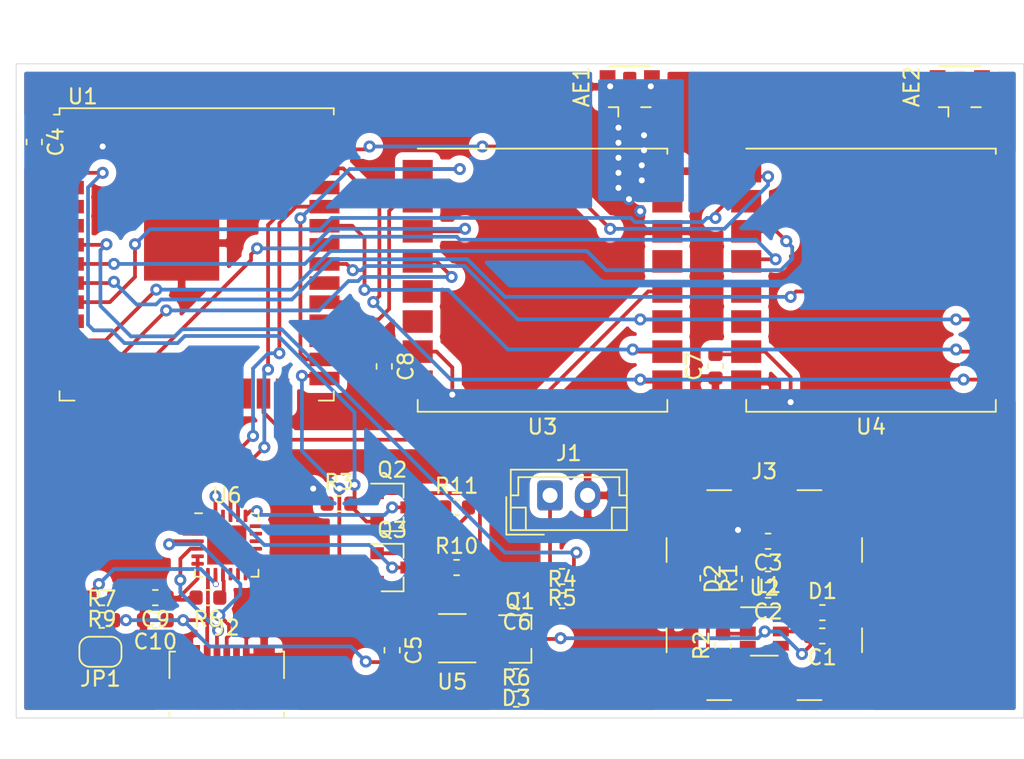
<source format=kicad_pcb>
(kicad_pcb (version 20171130) (host pcbnew 5.1.5-52549c5~86~ubuntu19.04.1)

  (general
    (thickness 1.6)
    (drawings 5)
    (tracks 476)
    (zones 0)
    (modules 40)
    (nets 38)
  )

  (page A4)
  (layers
    (0 F.Cu signal)
    (31 B.Cu signal)
    (32 B.Adhes user)
    (33 F.Adhes user)
    (34 B.Paste user)
    (35 F.Paste user)
    (36 B.SilkS user)
    (37 F.SilkS user)
    (38 B.Mask user)
    (39 F.Mask user)
    (40 Dwgs.User user)
    (41 Cmts.User user)
    (42 Eco1.User user)
    (43 Eco2.User user)
    (44 Edge.Cuts user)
    (45 Margin user)
    (46 B.CrtYd user)
    (47 F.CrtYd user)
    (48 B.Fab user)
    (49 F.Fab user)
  )

  (setup
    (last_trace_width 0.25)
    (trace_clearance 0.2)
    (zone_clearance 1)
    (zone_45_only no)
    (trace_min 0.2)
    (via_size 0.8)
    (via_drill 0.4)
    (via_min_size 0.4)
    (via_min_drill 0.3)
    (user_via 0.4 0.3)
    (uvia_size 0.3)
    (uvia_drill 0.1)
    (uvias_allowed no)
    (uvia_min_size 0.2)
    (uvia_min_drill 0.1)
    (edge_width 0.05)
    (segment_width 0.2)
    (pcb_text_width 0.3)
    (pcb_text_size 1.5 1.5)
    (mod_edge_width 0.12)
    (mod_text_size 1 1)
    (mod_text_width 0.15)
    (pad_size 1.524 1.524)
    (pad_drill 0.762)
    (pad_to_mask_clearance 0.051)
    (solder_mask_min_width 0.25)
    (aux_axis_origin 0 0)
    (visible_elements FFFFFF7F)
    (pcbplotparams
      (layerselection 0x010fc_ffffffff)
      (usegerberextensions false)
      (usegerberattributes false)
      (usegerberadvancedattributes false)
      (creategerberjobfile false)
      (excludeedgelayer true)
      (linewidth 0.100000)
      (plotframeref false)
      (viasonmask false)
      (mode 1)
      (useauxorigin false)
      (hpglpennumber 1)
      (hpglpenspeed 20)
      (hpglpendiameter 15.000000)
      (psnegative false)
      (psa4output false)
      (plotreference true)
      (plotvalue true)
      (plotinvisibletext false)
      (padsonsilk false)
      (subtractmaskfromsilk false)
      (outputformat 1)
      (mirror false)
      (drillshape 1)
      (scaleselection 1)
      (outputdirectory ""))
  )

  (net 0 "")
  (net 1 GND)
  (net 2 "Net-(AE1-Pad1)")
  (net 3 "Net-(AE2-Pad1)")
  (net 4 VBUS)
  (net 5 "Net-(C2-Pad2)")
  (net 6 "Net-(C2-Pad1)")
  (net 7 +3V3)
  (net 8 "Net-(R1-Pad2)")
  (net 9 VIN)
  (net 10 VBAT)
  (net 11 "Net-(C9-Pad1)")
  (net 12 "Net-(J2-Pad3)")
  (net 13 "Net-(J2-Pad2)")
  (net 14 "Net-(JP1-Pad2)")
  (net 15 RTS)
  (net 16 EN)
  (net 17 "Net-(Q2-Pad1)")
  (net 18 IO0)
  (net 19 DTR)
  (net 20 "Net-(Q3-Pad1)")
  (net 21 "Net-(R4-Pad2)")
  (net 22 "Net-(R8-Pad1)")
  (net 23 "Net-(U1-Pad37)")
  (net 24 LORSCK)
  (net 25 TX)
  (net 26 RX)
  (net 27 LORMISO)
  (net 28 LORMOSI)
  (net 29 "Net-(U1-Pad29)")
  (net 30 "Net-(U1-Pad26)")
  (net 31 "Net-(U1-Pad23)")
  (net 32 "Net-(U1-Pad16)")
  (net 33 "Net-(U1-Pad13)")
  (net 34 "Net-(U1-Pad12)")
  (net 35 "Net-(U1-Pad10)")
  (net 36 "Net-(U1-Pad9)")
  (net 37 "Net-(U1-Pad8)")

  (net_class Default "This is the default net class."
    (clearance 0.2)
    (trace_width 0.25)
    (via_dia 0.8)
    (via_drill 0.4)
    (uvia_dia 0.3)
    (uvia_drill 0.1)
    (add_net +3V3)
    (add_net DTR)
    (add_net EN)
    (add_net GND)
    (add_net IO0)
    (add_net LORMISO)
    (add_net LORMOSI)
    (add_net LORSCK)
    (add_net "Net-(AE1-Pad1)")
    (add_net "Net-(AE2-Pad1)")
    (add_net "Net-(C2-Pad1)")
    (add_net "Net-(C2-Pad2)")
    (add_net "Net-(C9-Pad1)")
    (add_net "Net-(J2-Pad2)")
    (add_net "Net-(J2-Pad3)")
    (add_net "Net-(J2-Pad4)")
    (add_net "Net-(JP1-Pad2)")
    (add_net "Net-(Q2-Pad1)")
    (add_net "Net-(Q3-Pad1)")
    (add_net "Net-(R1-Pad2)")
    (add_net "Net-(R4-Pad2)")
    (add_net "Net-(R8-Pad1)")
    (add_net "Net-(U1-Pad10)")
    (add_net "Net-(U1-Pad11)")
    (add_net "Net-(U1-Pad12)")
    (add_net "Net-(U1-Pad13)")
    (add_net "Net-(U1-Pad16)")
    (add_net "Net-(U1-Pad17)")
    (add_net "Net-(U1-Pad18)")
    (add_net "Net-(U1-Pad19)")
    (add_net "Net-(U1-Pad20)")
    (add_net "Net-(U1-Pad21)")
    (add_net "Net-(U1-Pad22)")
    (add_net "Net-(U1-Pad23)")
    (add_net "Net-(U1-Pad24)")
    (add_net "Net-(U1-Pad26)")
    (add_net "Net-(U1-Pad27)")
    (add_net "Net-(U1-Pad28)")
    (add_net "Net-(U1-Pad29)")
    (add_net "Net-(U1-Pad30)")
    (add_net "Net-(U1-Pad32)")
    (add_net "Net-(U1-Pad37)")
    (add_net "Net-(U1-Pad4)")
    (add_net "Net-(U1-Pad5)")
    (add_net "Net-(U1-Pad6)")
    (add_net "Net-(U1-Pad8)")
    (add_net "Net-(U1-Pad9)")
    (add_net "Net-(U2-Pad4)")
    (add_net "Net-(U3-Pad13)")
    (add_net "Net-(U3-Pad6)")
    (add_net "Net-(U4-Pad13)")
    (add_net "Net-(U4-Pad6)")
    (add_net "Net-(U6-Pad1)")
    (add_net "Net-(U6-Pad10)")
    (add_net "Net-(U6-Pad11)")
    (add_net "Net-(U6-Pad12)")
    (add_net "Net-(U6-Pad13)")
    (add_net "Net-(U6-Pad14)")
    (add_net "Net-(U6-Pad15)")
    (add_net "Net-(U6-Pad16)")
    (add_net "Net-(U6-Pad17)")
    (add_net "Net-(U6-Pad18)")
    (add_net "Net-(U6-Pad22)")
    (add_net "Net-(U6-Pad24)")
    (add_net RTS)
    (add_net RX)
    (add_net TX)
    (add_net VBAT)
    (add_net VBUS)
    (add_net VIN)
  )

  (module Package_DFN_QFN:QFN-24-1EP_4x4mm_P0.5mm_EP2.6x2.6mm (layer F.Cu) (tedit 5DC5F6A3) (tstamp 5EA62637)
    (at 180 116)
    (descr "QFN, 24 Pin (http://ww1.microchip.com/downloads/en/PackagingSpec/00000049BQ.pdf#page=278), generated with kicad-footprint-generator ipc_noLead_generator.py")
    (tags "QFN NoLead")
    (path /5EA7E2F6)
    (attr smd)
    (fp_text reference U6 (at 0 -3.3) (layer F.SilkS)
      (effects (font (size 1 1) (thickness 0.15)))
    )
    (fp_text value CP2102N-A01-GQFN24 (at 0 3.3) (layer F.Fab)
      (effects (font (size 1 1) (thickness 0.15)))
    )
    (fp_text user %R (at 0 0) (layer F.Fab)
      (effects (font (size 1 1) (thickness 0.15)))
    )
    (fp_line (start 2.6 -2.6) (end -2.6 -2.6) (layer F.CrtYd) (width 0.05))
    (fp_line (start 2.6 2.6) (end 2.6 -2.6) (layer F.CrtYd) (width 0.05))
    (fp_line (start -2.6 2.6) (end 2.6 2.6) (layer F.CrtYd) (width 0.05))
    (fp_line (start -2.6 -2.6) (end -2.6 2.6) (layer F.CrtYd) (width 0.05))
    (fp_line (start -2 -1) (end -1 -2) (layer F.Fab) (width 0.1))
    (fp_line (start -2 2) (end -2 -1) (layer F.Fab) (width 0.1))
    (fp_line (start 2 2) (end -2 2) (layer F.Fab) (width 0.1))
    (fp_line (start 2 -2) (end 2 2) (layer F.Fab) (width 0.1))
    (fp_line (start -1 -2) (end 2 -2) (layer F.Fab) (width 0.1))
    (fp_line (start -1.635 -2.11) (end -2.11 -2.11) (layer F.SilkS) (width 0.12))
    (fp_line (start 2.11 2.11) (end 2.11 1.635) (layer F.SilkS) (width 0.12))
    (fp_line (start 1.635 2.11) (end 2.11 2.11) (layer F.SilkS) (width 0.12))
    (fp_line (start -2.11 2.11) (end -2.11 1.635) (layer F.SilkS) (width 0.12))
    (fp_line (start -1.635 2.11) (end -2.11 2.11) (layer F.SilkS) (width 0.12))
    (fp_line (start 2.11 -2.11) (end 2.11 -1.635) (layer F.SilkS) (width 0.12))
    (fp_line (start 1.635 -2.11) (end 2.11 -2.11) (layer F.SilkS) (width 0.12))
    (pad "" smd roundrect (at 0.65 0.65) (size 1.05 1.05) (layers F.Paste) (roundrect_rratio 0.238095))
    (pad "" smd roundrect (at 0.65 -0.65) (size 1.05 1.05) (layers F.Paste) (roundrect_rratio 0.238095))
    (pad "" smd roundrect (at -0.65 0.65) (size 1.05 1.05) (layers F.Paste) (roundrect_rratio 0.238095))
    (pad "" smd roundrect (at -0.65 -0.65) (size 1.05 1.05) (layers F.Paste) (roundrect_rratio 0.238095))
    (pad 25 smd rect (at 0 0) (size 2.6 2.6) (layers F.Cu F.Mask)
      (net 1 GND))
    (pad 24 smd roundrect (at -1.25 -1.9375) (size 0.25 0.825) (layers F.Cu F.Paste F.Mask) (roundrect_rratio 0.25))
    (pad 23 smd roundrect (at -0.75 -1.9375) (size 0.25 0.825) (layers F.Cu F.Paste F.Mask) (roundrect_rratio 0.25)
      (net 19 DTR))
    (pad 22 smd roundrect (at -0.25 -1.9375) (size 0.25 0.825) (layers F.Cu F.Paste F.Mask) (roundrect_rratio 0.25))
    (pad 21 smd roundrect (at 0.25 -1.9375) (size 0.25 0.825) (layers F.Cu F.Paste F.Mask) (roundrect_rratio 0.25)
      (net 26 RX))
    (pad 20 smd roundrect (at 0.75 -1.9375) (size 0.25 0.825) (layers F.Cu F.Paste F.Mask) (roundrect_rratio 0.25)
      (net 25 TX))
    (pad 19 smd roundrect (at 1.25 -1.9375) (size 0.25 0.825) (layers F.Cu F.Paste F.Mask) (roundrect_rratio 0.25)
      (net 15 RTS))
    (pad 18 smd roundrect (at 1.9375 -1.25) (size 0.825 0.25) (layers F.Cu F.Paste F.Mask) (roundrect_rratio 0.25))
    (pad 17 smd roundrect (at 1.9375 -0.75) (size 0.825 0.25) (layers F.Cu F.Paste F.Mask) (roundrect_rratio 0.25))
    (pad 16 smd roundrect (at 1.9375 -0.25) (size 0.825 0.25) (layers F.Cu F.Paste F.Mask) (roundrect_rratio 0.25))
    (pad 15 smd roundrect (at 1.9375 0.25) (size 0.825 0.25) (layers F.Cu F.Paste F.Mask) (roundrect_rratio 0.25))
    (pad 14 smd roundrect (at 1.9375 0.75) (size 0.825 0.25) (layers F.Cu F.Paste F.Mask) (roundrect_rratio 0.25))
    (pad 13 smd roundrect (at 1.9375 1.25) (size 0.825 0.25) (layers F.Cu F.Paste F.Mask) (roundrect_rratio 0.25))
    (pad 12 smd roundrect (at 1.25 1.9375) (size 0.25 0.825) (layers F.Cu F.Paste F.Mask) (roundrect_rratio 0.25))
    (pad 11 smd roundrect (at 0.75 1.9375) (size 0.25 0.825) (layers F.Cu F.Paste F.Mask) (roundrect_rratio 0.25))
    (pad 10 smd roundrect (at 0.25 1.9375) (size 0.25 0.825) (layers F.Cu F.Paste F.Mask) (roundrect_rratio 0.25))
    (pad 9 smd roundrect (at -0.25 1.9375) (size 0.25 0.825) (layers F.Cu F.Paste F.Mask) (roundrect_rratio 0.25)
      (net 22 "Net-(R8-Pad1)"))
    (pad 8 smd roundrect (at -0.75 1.9375) (size 0.25 0.825) (layers F.Cu F.Paste F.Mask) (roundrect_rratio 0.25)
      (net 14 "Net-(JP1-Pad2)"))
    (pad 7 smd roundrect (at -1.25 1.9375) (size 0.25 0.825) (layers F.Cu F.Paste F.Mask) (roundrect_rratio 0.25)
      (net 4 VBUS))
    (pad 6 smd roundrect (at -1.9375 1.25) (size 0.825 0.25) (layers F.Cu F.Paste F.Mask) (roundrect_rratio 0.25)
      (net 11 "Net-(C9-Pad1)"))
    (pad 5 smd roundrect (at -1.9375 0.75) (size 0.825 0.25) (layers F.Cu F.Paste F.Mask) (roundrect_rratio 0.25)
      (net 11 "Net-(C9-Pad1)"))
    (pad 4 smd roundrect (at -1.9375 0.25) (size 0.825 0.25) (layers F.Cu F.Paste F.Mask) (roundrect_rratio 0.25)
      (net 13 "Net-(J2-Pad2)"))
    (pad 3 smd roundrect (at -1.9375 -0.25) (size 0.825 0.25) (layers F.Cu F.Paste F.Mask) (roundrect_rratio 0.25)
      (net 12 "Net-(J2-Pad3)"))
    (pad 2 smd roundrect (at -1.9375 -0.75) (size 0.825 0.25) (layers F.Cu F.Paste F.Mask) (roundrect_rratio 0.25)
      (net 1 GND))
    (pad 1 smd roundrect (at -1.9375 -1.25) (size 0.825 0.25) (layers F.Cu F.Paste F.Mask) (roundrect_rratio 0.25))
    (model ${KISYS3DMOD}/Package_DFN_QFN.3dshapes/QFN-24-1EP_4x4mm_P0.5mm_EP2.6x2.6mm.wrl
      (at (xyz 0 0 0))
      (scale (xyz 1 1 1))
      (rotate (xyz 0 0 0))
    )
  )

  (module Package_TO_SOT_SMD:SOT-23-5 (layer F.Cu) (tedit 5A02FF57) (tstamp 5EA884CC)
    (at 195 122.2 180)
    (descr "5-pin SOT23 package")
    (tags SOT-23-5)
    (path /5EAF4299)
    (attr smd)
    (fp_text reference U5 (at 0 -2.9) (layer F.SilkS)
      (effects (font (size 1 1) (thickness 0.15)))
    )
    (fp_text value MCP73811T-420I-OT (at 0 2.9) (layer F.Fab)
      (effects (font (size 1 1) (thickness 0.15)))
    )
    (fp_line (start 0.9 -1.55) (end 0.9 1.55) (layer F.Fab) (width 0.1))
    (fp_line (start 0.9 1.55) (end -0.9 1.55) (layer F.Fab) (width 0.1))
    (fp_line (start -0.9 -0.9) (end -0.9 1.55) (layer F.Fab) (width 0.1))
    (fp_line (start 0.9 -1.55) (end -0.25 -1.55) (layer F.Fab) (width 0.1))
    (fp_line (start -0.9 -0.9) (end -0.25 -1.55) (layer F.Fab) (width 0.1))
    (fp_line (start -1.9 1.8) (end -1.9 -1.8) (layer F.CrtYd) (width 0.05))
    (fp_line (start 1.9 1.8) (end -1.9 1.8) (layer F.CrtYd) (width 0.05))
    (fp_line (start 1.9 -1.8) (end 1.9 1.8) (layer F.CrtYd) (width 0.05))
    (fp_line (start -1.9 -1.8) (end 1.9 -1.8) (layer F.CrtYd) (width 0.05))
    (fp_line (start 0.9 -1.61) (end -1.55 -1.61) (layer F.SilkS) (width 0.12))
    (fp_line (start -0.9 1.61) (end 0.9 1.61) (layer F.SilkS) (width 0.12))
    (fp_text user %R (at 0.25 -0.05 90) (layer F.Fab)
      (effects (font (size 0.5 0.5) (thickness 0.075)))
    )
    (pad 5 smd rect (at 1.1 -0.95 180) (size 1.06 0.65) (layers F.Cu F.Paste F.Mask)
      (net 4 VBUS))
    (pad 4 smd rect (at 1.1 0.95 180) (size 1.06 0.65) (layers F.Cu F.Paste F.Mask)
      (net 4 VBUS))
    (pad 3 smd rect (at -1.1 0.95 180) (size 1.06 0.65) (layers F.Cu F.Paste F.Mask)
      (net 10 VBAT))
    (pad 2 smd rect (at -1.1 0 180) (size 1.06 0.65) (layers F.Cu F.Paste F.Mask)
      (net 1 GND))
    (pad 1 smd rect (at -1.1 -0.95 180) (size 1.06 0.65) (layers F.Cu F.Paste F.Mask)
      (net 4 VBUS))
    (model ${KISYS3DMOD}/Package_TO_SOT_SMD.3dshapes/SOT-23-5.wrl
      (at (xyz 0 0 0))
      (scale (xyz 1 1 1))
      (rotate (xyz 0 0 0))
    )
  )

  (module loranet2:DRF1276G (layer F.Cu) (tedit 5EA4B153) (tstamp 5EA625F0)
    (at 222.844999 98.140001)
    (path /5EA549AC)
    (fp_text reference U4 (at 0 10) (layer F.SilkS)
      (effects (font (size 1 1) (thickness 0.15)))
    )
    (fp_text value DRF1276G (at 0 -9.5) (layer F.Fab)
      (effects (font (size 1 1) (thickness 0.15)))
    )
    (fp_line (start 8.3 9) (end 8.3 8.21) (layer F.SilkS) (width 0.12))
    (fp_line (start -8.3 9) (end -8.3 8.21) (layer F.SilkS) (width 0.12))
    (fp_line (start 8.3 9) (end -8.3 9) (layer F.SilkS) (width 0.12))
    (fp_line (start 8.3 -8.5) (end 8.3 -8.15) (layer F.SilkS) (width 0.12))
    (fp_line (start -8.3 -8.5) (end 8.3 -8.5) (layer F.SilkS) (width 0.12))
    (pad 16 smd rect (at 8.3 -7) (size 2 1.5) (layers F.Cu F.Paste F.Mask)
      (net 1 GND))
    (pad 15 smd rect (at 8.3 -5) (size 2 1.5) (layers F.Cu F.Paste F.Mask)
      (net 3 "Net-(AE2-Pad1)"))
    (pad 14 smd rect (at 8.3 -3) (size 2 1.5) (layers F.Cu F.Paste F.Mask)
      (net 1 GND))
    (pad 13 smd rect (at 8.3 -1) (size 2 1.5) (layers F.Cu F.Paste F.Mask))
    (pad 12 smd rect (at 8.3 1) (size 2 1.5) (layers F.Cu F.Paste F.Mask)
      (net 36 "Net-(U1-Pad9)"))
    (pad 11 smd rect (at 8.3 3) (size 2 1.5) (layers F.Cu F.Paste F.Mask)
      (net 28 LORMOSI))
    (pad 10 smd rect (at 8.3 5) (size 2 1.5) (layers F.Cu F.Paste F.Mask)
      (net 27 LORMISO))
    (pad 9 smd rect (at 8.3 7) (size 2 1.5) (layers F.Cu F.Paste F.Mask)
      (net 24 LORSCK))
    (pad 8 smd rect (at -8.3 7) (size 2 1.5) (layers F.Cu F.Paste F.Mask)
      (net 1 GND))
    (pad 7 smd rect (at -8.3 5) (size 2 1.5) (layers F.Cu F.Paste F.Mask)
      (net 7 +3V3))
    (pad 6 smd rect (at -8.3 3) (size 2 1.5) (layers F.Cu F.Paste F.Mask))
    (pad 5 smd rect (at -8.3 1) (size 2 1.5) (layers F.Cu F.Paste F.Mask))
    (pad 4 smd rect (at -8.3 -1) (size 2 1.5) (layers F.Cu F.Paste F.Mask)
      (net 37 "Net-(U1-Pad8)"))
    (pad 3 smd rect (at -8.3 -3) (size 2 1.5) (layers F.Cu F.Paste F.Mask)
      (net 34 "Net-(U1-Pad12)"))
    (pad 2 smd rect (at -8.3 -5) (size 2 1.5) (layers F.Cu F.Paste F.Mask)
      (net 35 "Net-(U1-Pad10)"))
    (pad 1 smd rect (at -8.3 -7) (size 2 1.5) (layers F.Cu F.Paste F.Mask)
      (net 23 "Net-(U1-Pad37)"))
  )

  (module loranet2:DRF1276G (layer F.Cu) (tedit 5EA4B153) (tstamp 5EA625D7)
    (at 201 98.140001)
    (path /5EA541F4)
    (fp_text reference U3 (at 0 10) (layer F.SilkS)
      (effects (font (size 1 1) (thickness 0.15)))
    )
    (fp_text value DRF1276G (at 0 -9.5) (layer F.Fab)
      (effects (font (size 1 1) (thickness 0.15)))
    )
    (fp_line (start 8.3 9) (end 8.3 8.21) (layer F.SilkS) (width 0.12))
    (fp_line (start -8.3 9) (end -8.3 8.21) (layer F.SilkS) (width 0.12))
    (fp_line (start 8.3 9) (end -8.3 9) (layer F.SilkS) (width 0.12))
    (fp_line (start 8.3 -8.5) (end 8.3 -8.15) (layer F.SilkS) (width 0.12))
    (fp_line (start -8.3 -8.5) (end 8.3 -8.5) (layer F.SilkS) (width 0.12))
    (pad 16 smd rect (at 8.3 -7) (size 2 1.5) (layers F.Cu F.Paste F.Mask)
      (net 1 GND))
    (pad 15 smd rect (at 8.3 -5) (size 2 1.5) (layers F.Cu F.Paste F.Mask)
      (net 2 "Net-(AE1-Pad1)"))
    (pad 14 smd rect (at 8.3 -3) (size 2 1.5) (layers F.Cu F.Paste F.Mask)
      (net 1 GND))
    (pad 13 smd rect (at 8.3 -1) (size 2 1.5) (layers F.Cu F.Paste F.Mask))
    (pad 12 smd rect (at 8.3 1) (size 2 1.5) (layers F.Cu F.Paste F.Mask)
      (net 31 "Net-(U1-Pad23)"))
    (pad 11 smd rect (at 8.3 3) (size 2 1.5) (layers F.Cu F.Paste F.Mask)
      (net 28 LORMOSI))
    (pad 10 smd rect (at 8.3 5) (size 2 1.5) (layers F.Cu F.Paste F.Mask)
      (net 27 LORMISO))
    (pad 9 smd rect (at 8.3 7) (size 2 1.5) (layers F.Cu F.Paste F.Mask)
      (net 24 LORSCK))
    (pad 8 smd rect (at -8.3 7) (size 2 1.5) (layers F.Cu F.Paste F.Mask)
      (net 1 GND))
    (pad 7 smd rect (at -8.3 5) (size 2 1.5) (layers F.Cu F.Paste F.Mask)
      (net 7 +3V3))
    (pad 6 smd rect (at -8.3 3) (size 2 1.5) (layers F.Cu F.Paste F.Mask))
    (pad 5 smd rect (at -8.3 1) (size 2 1.5) (layers F.Cu F.Paste F.Mask))
    (pad 4 smd rect (at -8.3 -1) (size 2 1.5) (layers F.Cu F.Paste F.Mask)
      (net 33 "Net-(U1-Pad13)"))
    (pad 3 smd rect (at -8.3 -3) (size 2 1.5) (layers F.Cu F.Paste F.Mask)
      (net 32 "Net-(U1-Pad16)"))
    (pad 2 smd rect (at -8.3 -5) (size 2 1.5) (layers F.Cu F.Paste F.Mask)
      (net 29 "Net-(U1-Pad29)"))
    (pad 1 smd rect (at -8.3 -7) (size 2 1.5) (layers F.Cu F.Paste F.Mask)
      (net 30 "Net-(U1-Pad26)"))
  )

  (module Resistor_SMD:R_0603_1608Metric (layer F.Cu) (tedit 5B301BBD) (tstamp 5EA62518)
    (at 195.2875 113.5)
    (descr "Resistor SMD 0603 (1608 Metric), square (rectangular) end terminal, IPC_7351 nominal, (Body size source: http://www.tortai-tech.com/upload/download/2011102023233369053.pdf), generated with kicad-footprint-generator")
    (tags resistor)
    (path /5F0B06E7)
    (attr smd)
    (fp_text reference R11 (at 0 -1.43) (layer F.SilkS)
      (effects (font (size 1 1) (thickness 0.15)))
    )
    (fp_text value R (at 0 1.43) (layer F.Fab)
      (effects (font (size 1 1) (thickness 0.15)))
    )
    (fp_text user %R (at 0 0) (layer F.Fab)
      (effects (font (size 0.4 0.4) (thickness 0.06)))
    )
    (fp_line (start 1.48 0.73) (end -1.48 0.73) (layer F.CrtYd) (width 0.05))
    (fp_line (start 1.48 -0.73) (end 1.48 0.73) (layer F.CrtYd) (width 0.05))
    (fp_line (start -1.48 -0.73) (end 1.48 -0.73) (layer F.CrtYd) (width 0.05))
    (fp_line (start -1.48 0.73) (end -1.48 -0.73) (layer F.CrtYd) (width 0.05))
    (fp_line (start -0.162779 0.51) (end 0.162779 0.51) (layer F.SilkS) (width 0.12))
    (fp_line (start -0.162779 -0.51) (end 0.162779 -0.51) (layer F.SilkS) (width 0.12))
    (fp_line (start 0.8 0.4) (end -0.8 0.4) (layer F.Fab) (width 0.1))
    (fp_line (start 0.8 -0.4) (end 0.8 0.4) (layer F.Fab) (width 0.1))
    (fp_line (start -0.8 -0.4) (end 0.8 -0.4) (layer F.Fab) (width 0.1))
    (fp_line (start -0.8 0.4) (end -0.8 -0.4) (layer F.Fab) (width 0.1))
    (pad 2 smd roundrect (at 0.7875 0) (size 0.875 0.95) (layers F.Cu F.Paste F.Mask) (roundrect_rratio 0.25)
      (net 20 "Net-(Q3-Pad1)"))
    (pad 1 smd roundrect (at -0.7875 0) (size 0.875 0.95) (layers F.Cu F.Paste F.Mask) (roundrect_rratio 0.25)
      (net 15 RTS))
    (model ${KISYS3DMOD}/Resistor_SMD.3dshapes/R_0603_1608Metric.wrl
      (at (xyz 0 0 0))
      (scale (xyz 1 1 1))
      (rotate (xyz 0 0 0))
    )
  )

  (module Resistor_SMD:R_0603_1608Metric (layer F.Cu) (tedit 5B301BBD) (tstamp 5EA62507)
    (at 195.2875 117.5)
    (descr "Resistor SMD 0603 (1608 Metric), square (rectangular) end terminal, IPC_7351 nominal, (Body size source: http://www.tortai-tech.com/upload/download/2011102023233369053.pdf), generated with kicad-footprint-generator")
    (tags resistor)
    (path /5F0A30FF)
    (attr smd)
    (fp_text reference R10 (at 0 -1.43) (layer F.SilkS)
      (effects (font (size 1 1) (thickness 0.15)))
    )
    (fp_text value R (at 0 1.43) (layer F.Fab)
      (effects (font (size 1 1) (thickness 0.15)))
    )
    (fp_text user %R (at 0 0) (layer F.Fab)
      (effects (font (size 0.4 0.4) (thickness 0.06)))
    )
    (fp_line (start 1.48 0.73) (end -1.48 0.73) (layer F.CrtYd) (width 0.05))
    (fp_line (start 1.48 -0.73) (end 1.48 0.73) (layer F.CrtYd) (width 0.05))
    (fp_line (start -1.48 -0.73) (end 1.48 -0.73) (layer F.CrtYd) (width 0.05))
    (fp_line (start -1.48 0.73) (end -1.48 -0.73) (layer F.CrtYd) (width 0.05))
    (fp_line (start -0.162779 0.51) (end 0.162779 0.51) (layer F.SilkS) (width 0.12))
    (fp_line (start -0.162779 -0.51) (end 0.162779 -0.51) (layer F.SilkS) (width 0.12))
    (fp_line (start 0.8 0.4) (end -0.8 0.4) (layer F.Fab) (width 0.1))
    (fp_line (start 0.8 -0.4) (end 0.8 0.4) (layer F.Fab) (width 0.1))
    (fp_line (start -0.8 -0.4) (end 0.8 -0.4) (layer F.Fab) (width 0.1))
    (fp_line (start -0.8 0.4) (end -0.8 -0.4) (layer F.Fab) (width 0.1))
    (pad 2 smd roundrect (at 0.7875 0) (size 0.875 0.95) (layers F.Cu F.Paste F.Mask) (roundrect_rratio 0.25)
      (net 17 "Net-(Q2-Pad1)"))
    (pad 1 smd roundrect (at -0.7875 0) (size 0.875 0.95) (layers F.Cu F.Paste F.Mask) (roundrect_rratio 0.25)
      (net 19 DTR))
    (model ${KISYS3DMOD}/Resistor_SMD.3dshapes/R_0603_1608Metric.wrl
      (at (xyz 0 0 0))
      (scale (xyz 1 1 1))
      (rotate (xyz 0 0 0))
    )
  )

  (module Resistor_SMD:R_0603_1608Metric (layer F.Cu) (tedit 5B301BBD) (tstamp 5EA624F6)
    (at 171.7 119.5 180)
    (descr "Resistor SMD 0603 (1608 Metric), square (rectangular) end terminal, IPC_7351 nominal, (Body size source: http://www.tortai-tech.com/upload/download/2011102023233369053.pdf), generated with kicad-footprint-generator")
    (tags resistor)
    (path /5EA972CF)
    (attr smd)
    (fp_text reference R9 (at 0 -1.43) (layer F.SilkS)
      (effects (font (size 1 1) (thickness 0.15)))
    )
    (fp_text value 0 (at 0 1.43) (layer F.Fab)
      (effects (font (size 1 1) (thickness 0.15)))
    )
    (fp_text user %R (at 0 0) (layer F.Fab)
      (effects (font (size 0.4 0.4) (thickness 0.06)))
    )
    (fp_line (start 1.48 0.73) (end -1.48 0.73) (layer F.CrtYd) (width 0.05))
    (fp_line (start 1.48 -0.73) (end 1.48 0.73) (layer F.CrtYd) (width 0.05))
    (fp_line (start -1.48 -0.73) (end 1.48 -0.73) (layer F.CrtYd) (width 0.05))
    (fp_line (start -1.48 0.73) (end -1.48 -0.73) (layer F.CrtYd) (width 0.05))
    (fp_line (start -0.162779 0.51) (end 0.162779 0.51) (layer F.SilkS) (width 0.12))
    (fp_line (start -0.162779 -0.51) (end 0.162779 -0.51) (layer F.SilkS) (width 0.12))
    (fp_line (start 0.8 0.4) (end -0.8 0.4) (layer F.Fab) (width 0.1))
    (fp_line (start 0.8 -0.4) (end 0.8 0.4) (layer F.Fab) (width 0.1))
    (fp_line (start -0.8 -0.4) (end 0.8 -0.4) (layer F.Fab) (width 0.1))
    (fp_line (start -0.8 0.4) (end -0.8 -0.4) (layer F.Fab) (width 0.1))
    (pad 2 smd roundrect (at 0.7875 0 180) (size 0.875 0.95) (layers F.Cu F.Paste F.Mask) (roundrect_rratio 0.25)
      (net 14 "Net-(JP1-Pad2)"))
    (pad 1 smd roundrect (at -0.7875 0 180) (size 0.875 0.95) (layers F.Cu F.Paste F.Mask) (roundrect_rratio 0.25)
      (net 1 GND))
    (model ${KISYS3DMOD}/Resistor_SMD.3dshapes/R_0603_1608Metric.wrl
      (at (xyz 0 0 0))
      (scale (xyz 1 1 1))
      (rotate (xyz 0 0 0))
    )
  )

  (module Resistor_SMD:R_0603_1608Metric (layer F.Cu) (tedit 5B301BBD) (tstamp 5EA624E5)
    (at 178.75 119.5 180)
    (descr "Resistor SMD 0603 (1608 Metric), square (rectangular) end terminal, IPC_7351 nominal, (Body size source: http://www.tortai-tech.com/upload/download/2011102023233369053.pdf), generated with kicad-footprint-generator")
    (tags resistor)
    (path /5EABAE75)
    (attr smd)
    (fp_text reference R8 (at 0 -1.43) (layer F.SilkS)
      (effects (font (size 1 1) (thickness 0.15)))
    )
    (fp_text value 1k (at 0 1.43) (layer F.Fab)
      (effects (font (size 1 1) (thickness 0.15)))
    )
    (fp_text user %R (at 0 0) (layer F.Fab)
      (effects (font (size 0.4 0.4) (thickness 0.06)))
    )
    (fp_line (start 1.48 0.73) (end -1.48 0.73) (layer F.CrtYd) (width 0.05))
    (fp_line (start 1.48 -0.73) (end 1.48 0.73) (layer F.CrtYd) (width 0.05))
    (fp_line (start -1.48 -0.73) (end 1.48 -0.73) (layer F.CrtYd) (width 0.05))
    (fp_line (start -1.48 0.73) (end -1.48 -0.73) (layer F.CrtYd) (width 0.05))
    (fp_line (start -0.162779 0.51) (end 0.162779 0.51) (layer F.SilkS) (width 0.12))
    (fp_line (start -0.162779 -0.51) (end 0.162779 -0.51) (layer F.SilkS) (width 0.12))
    (fp_line (start 0.8 0.4) (end -0.8 0.4) (layer F.Fab) (width 0.1))
    (fp_line (start 0.8 -0.4) (end 0.8 0.4) (layer F.Fab) (width 0.1))
    (fp_line (start -0.8 -0.4) (end 0.8 -0.4) (layer F.Fab) (width 0.1))
    (fp_line (start -0.8 0.4) (end -0.8 -0.4) (layer F.Fab) (width 0.1))
    (pad 2 smd roundrect (at 0.7875 0 180) (size 0.875 0.95) (layers F.Cu F.Paste F.Mask) (roundrect_rratio 0.25)
      (net 11 "Net-(C9-Pad1)"))
    (pad 1 smd roundrect (at -0.7875 0 180) (size 0.875 0.95) (layers F.Cu F.Paste F.Mask) (roundrect_rratio 0.25)
      (net 22 "Net-(R8-Pad1)"))
    (model ${KISYS3DMOD}/Resistor_SMD.3dshapes/R_0603_1608Metric.wrl
      (at (xyz 0 0 0))
      (scale (xyz 1 1 1))
      (rotate (xyz 0 0 0))
    )
  )

  (module Resistor_SMD:R_0603_1608Metric (layer F.Cu) (tedit 5B301BBD) (tstamp 5EA624D4)
    (at 171.6875 121)
    (descr "Resistor SMD 0603 (1608 Metric), square (rectangular) end terminal, IPC_7351 nominal, (Body size source: http://www.tortai-tech.com/upload/download/2011102023233369053.pdf), generated with kicad-footprint-generator")
    (tags resistor)
    (path /5EA96541)
    (attr smd)
    (fp_text reference R7 (at 0 -1.43) (layer F.SilkS)
      (effects (font (size 1 1) (thickness 0.15)))
    )
    (fp_text value 0 (at 0 1.43) (layer F.Fab)
      (effects (font (size 1 1) (thickness 0.15)))
    )
    (fp_text user %R (at 0 0) (layer F.Fab)
      (effects (font (size 0.4 0.4) (thickness 0.06)))
    )
    (fp_line (start 1.48 0.73) (end -1.48 0.73) (layer F.CrtYd) (width 0.05))
    (fp_line (start 1.48 -0.73) (end 1.48 0.73) (layer F.CrtYd) (width 0.05))
    (fp_line (start -1.48 -0.73) (end 1.48 -0.73) (layer F.CrtYd) (width 0.05))
    (fp_line (start -1.48 0.73) (end -1.48 -0.73) (layer F.CrtYd) (width 0.05))
    (fp_line (start -0.162779 0.51) (end 0.162779 0.51) (layer F.SilkS) (width 0.12))
    (fp_line (start -0.162779 -0.51) (end 0.162779 -0.51) (layer F.SilkS) (width 0.12))
    (fp_line (start 0.8 0.4) (end -0.8 0.4) (layer F.Fab) (width 0.1))
    (fp_line (start 0.8 -0.4) (end 0.8 0.4) (layer F.Fab) (width 0.1))
    (fp_line (start -0.8 -0.4) (end 0.8 -0.4) (layer F.Fab) (width 0.1))
    (fp_line (start -0.8 0.4) (end -0.8 -0.4) (layer F.Fab) (width 0.1))
    (pad 2 smd roundrect (at 0.7875 0) (size 0.875 0.95) (layers F.Cu F.Paste F.Mask) (roundrect_rratio 0.25)
      (net 4 VBUS))
    (pad 1 smd roundrect (at -0.7875 0) (size 0.875 0.95) (layers F.Cu F.Paste F.Mask) (roundrect_rratio 0.25)
      (net 14 "Net-(JP1-Pad2)"))
    (model ${KISYS3DMOD}/Resistor_SMD.3dshapes/R_0603_1608Metric.wrl
      (at (xyz 0 0 0))
      (scale (xyz 1 1 1))
      (rotate (xyz 0 0 0))
    )
  )

  (module Resistor_SMD:R_0603_1608Metric (layer F.Cu) (tedit 5B301BBD) (tstamp 5EA624C3)
    (at 199.25 126.25)
    (descr "Resistor SMD 0603 (1608 Metric), square (rectangular) end terminal, IPC_7351 nominal, (Body size source: http://www.tortai-tech.com/upload/download/2011102023233369053.pdf), generated with kicad-footprint-generator")
    (tags resistor)
    (path /5EC14F7F)
    (attr smd)
    (fp_text reference R6 (at 0 -1.43) (layer F.SilkS)
      (effects (font (size 1 1) (thickness 0.15)))
    )
    (fp_text value 100k (at 0 1.43) (layer F.Fab)
      (effects (font (size 1 1) (thickness 0.15)))
    )
    (fp_text user %R (at 0 0) (layer F.Fab)
      (effects (font (size 0.4 0.4) (thickness 0.06)))
    )
    (fp_line (start 1.48 0.73) (end -1.48 0.73) (layer F.CrtYd) (width 0.05))
    (fp_line (start 1.48 -0.73) (end 1.48 0.73) (layer F.CrtYd) (width 0.05))
    (fp_line (start -1.48 -0.73) (end 1.48 -0.73) (layer F.CrtYd) (width 0.05))
    (fp_line (start -1.48 0.73) (end -1.48 -0.73) (layer F.CrtYd) (width 0.05))
    (fp_line (start -0.162779 0.51) (end 0.162779 0.51) (layer F.SilkS) (width 0.12))
    (fp_line (start -0.162779 -0.51) (end 0.162779 -0.51) (layer F.SilkS) (width 0.12))
    (fp_line (start 0.8 0.4) (end -0.8 0.4) (layer F.Fab) (width 0.1))
    (fp_line (start 0.8 -0.4) (end 0.8 0.4) (layer F.Fab) (width 0.1))
    (fp_line (start -0.8 -0.4) (end 0.8 -0.4) (layer F.Fab) (width 0.1))
    (fp_line (start -0.8 0.4) (end -0.8 -0.4) (layer F.Fab) (width 0.1))
    (pad 2 smd roundrect (at 0.7875 0) (size 0.875 0.95) (layers F.Cu F.Paste F.Mask) (roundrect_rratio 0.25)
      (net 1 GND))
    (pad 1 smd roundrect (at -0.7875 0) (size 0.875 0.95) (layers F.Cu F.Paste F.Mask) (roundrect_rratio 0.25)
      (net 4 VBUS))
    (model ${KISYS3DMOD}/Resistor_SMD.3dshapes/R_0603_1608Metric.wrl
      (at (xyz 0 0 0))
      (scale (xyz 1 1 1))
      (rotate (xyz 0 0 0))
    )
  )

  (module Resistor_SMD:R_0603_1608Metric (layer F.Cu) (tedit 5B301BBD) (tstamp 5EA624B2)
    (at 202.3 118.1 180)
    (descr "Resistor SMD 0603 (1608 Metric), square (rectangular) end terminal, IPC_7351 nominal, (Body size source: http://www.tortai-tech.com/upload/download/2011102023233369053.pdf), generated with kicad-footprint-generator")
    (tags resistor)
    (path /5EEA47FA)
    (attr smd)
    (fp_text reference R5 (at 0 -1.43) (layer F.SilkS)
      (effects (font (size 1 1) (thickness 0.15)))
    )
    (fp_text value R (at 0 1.43) (layer F.Fab)
      (effects (font (size 1 1) (thickness 0.15)))
    )
    (fp_text user %R (at 0 0) (layer F.Fab)
      (effects (font (size 0.4 0.4) (thickness 0.06)))
    )
    (fp_line (start 1.48 0.73) (end -1.48 0.73) (layer F.CrtYd) (width 0.05))
    (fp_line (start 1.48 -0.73) (end 1.48 0.73) (layer F.CrtYd) (width 0.05))
    (fp_line (start -1.48 -0.73) (end 1.48 -0.73) (layer F.CrtYd) (width 0.05))
    (fp_line (start -1.48 0.73) (end -1.48 -0.73) (layer F.CrtYd) (width 0.05))
    (fp_line (start -0.162779 0.51) (end 0.162779 0.51) (layer F.SilkS) (width 0.12))
    (fp_line (start -0.162779 -0.51) (end 0.162779 -0.51) (layer F.SilkS) (width 0.12))
    (fp_line (start 0.8 0.4) (end -0.8 0.4) (layer F.Fab) (width 0.1))
    (fp_line (start 0.8 -0.4) (end 0.8 0.4) (layer F.Fab) (width 0.1))
    (fp_line (start -0.8 -0.4) (end 0.8 -0.4) (layer F.Fab) (width 0.1))
    (fp_line (start -0.8 0.4) (end -0.8 -0.4) (layer F.Fab) (width 0.1))
    (pad 2 smd roundrect (at 0.7875 0 180) (size 0.875 0.95) (layers F.Cu F.Paste F.Mask) (roundrect_rratio 0.25)
      (net 10 VBAT))
    (pad 1 smd roundrect (at -0.7875 0 180) (size 0.875 0.95) (layers F.Cu F.Paste F.Mask) (roundrect_rratio 0.25)
      (net 21 "Net-(R4-Pad2)"))
    (model ${KISYS3DMOD}/Resistor_SMD.3dshapes/R_0603_1608Metric.wrl
      (at (xyz 0 0 0))
      (scale (xyz 1 1 1))
      (rotate (xyz 0 0 0))
    )
  )

  (module Resistor_SMD:R_0603_1608Metric (layer F.Cu) (tedit 5B301BBD) (tstamp 5EA624A1)
    (at 202.3 119.7)
    (descr "Resistor SMD 0603 (1608 Metric), square (rectangular) end terminal, IPC_7351 nominal, (Body size source: http://www.tortai-tech.com/upload/download/2011102023233369053.pdf), generated with kicad-footprint-generator")
    (tags resistor)
    (path /5EEA4F10)
    (attr smd)
    (fp_text reference R4 (at 0 -1.43) (layer F.SilkS)
      (effects (font (size 1 1) (thickness 0.15)))
    )
    (fp_text value R (at 0 1.43) (layer F.Fab)
      (effects (font (size 1 1) (thickness 0.15)))
    )
    (fp_text user %R (at 0 0) (layer F.Fab)
      (effects (font (size 0.4 0.4) (thickness 0.06)))
    )
    (fp_line (start 1.48 0.73) (end -1.48 0.73) (layer F.CrtYd) (width 0.05))
    (fp_line (start 1.48 -0.73) (end 1.48 0.73) (layer F.CrtYd) (width 0.05))
    (fp_line (start -1.48 -0.73) (end 1.48 -0.73) (layer F.CrtYd) (width 0.05))
    (fp_line (start -1.48 0.73) (end -1.48 -0.73) (layer F.CrtYd) (width 0.05))
    (fp_line (start -0.162779 0.51) (end 0.162779 0.51) (layer F.SilkS) (width 0.12))
    (fp_line (start -0.162779 -0.51) (end 0.162779 -0.51) (layer F.SilkS) (width 0.12))
    (fp_line (start 0.8 0.4) (end -0.8 0.4) (layer F.Fab) (width 0.1))
    (fp_line (start 0.8 -0.4) (end 0.8 0.4) (layer F.Fab) (width 0.1))
    (fp_line (start -0.8 -0.4) (end 0.8 -0.4) (layer F.Fab) (width 0.1))
    (fp_line (start -0.8 0.4) (end -0.8 -0.4) (layer F.Fab) (width 0.1))
    (pad 2 smd roundrect (at 0.7875 0) (size 0.875 0.95) (layers F.Cu F.Paste F.Mask) (roundrect_rratio 0.25)
      (net 21 "Net-(R4-Pad2)"))
    (pad 1 smd roundrect (at -0.7875 0) (size 0.875 0.95) (layers F.Cu F.Paste F.Mask) (roundrect_rratio 0.25)
      (net 1 GND))
    (model ${KISYS3DMOD}/Resistor_SMD.3dshapes/R_0603_1608Metric.wrl
      (at (xyz 0 0 0))
      (scale (xyz 1 1 1))
      (rotate (xyz 0 0 0))
    )
  )

  (module Resistor_SMD:R_0603_1608Metric (layer F.Cu) (tedit 5B301BBD) (tstamp 5EA62490)
    (at 187.4625 113.25)
    (descr "Resistor SMD 0603 (1608 Metric), square (rectangular) end terminal, IPC_7351 nominal, (Body size source: http://www.tortai-tech.com/upload/download/2011102023233369053.pdf), generated with kicad-footprint-generator")
    (tags resistor)
    (path /5EB8DB4B)
    (attr smd)
    (fp_text reference R3 (at 0 -1.43) (layer F.SilkS)
      (effects (font (size 1 1) (thickness 0.15)))
    )
    (fp_text value R (at 0 1.43) (layer F.Fab)
      (effects (font (size 1 1) (thickness 0.15)))
    )
    (fp_text user %R (at 0 0) (layer F.Fab)
      (effects (font (size 0.4 0.4) (thickness 0.06)))
    )
    (fp_line (start 1.48 0.73) (end -1.48 0.73) (layer F.CrtYd) (width 0.05))
    (fp_line (start 1.48 -0.73) (end 1.48 0.73) (layer F.CrtYd) (width 0.05))
    (fp_line (start -1.48 -0.73) (end 1.48 -0.73) (layer F.CrtYd) (width 0.05))
    (fp_line (start -1.48 0.73) (end -1.48 -0.73) (layer F.CrtYd) (width 0.05))
    (fp_line (start -0.162779 0.51) (end 0.162779 0.51) (layer F.SilkS) (width 0.12))
    (fp_line (start -0.162779 -0.51) (end 0.162779 -0.51) (layer F.SilkS) (width 0.12))
    (fp_line (start 0.8 0.4) (end -0.8 0.4) (layer F.Fab) (width 0.1))
    (fp_line (start 0.8 -0.4) (end 0.8 0.4) (layer F.Fab) (width 0.1))
    (fp_line (start -0.8 -0.4) (end 0.8 -0.4) (layer F.Fab) (width 0.1))
    (fp_line (start -0.8 0.4) (end -0.8 -0.4) (layer F.Fab) (width 0.1))
    (pad 2 smd roundrect (at 0.7875 0) (size 0.875 0.95) (layers F.Cu F.Paste F.Mask) (roundrect_rratio 0.25)
      (net 16 EN))
    (pad 1 smd roundrect (at -0.7875 0) (size 0.875 0.95) (layers F.Cu F.Paste F.Mask) (roundrect_rratio 0.25)
      (net 7 +3V3))
    (model ${KISYS3DMOD}/Resistor_SMD.3dshapes/R_0603_1608Metric.wrl
      (at (xyz 0 0 0))
      (scale (xyz 1 1 1))
      (rotate (xyz 0 0 0))
    )
  )

  (module Package_TO_SOT_SMD:SOT-23 (layer F.Cu) (tedit 5A02FF57) (tstamp 5EA6243F)
    (at 191 117.5)
    (descr "SOT-23, Standard")
    (tags SOT-23)
    (path /5F09F4E8)
    (attr smd)
    (fp_text reference Q3 (at 0 -2.5) (layer F.SilkS)
      (effects (font (size 1 1) (thickness 0.15)))
    )
    (fp_text value Q_NPN_BCE (at 0 2.5) (layer F.Fab)
      (effects (font (size 1 1) (thickness 0.15)))
    )
    (fp_line (start 0.76 1.58) (end -0.7 1.58) (layer F.SilkS) (width 0.12))
    (fp_line (start 0.76 -1.58) (end -1.4 -1.58) (layer F.SilkS) (width 0.12))
    (fp_line (start -1.7 1.75) (end -1.7 -1.75) (layer F.CrtYd) (width 0.05))
    (fp_line (start 1.7 1.75) (end -1.7 1.75) (layer F.CrtYd) (width 0.05))
    (fp_line (start 1.7 -1.75) (end 1.7 1.75) (layer F.CrtYd) (width 0.05))
    (fp_line (start -1.7 -1.75) (end 1.7 -1.75) (layer F.CrtYd) (width 0.05))
    (fp_line (start 0.76 -1.58) (end 0.76 -0.65) (layer F.SilkS) (width 0.12))
    (fp_line (start 0.76 1.58) (end 0.76 0.65) (layer F.SilkS) (width 0.12))
    (fp_line (start -0.7 1.52) (end 0.7 1.52) (layer F.Fab) (width 0.1))
    (fp_line (start 0.7 -1.52) (end 0.7 1.52) (layer F.Fab) (width 0.1))
    (fp_line (start -0.7 -0.95) (end -0.15 -1.52) (layer F.Fab) (width 0.1))
    (fp_line (start -0.15 -1.52) (end 0.7 -1.52) (layer F.Fab) (width 0.1))
    (fp_line (start -0.7 -0.95) (end -0.7 1.5) (layer F.Fab) (width 0.1))
    (fp_text user %R (at 0 0 90) (layer F.Fab)
      (effects (font (size 0.5 0.5) (thickness 0.075)))
    )
    (pad 3 smd rect (at 1 0) (size 0.9 0.8) (layers F.Cu F.Paste F.Mask)
      (net 19 DTR))
    (pad 2 smd rect (at -1 0.95) (size 0.9 0.8) (layers F.Cu F.Paste F.Mask)
      (net 18 IO0))
    (pad 1 smd rect (at -1 -0.95) (size 0.9 0.8) (layers F.Cu F.Paste F.Mask)
      (net 20 "Net-(Q3-Pad1)"))
    (model ${KISYS3DMOD}/Package_TO_SOT_SMD.3dshapes/SOT-23.wrl
      (at (xyz 0 0 0))
      (scale (xyz 1 1 1))
      (rotate (xyz 0 0 0))
    )
  )

  (module Package_TO_SOT_SMD:SOT-23 (layer F.Cu) (tedit 5A02FF57) (tstamp 5EA6242A)
    (at 191 113.5)
    (descr "SOT-23, Standard")
    (tags SOT-23)
    (path /5F09EA77)
    (attr smd)
    (fp_text reference Q2 (at 0 -2.5) (layer F.SilkS)
      (effects (font (size 1 1) (thickness 0.15)))
    )
    (fp_text value Q_NPN_BCE (at 0 2.5) (layer F.Fab)
      (effects (font (size 1 1) (thickness 0.15)))
    )
    (fp_line (start 0.76 1.58) (end -0.7 1.58) (layer F.SilkS) (width 0.12))
    (fp_line (start 0.76 -1.58) (end -1.4 -1.58) (layer F.SilkS) (width 0.12))
    (fp_line (start -1.7 1.75) (end -1.7 -1.75) (layer F.CrtYd) (width 0.05))
    (fp_line (start 1.7 1.75) (end -1.7 1.75) (layer F.CrtYd) (width 0.05))
    (fp_line (start 1.7 -1.75) (end 1.7 1.75) (layer F.CrtYd) (width 0.05))
    (fp_line (start -1.7 -1.75) (end 1.7 -1.75) (layer F.CrtYd) (width 0.05))
    (fp_line (start 0.76 -1.58) (end 0.76 -0.65) (layer F.SilkS) (width 0.12))
    (fp_line (start 0.76 1.58) (end 0.76 0.65) (layer F.SilkS) (width 0.12))
    (fp_line (start -0.7 1.52) (end 0.7 1.52) (layer F.Fab) (width 0.1))
    (fp_line (start 0.7 -1.52) (end 0.7 1.52) (layer F.Fab) (width 0.1))
    (fp_line (start -0.7 -0.95) (end -0.15 -1.52) (layer F.Fab) (width 0.1))
    (fp_line (start -0.15 -1.52) (end 0.7 -1.52) (layer F.Fab) (width 0.1))
    (fp_line (start -0.7 -0.95) (end -0.7 1.5) (layer F.Fab) (width 0.1))
    (fp_text user %R (at 0 0 90) (layer F.Fab)
      (effects (font (size 0.5 0.5) (thickness 0.075)))
    )
    (pad 3 smd rect (at 1 0) (size 0.9 0.8) (layers F.Cu F.Paste F.Mask)
      (net 15 RTS))
    (pad 2 smd rect (at -1 0.95) (size 0.9 0.8) (layers F.Cu F.Paste F.Mask)
      (net 16 EN))
    (pad 1 smd rect (at -1 -0.95) (size 0.9 0.8) (layers F.Cu F.Paste F.Mask)
      (net 17 "Net-(Q2-Pad1)"))
    (model ${KISYS3DMOD}/Package_TO_SOT_SMD.3dshapes/SOT-23.wrl
      (at (xyz 0 0 0))
      (scale (xyz 1 1 1))
      (rotate (xyz 0 0 0))
    )
  )

  (module Package_TO_SOT_SMD:SOT-23 (layer F.Cu) (tedit 5A02FF57) (tstamp 5EA8808D)
    (at 199.5 122.25)
    (descr "SOT-23, Standard")
    (tags SOT-23)
    (path /5EBD5A2F)
    (attr smd)
    (fp_text reference Q1 (at 0 -2.5) (layer F.SilkS)
      (effects (font (size 1 1) (thickness 0.15)))
    )
    (fp_text value Q_PMOS_DGS (at 0 2.5) (layer F.Fab)
      (effects (font (size 1 1) (thickness 0.15)))
    )
    (fp_line (start 0.76 1.58) (end -0.7 1.58) (layer F.SilkS) (width 0.12))
    (fp_line (start 0.76 -1.58) (end -1.4 -1.58) (layer F.SilkS) (width 0.12))
    (fp_line (start -1.7 1.75) (end -1.7 -1.75) (layer F.CrtYd) (width 0.05))
    (fp_line (start 1.7 1.75) (end -1.7 1.75) (layer F.CrtYd) (width 0.05))
    (fp_line (start 1.7 -1.75) (end 1.7 1.75) (layer F.CrtYd) (width 0.05))
    (fp_line (start -1.7 -1.75) (end 1.7 -1.75) (layer F.CrtYd) (width 0.05))
    (fp_line (start 0.76 -1.58) (end 0.76 -0.65) (layer F.SilkS) (width 0.12))
    (fp_line (start 0.76 1.58) (end 0.76 0.65) (layer F.SilkS) (width 0.12))
    (fp_line (start -0.7 1.52) (end 0.7 1.52) (layer F.Fab) (width 0.1))
    (fp_line (start 0.7 -1.52) (end 0.7 1.52) (layer F.Fab) (width 0.1))
    (fp_line (start -0.7 -0.95) (end -0.15 -1.52) (layer F.Fab) (width 0.1))
    (fp_line (start -0.15 -1.52) (end 0.7 -1.52) (layer F.Fab) (width 0.1))
    (fp_line (start -0.7 -0.95) (end -0.7 1.5) (layer F.Fab) (width 0.1))
    (fp_text user %R (at 0 0 90) (layer F.Fab)
      (effects (font (size 0.5 0.5) (thickness 0.075)))
    )
    (pad 3 smd rect (at 1 0) (size 0.9 0.8) (layers F.Cu F.Paste F.Mask)
      (net 9 VIN))
    (pad 2 smd rect (at -1 0.95) (size 0.9 0.8) (layers F.Cu F.Paste F.Mask)
      (net 4 VBUS))
    (pad 1 smd rect (at -1 -0.95) (size 0.9 0.8) (layers F.Cu F.Paste F.Mask)
      (net 10 VBAT))
    (model ${KISYS3DMOD}/Package_TO_SOT_SMD.3dshapes/SOT-23.wrl
      (at (xyz 0 0 0))
      (scale (xyz 1 1 1))
      (rotate (xyz 0 0 0))
    )
  )

  (module Jumper:SolderJumper-2_P1.3mm_Bridged_RoundedPad1.0x1.5mm (layer F.Cu) (tedit 5C745284) (tstamp 5EA623E0)
    (at 171.6 123.1 180)
    (descr "SMD Solder Jumper, 1x1.5mm, rounded Pads, 0.3mm gap, bridged with 1 copper strip")
    (tags "solder jumper open")
    (path /5EB7070A)
    (attr virtual)
    (fp_text reference JP1 (at 0 -1.8) (layer F.SilkS)
      (effects (font (size 1 1) (thickness 0.15)))
    )
    (fp_text value vbus (at 0 1.9) (layer F.Fab)
      (effects (font (size 1 1) (thickness 0.15)))
    )
    (fp_poly (pts (xy 0.25 -0.3) (xy -0.25 -0.3) (xy -0.25 0.3) (xy 0.25 0.3)) (layer F.Cu) (width 0))
    (fp_line (start 1.65 1.25) (end -1.65 1.25) (layer F.CrtYd) (width 0.05))
    (fp_line (start 1.65 1.25) (end 1.65 -1.25) (layer F.CrtYd) (width 0.05))
    (fp_line (start -1.65 -1.25) (end -1.65 1.25) (layer F.CrtYd) (width 0.05))
    (fp_line (start -1.65 -1.25) (end 1.65 -1.25) (layer F.CrtYd) (width 0.05))
    (fp_line (start -0.7 -1) (end 0.7 -1) (layer F.SilkS) (width 0.12))
    (fp_line (start 1.4 -0.3) (end 1.4 0.3) (layer F.SilkS) (width 0.12))
    (fp_line (start 0.7 1) (end -0.7 1) (layer F.SilkS) (width 0.12))
    (fp_line (start -1.4 0.3) (end -1.4 -0.3) (layer F.SilkS) (width 0.12))
    (fp_arc (start -0.7 -0.3) (end -0.7 -1) (angle -90) (layer F.SilkS) (width 0.12))
    (fp_arc (start -0.7 0.3) (end -1.4 0.3) (angle -90) (layer F.SilkS) (width 0.12))
    (fp_arc (start 0.7 0.3) (end 0.7 1) (angle -90) (layer F.SilkS) (width 0.12))
    (fp_arc (start 0.7 -0.3) (end 1.4 -0.3) (angle -90) (layer F.SilkS) (width 0.12))
    (pad 1 smd custom (at -0.65 0 180) (size 1 0.5) (layers F.Cu F.Mask)
      (net 4 VBUS) (zone_connect 2)
      (options (clearance outline) (anchor rect))
      (primitives
        (gr_circle (center 0 0.25) (end 0.5 0.25) (width 0))
        (gr_circle (center 0 -0.25) (end 0.5 -0.25) (width 0))
        (gr_poly (pts
           (xy 0 -0.75) (xy 0.5 -0.75) (xy 0.5 0.75) (xy 0 0.75)) (width 0))
      ))
    (pad 2 smd custom (at 0.65 0 180) (size 1 0.5) (layers F.Cu F.Mask)
      (net 14 "Net-(JP1-Pad2)") (zone_connect 2)
      (options (clearance outline) (anchor rect))
      (primitives
        (gr_circle (center 0 0.25) (end 0.5 0.25) (width 0))
        (gr_circle (center 0 -0.25) (end 0.5 -0.25) (width 0))
        (gr_poly (pts
           (xy 0 -0.75) (xy -0.5 -0.75) (xy -0.5 0.75) (xy 0 0.75)) (width 0))
      ))
  )

  (module Connector_USB:USB_Micro-B_Molex_47346-0001 (layer F.Cu) (tedit 5D8620A7) (tstamp 5EA83FBB)
    (at 180 124.8)
    (descr "Micro USB B receptable with flange, bottom-mount, SMD, right-angle (http://www.molex.com/pdm_docs/sd/473460001_sd.pdf)")
    (tags "Micro B USB SMD")
    (path /5EA9250C)
    (attr smd)
    (fp_text reference J2 (at 0 -3.3 180) (layer F.SilkS)
      (effects (font (size 1 1) (thickness 0.15)))
    )
    (fp_text value USB_B_Micro (at 0 4.6 180) (layer F.Fab)
      (effects (font (size 1 1) (thickness 0.15)))
    )
    (fp_line (start -3.25 2.65) (end 3.25 2.65) (layer F.Fab) (width 0.1))
    (fp_line (start -3.81 2.6) (end -3.81 2.34) (layer F.SilkS) (width 0.12))
    (fp_line (start -3.81 0.06) (end -3.81 -1.71) (layer F.SilkS) (width 0.12))
    (fp_line (start -3.81 -1.71) (end -3.43 -1.71) (layer F.SilkS) (width 0.12))
    (fp_line (start 3.81 -1.71) (end 3.81 0.06) (layer F.SilkS) (width 0.12))
    (fp_line (start 3.81 2.34) (end 3.81 2.6) (layer F.SilkS) (width 0.12))
    (fp_line (start -3.75 3.35) (end -3.75 -1.65) (layer F.Fab) (width 0.1))
    (fp_line (start -3.75 -1.65) (end 3.75 -1.65) (layer F.Fab) (width 0.1))
    (fp_line (start 3.75 -1.65) (end 3.75 3.35) (layer F.Fab) (width 0.1))
    (fp_line (start 3.75 3.35) (end -3.75 3.35) (layer F.Fab) (width 0.1))
    (fp_line (start -4.7 3.85) (end -4.7 -2.65) (layer F.CrtYd) (width 0.05))
    (fp_line (start -4.7 -2.65) (end 4.7 -2.65) (layer F.CrtYd) (width 0.05))
    (fp_line (start 4.7 -2.65) (end 4.7 3.85) (layer F.CrtYd) (width 0.05))
    (fp_line (start 4.7 3.85) (end -4.7 3.85) (layer F.CrtYd) (width 0.05))
    (fp_line (start 3.81 -1.71) (end 3.43 -1.71) (layer F.SilkS) (width 0.12))
    (fp_text user %R (at 0 1.2) (layer F.Fab)
      (effects (font (size 1 1) (thickness 0.15)))
    )
    (fp_text user "PCB Edge" (at 0 2.67 180) (layer Dwgs.User)
      (effects (font (size 0.4 0.4) (thickness 0.04)))
    )
    (pad 6 smd rect (at 1.55 1.2) (size 1 1.9) (layers F.Cu F.Paste F.Mask)
      (net 1 GND))
    (pad 6 smd rect (at -1.15 1.2) (size 1.8 1.9) (layers F.Cu F.Paste F.Mask)
      (net 1 GND))
    (pad 6 smd rect (at 3.375 1.2) (size 1.65 1.3) (layers F.Cu F.Paste F.Mask)
      (net 1 GND))
    (pad 6 smd rect (at -3.375 1.2) (size 1.65 1.3) (layers F.Cu F.Paste F.Mask)
      (net 1 GND))
    (pad 6 smd rect (at 2.4875 -1.375) (size 1.425 1.55) (layers F.Cu F.Paste F.Mask)
      (net 1 GND))
    (pad 6 smd rect (at -2.4875 -1.375) (size 1.425 1.55) (layers F.Cu F.Paste F.Mask)
      (net 1 GND))
    (pad 5 smd rect (at 1.3 -1.46) (size 0.45 1.38) (layers F.Cu F.Paste F.Mask)
      (net 1 GND))
    (pad 4 smd rect (at 0.65 -1.46) (size 0.45 1.38) (layers F.Cu F.Paste F.Mask))
    (pad 3 smd rect (at 0 -1.46) (size 0.45 1.38) (layers F.Cu F.Paste F.Mask)
      (net 12 "Net-(J2-Pad3)"))
    (pad 2 smd rect (at -0.65 -1.46) (size 0.45 1.38) (layers F.Cu F.Paste F.Mask)
      (net 13 "Net-(J2-Pad2)"))
    (pad 1 smd rect (at -1.3 -1.46) (size 0.45 1.38) (layers F.Cu F.Paste F.Mask)
      (net 4 VBUS))
    (model ${KISYS3DMOD}/Connector_USB.3dshapes/USB_Micro-B_Molex_47346-0001.wrl
      (at (xyz 0 0 0))
      (scale (xyz 1 1 1))
      (rotate (xyz 0 0 0))
    )
  )

  (module Connector_JST:JST_EH_B2B-EH-A_1x02_P2.50mm_Vertical (layer F.Cu) (tedit 5C28142C) (tstamp 5EA6235D)
    (at 201.5 112.7)
    (descr "JST EH series connector, B2B-EH-A (http://www.jst-mfg.com/product/pdf/eng/eEH.pdf), generated with kicad-footprint-generator")
    (tags "connector JST EH vertical")
    (path /5EB13CED)
    (fp_text reference J1 (at 1.25 -2.8) (layer F.SilkS)
      (effects (font (size 1 1) (thickness 0.15)))
    )
    (fp_text value Conn_01x02 (at 1.25 3.4) (layer F.Fab)
      (effects (font (size 1 1) (thickness 0.15)))
    )
    (fp_text user %R (at 1.25 1.5) (layer F.Fab)
      (effects (font (size 1 1) (thickness 0.15)))
    )
    (fp_line (start -2.91 2.61) (end -0.41 2.61) (layer F.Fab) (width 0.1))
    (fp_line (start -2.91 0.11) (end -2.91 2.61) (layer F.Fab) (width 0.1))
    (fp_line (start -2.91 2.61) (end -0.41 2.61) (layer F.SilkS) (width 0.12))
    (fp_line (start -2.91 0.11) (end -2.91 2.61) (layer F.SilkS) (width 0.12))
    (fp_line (start 4.11 0.81) (end 4.11 2.31) (layer F.SilkS) (width 0.12))
    (fp_line (start 5.11 0.81) (end 4.11 0.81) (layer F.SilkS) (width 0.12))
    (fp_line (start -1.61 0.81) (end -1.61 2.31) (layer F.SilkS) (width 0.12))
    (fp_line (start -2.61 0.81) (end -1.61 0.81) (layer F.SilkS) (width 0.12))
    (fp_line (start 4.61 0) (end 5.11 0) (layer F.SilkS) (width 0.12))
    (fp_line (start 4.61 -1.21) (end 4.61 0) (layer F.SilkS) (width 0.12))
    (fp_line (start -2.11 -1.21) (end 4.61 -1.21) (layer F.SilkS) (width 0.12))
    (fp_line (start -2.11 0) (end -2.11 -1.21) (layer F.SilkS) (width 0.12))
    (fp_line (start -2.61 0) (end -2.11 0) (layer F.SilkS) (width 0.12))
    (fp_line (start 5.11 -1.71) (end -2.61 -1.71) (layer F.SilkS) (width 0.12))
    (fp_line (start 5.11 2.31) (end 5.11 -1.71) (layer F.SilkS) (width 0.12))
    (fp_line (start -2.61 2.31) (end 5.11 2.31) (layer F.SilkS) (width 0.12))
    (fp_line (start -2.61 -1.71) (end -2.61 2.31) (layer F.SilkS) (width 0.12))
    (fp_line (start 5.5 -2.1) (end -3 -2.1) (layer F.CrtYd) (width 0.05))
    (fp_line (start 5.5 2.7) (end 5.5 -2.1) (layer F.CrtYd) (width 0.05))
    (fp_line (start -3 2.7) (end 5.5 2.7) (layer F.CrtYd) (width 0.05))
    (fp_line (start -3 -2.1) (end -3 2.7) (layer F.CrtYd) (width 0.05))
    (fp_line (start 5 -1.6) (end -2.5 -1.6) (layer F.Fab) (width 0.1))
    (fp_line (start 5 2.2) (end 5 -1.6) (layer F.Fab) (width 0.1))
    (fp_line (start -2.5 2.2) (end 5 2.2) (layer F.Fab) (width 0.1))
    (fp_line (start -2.5 -1.6) (end -2.5 2.2) (layer F.Fab) (width 0.1))
    (pad 2 thru_hole oval (at 2.5 0) (size 1.7 2) (drill 1) (layers *.Cu *.Mask)
      (net 1 GND))
    (pad 1 thru_hole roundrect (at 0 0) (size 1.7 2) (drill 1) (layers *.Cu *.Mask) (roundrect_rratio 0.147059)
      (net 10 VBAT))
    (model ${KISYS3DMOD}/Connector_JST.3dshapes/JST_EH_B2B-EH-A_1x02_P2.50mm_Vertical.wrl
      (at (xyz 0 0 0))
      (scale (xyz 1 1 1))
      (rotate (xyz 0 0 0))
    )
  )

  (module Capacitor_SMD:C_0603_1608Metric (layer F.Cu) (tedit 5B301BBE) (tstamp 5EA6233D)
    (at 199.25 124.75 180)
    (descr "Capacitor SMD 0603 (1608 Metric), square (rectangular) end terminal, IPC_7351 nominal, (Body size source: http://www.tortai-tech.com/upload/download/2011102023233369053.pdf), generated with kicad-footprint-generator")
    (tags capacitor)
    (path /5EC1F13A)
    (attr smd)
    (fp_text reference D3 (at 0 -1.43) (layer F.SilkS)
      (effects (font (size 1 1) (thickness 0.15)))
    )
    (fp_text value D (at 0 1.43) (layer F.Fab)
      (effects (font (size 1 1) (thickness 0.15)))
    )
    (fp_text user %R (at 0 0) (layer F.Fab)
      (effects (font (size 0.4 0.4) (thickness 0.06)))
    )
    (fp_line (start 1.48 0.73) (end -1.48 0.73) (layer F.CrtYd) (width 0.05))
    (fp_line (start 1.48 -0.73) (end 1.48 0.73) (layer F.CrtYd) (width 0.05))
    (fp_line (start -1.48 -0.73) (end 1.48 -0.73) (layer F.CrtYd) (width 0.05))
    (fp_line (start -1.48 0.73) (end -1.48 -0.73) (layer F.CrtYd) (width 0.05))
    (fp_line (start -0.162779 0.51) (end 0.162779 0.51) (layer F.SilkS) (width 0.12))
    (fp_line (start -0.162779 -0.51) (end 0.162779 -0.51) (layer F.SilkS) (width 0.12))
    (fp_line (start 0.8 0.4) (end -0.8 0.4) (layer F.Fab) (width 0.1))
    (fp_line (start 0.8 -0.4) (end 0.8 0.4) (layer F.Fab) (width 0.1))
    (fp_line (start -0.8 -0.4) (end 0.8 -0.4) (layer F.Fab) (width 0.1))
    (fp_line (start -0.8 0.4) (end -0.8 -0.4) (layer F.Fab) (width 0.1))
    (pad 2 smd roundrect (at 0.7875 0 180) (size 0.875 0.95) (layers F.Cu F.Paste F.Mask) (roundrect_rratio 0.25)
      (net 4 VBUS))
    (pad 1 smd roundrect (at -0.7875 0 180) (size 0.875 0.95) (layers F.Cu F.Paste F.Mask) (roundrect_rratio 0.25)
      (net 9 VIN))
    (model ${KISYS3DMOD}/Capacitor_SMD.3dshapes/C_0603_1608Metric.wrl
      (at (xyz 0 0 0))
      (scale (xyz 1 1 1))
      (rotate (xyz 0 0 0))
    )
  )

  (module Capacitor_SMD:C_0603_1608Metric (layer F.Cu) (tedit 5B301BBE) (tstamp 5EA622EC)
    (at 175.25 121 180)
    (descr "Capacitor SMD 0603 (1608 Metric), square (rectangular) end terminal, IPC_7351 nominal, (Body size source: http://www.tortai-tech.com/upload/download/2011102023233369053.pdf), generated with kicad-footprint-generator")
    (tags capacitor)
    (path /5EAA4228)
    (attr smd)
    (fp_text reference C10 (at 0 -1.43) (layer F.SilkS)
      (effects (font (size 1 1) (thickness 0.15)))
    )
    (fp_text value 1u (at 0 1.43) (layer F.Fab)
      (effects (font (size 1 1) (thickness 0.15)))
    )
    (fp_text user %R (at 0 0) (layer F.Fab)
      (effects (font (size 0.4 0.4) (thickness 0.06)))
    )
    (fp_line (start 1.48 0.73) (end -1.48 0.73) (layer F.CrtYd) (width 0.05))
    (fp_line (start 1.48 -0.73) (end 1.48 0.73) (layer F.CrtYd) (width 0.05))
    (fp_line (start -1.48 -0.73) (end 1.48 -0.73) (layer F.CrtYd) (width 0.05))
    (fp_line (start -1.48 0.73) (end -1.48 -0.73) (layer F.CrtYd) (width 0.05))
    (fp_line (start -0.162779 0.51) (end 0.162779 0.51) (layer F.SilkS) (width 0.12))
    (fp_line (start -0.162779 -0.51) (end 0.162779 -0.51) (layer F.SilkS) (width 0.12))
    (fp_line (start 0.8 0.4) (end -0.8 0.4) (layer F.Fab) (width 0.1))
    (fp_line (start 0.8 -0.4) (end 0.8 0.4) (layer F.Fab) (width 0.1))
    (fp_line (start -0.8 -0.4) (end 0.8 -0.4) (layer F.Fab) (width 0.1))
    (fp_line (start -0.8 0.4) (end -0.8 -0.4) (layer F.Fab) (width 0.1))
    (pad 2 smd roundrect (at 0.7875 0 180) (size 0.875 0.95) (layers F.Cu F.Paste F.Mask) (roundrect_rratio 0.25)
      (net 1 GND))
    (pad 1 smd roundrect (at -0.7875 0 180) (size 0.875 0.95) (layers F.Cu F.Paste F.Mask) (roundrect_rratio 0.25)
      (net 4 VBUS))
    (model ${KISYS3DMOD}/Capacitor_SMD.3dshapes/C_0603_1608Metric.wrl
      (at (xyz 0 0 0))
      (scale (xyz 1 1 1))
      (rotate (xyz 0 0 0))
    )
  )

  (module Capacitor_SMD:C_0603_1608Metric (layer F.Cu) (tedit 5B301BBE) (tstamp 5EA622DB)
    (at 175.25 119.5 180)
    (descr "Capacitor SMD 0603 (1608 Metric), square (rectangular) end terminal, IPC_7351 nominal, (Body size source: http://www.tortai-tech.com/upload/download/2011102023233369053.pdf), generated with kicad-footprint-generator")
    (tags capacitor)
    (path /5EAB5918)
    (attr smd)
    (fp_text reference C9 (at 0 -1.43) (layer F.SilkS)
      (effects (font (size 1 1) (thickness 0.15)))
    )
    (fp_text value 1u (at 0 1.43) (layer F.Fab)
      (effects (font (size 1 1) (thickness 0.15)))
    )
    (fp_text user %R (at 0 0) (layer F.Fab)
      (effects (font (size 0.4 0.4) (thickness 0.06)))
    )
    (fp_line (start 1.48 0.73) (end -1.48 0.73) (layer F.CrtYd) (width 0.05))
    (fp_line (start 1.48 -0.73) (end 1.48 0.73) (layer F.CrtYd) (width 0.05))
    (fp_line (start -1.48 -0.73) (end 1.48 -0.73) (layer F.CrtYd) (width 0.05))
    (fp_line (start -1.48 0.73) (end -1.48 -0.73) (layer F.CrtYd) (width 0.05))
    (fp_line (start -0.162779 0.51) (end 0.162779 0.51) (layer F.SilkS) (width 0.12))
    (fp_line (start -0.162779 -0.51) (end 0.162779 -0.51) (layer F.SilkS) (width 0.12))
    (fp_line (start 0.8 0.4) (end -0.8 0.4) (layer F.Fab) (width 0.1))
    (fp_line (start 0.8 -0.4) (end 0.8 0.4) (layer F.Fab) (width 0.1))
    (fp_line (start -0.8 -0.4) (end 0.8 -0.4) (layer F.Fab) (width 0.1))
    (fp_line (start -0.8 0.4) (end -0.8 -0.4) (layer F.Fab) (width 0.1))
    (pad 2 smd roundrect (at 0.7875 0 180) (size 0.875 0.95) (layers F.Cu F.Paste F.Mask) (roundrect_rratio 0.25)
      (net 1 GND))
    (pad 1 smd roundrect (at -0.7875 0 180) (size 0.875 0.95) (layers F.Cu F.Paste F.Mask) (roundrect_rratio 0.25)
      (net 11 "Net-(C9-Pad1)"))
    (model ${KISYS3DMOD}/Capacitor_SMD.3dshapes/C_0603_1608Metric.wrl
      (at (xyz 0 0 0))
      (scale (xyz 1 1 1))
      (rotate (xyz 0 0 0))
    )
  )

  (module Capacitor_SMD:C_0603_1608Metric (layer F.Cu) (tedit 5B301BBE) (tstamp 5EA622CA)
    (at 190.475 104.125 270)
    (descr "Capacitor SMD 0603 (1608 Metric), square (rectangular) end terminal, IPC_7351 nominal, (Body size source: http://www.tortai-tech.com/upload/download/2011102023233369053.pdf), generated with kicad-footprint-generator")
    (tags capacitor)
    (path /5EF55F1D)
    (attr smd)
    (fp_text reference C8 (at 0 -1.43 90) (layer F.SilkS)
      (effects (font (size 1 1) (thickness 0.15)))
    )
    (fp_text value .1u (at 0 1.43 90) (layer F.Fab)
      (effects (font (size 1 1) (thickness 0.15)))
    )
    (fp_text user %R (at 0 0 90) (layer F.Fab)
      (effects (font (size 0.4 0.4) (thickness 0.06)))
    )
    (fp_line (start 1.48 0.73) (end -1.48 0.73) (layer F.CrtYd) (width 0.05))
    (fp_line (start 1.48 -0.73) (end 1.48 0.73) (layer F.CrtYd) (width 0.05))
    (fp_line (start -1.48 -0.73) (end 1.48 -0.73) (layer F.CrtYd) (width 0.05))
    (fp_line (start -1.48 0.73) (end -1.48 -0.73) (layer F.CrtYd) (width 0.05))
    (fp_line (start -0.162779 0.51) (end 0.162779 0.51) (layer F.SilkS) (width 0.12))
    (fp_line (start -0.162779 -0.51) (end 0.162779 -0.51) (layer F.SilkS) (width 0.12))
    (fp_line (start 0.8 0.4) (end -0.8 0.4) (layer F.Fab) (width 0.1))
    (fp_line (start 0.8 -0.4) (end 0.8 0.4) (layer F.Fab) (width 0.1))
    (fp_line (start -0.8 -0.4) (end 0.8 -0.4) (layer F.Fab) (width 0.1))
    (fp_line (start -0.8 0.4) (end -0.8 -0.4) (layer F.Fab) (width 0.1))
    (pad 2 smd roundrect (at 0.7875 0 270) (size 0.875 0.95) (layers F.Cu F.Paste F.Mask) (roundrect_rratio 0.25)
      (net 1 GND))
    (pad 1 smd roundrect (at -0.7875 0 270) (size 0.875 0.95) (layers F.Cu F.Paste F.Mask) (roundrect_rratio 0.25)
      (net 7 +3V3))
    (model ${KISYS3DMOD}/Capacitor_SMD.3dshapes/C_0603_1608Metric.wrl
      (at (xyz 0 0 0))
      (scale (xyz 1 1 1))
      (rotate (xyz 0 0 0))
    )
  )

  (module Capacitor_SMD:C_0603_1608Metric (layer F.Cu) (tedit 5B301BBE) (tstamp 5EA85E06)
    (at 212.5 104.1125 90)
    (descr "Capacitor SMD 0603 (1608 Metric), square (rectangular) end terminal, IPC_7351 nominal, (Body size source: http://www.tortai-tech.com/upload/download/2011102023233369053.pdf), generated with kicad-footprint-generator")
    (tags capacitor)
    (path /5EF25C3A)
    (attr smd)
    (fp_text reference C7 (at 0 -1.43 90) (layer F.SilkS)
      (effects (font (size 1 1) (thickness 0.15)))
    )
    (fp_text value .1u (at 0 1.43 90) (layer F.Fab)
      (effects (font (size 1 1) (thickness 0.15)))
    )
    (fp_text user %R (at 0 0 90) (layer F.Fab)
      (effects (font (size 0.4 0.4) (thickness 0.06)))
    )
    (fp_line (start 1.48 0.73) (end -1.48 0.73) (layer F.CrtYd) (width 0.05))
    (fp_line (start 1.48 -0.73) (end 1.48 0.73) (layer F.CrtYd) (width 0.05))
    (fp_line (start -1.48 -0.73) (end 1.48 -0.73) (layer F.CrtYd) (width 0.05))
    (fp_line (start -1.48 0.73) (end -1.48 -0.73) (layer F.CrtYd) (width 0.05))
    (fp_line (start -0.162779 0.51) (end 0.162779 0.51) (layer F.SilkS) (width 0.12))
    (fp_line (start -0.162779 -0.51) (end 0.162779 -0.51) (layer F.SilkS) (width 0.12))
    (fp_line (start 0.8 0.4) (end -0.8 0.4) (layer F.Fab) (width 0.1))
    (fp_line (start 0.8 -0.4) (end 0.8 0.4) (layer F.Fab) (width 0.1))
    (fp_line (start -0.8 -0.4) (end 0.8 -0.4) (layer F.Fab) (width 0.1))
    (fp_line (start -0.8 0.4) (end -0.8 -0.4) (layer F.Fab) (width 0.1))
    (pad 2 smd roundrect (at 0.7875 0 90) (size 0.875 0.95) (layers F.Cu F.Paste F.Mask) (roundrect_rratio 0.25)
      (net 7 +3V3))
    (pad 1 smd roundrect (at -0.7875 0 90) (size 0.875 0.95) (layers F.Cu F.Paste F.Mask) (roundrect_rratio 0.25)
      (net 1 GND))
    (model ${KISYS3DMOD}/Capacitor_SMD.3dshapes/C_0603_1608Metric.wrl
      (at (xyz 0 0 0))
      (scale (xyz 1 1 1))
      (rotate (xyz 0 0 0))
    )
  )

  (module Capacitor_SMD:C_0603_1608Metric (layer F.Cu) (tedit 5B301BBE) (tstamp 5EA622A8)
    (at 199.3 119.7 180)
    (descr "Capacitor SMD 0603 (1608 Metric), square (rectangular) end terminal, IPC_7351 nominal, (Body size source: http://www.tortai-tech.com/upload/download/2011102023233369053.pdf), generated with kicad-footprint-generator")
    (tags capacitor)
    (path /5EB00FF9)
    (attr smd)
    (fp_text reference C6 (at 0 -1.43) (layer F.SilkS)
      (effects (font (size 1 1) (thickness 0.15)))
    )
    (fp_text value 20u (at 0 1.43) (layer F.Fab)
      (effects (font (size 1 1) (thickness 0.15)))
    )
    (fp_text user %R (at 0 0) (layer F.Fab)
      (effects (font (size 0.4 0.4) (thickness 0.06)))
    )
    (fp_line (start 1.48 0.73) (end -1.48 0.73) (layer F.CrtYd) (width 0.05))
    (fp_line (start 1.48 -0.73) (end 1.48 0.73) (layer F.CrtYd) (width 0.05))
    (fp_line (start -1.48 -0.73) (end 1.48 -0.73) (layer F.CrtYd) (width 0.05))
    (fp_line (start -1.48 0.73) (end -1.48 -0.73) (layer F.CrtYd) (width 0.05))
    (fp_line (start -0.162779 0.51) (end 0.162779 0.51) (layer F.SilkS) (width 0.12))
    (fp_line (start -0.162779 -0.51) (end 0.162779 -0.51) (layer F.SilkS) (width 0.12))
    (fp_line (start 0.8 0.4) (end -0.8 0.4) (layer F.Fab) (width 0.1))
    (fp_line (start 0.8 -0.4) (end 0.8 0.4) (layer F.Fab) (width 0.1))
    (fp_line (start -0.8 -0.4) (end 0.8 -0.4) (layer F.Fab) (width 0.1))
    (fp_line (start -0.8 0.4) (end -0.8 -0.4) (layer F.Fab) (width 0.1))
    (pad 2 smd roundrect (at 0.7875 0 180) (size 0.875 0.95) (layers F.Cu F.Paste F.Mask) (roundrect_rratio 0.25)
      (net 10 VBAT))
    (pad 1 smd roundrect (at -0.7875 0 180) (size 0.875 0.95) (layers F.Cu F.Paste F.Mask) (roundrect_rratio 0.25)
      (net 1 GND))
    (model ${KISYS3DMOD}/Capacitor_SMD.3dshapes/C_0603_1608Metric.wrl
      (at (xyz 0 0 0))
      (scale (xyz 1 1 1))
      (rotate (xyz 0 0 0))
    )
  )

  (module Capacitor_SMD:C_0603_1608Metric (layer F.Cu) (tedit 5B301BBE) (tstamp 5EA62297)
    (at 191 123 270)
    (descr "Capacitor SMD 0603 (1608 Metric), square (rectangular) end terminal, IPC_7351 nominal, (Body size source: http://www.tortai-tech.com/upload/download/2011102023233369053.pdf), generated with kicad-footprint-generator")
    (tags capacitor)
    (path /5EB00576)
    (attr smd)
    (fp_text reference C5 (at 0 -1.43 90) (layer F.SilkS)
      (effects (font (size 1 1) (thickness 0.15)))
    )
    (fp_text value 20u (at 0 1.43 90) (layer F.Fab)
      (effects (font (size 1 1) (thickness 0.15)))
    )
    (fp_text user %R (at 0 0 90) (layer F.Fab)
      (effects (font (size 0.4 0.4) (thickness 0.06)))
    )
    (fp_line (start 1.48 0.73) (end -1.48 0.73) (layer F.CrtYd) (width 0.05))
    (fp_line (start 1.48 -0.73) (end 1.48 0.73) (layer F.CrtYd) (width 0.05))
    (fp_line (start -1.48 -0.73) (end 1.48 -0.73) (layer F.CrtYd) (width 0.05))
    (fp_line (start -1.48 0.73) (end -1.48 -0.73) (layer F.CrtYd) (width 0.05))
    (fp_line (start -0.162779 0.51) (end 0.162779 0.51) (layer F.SilkS) (width 0.12))
    (fp_line (start -0.162779 -0.51) (end 0.162779 -0.51) (layer F.SilkS) (width 0.12))
    (fp_line (start 0.8 0.4) (end -0.8 0.4) (layer F.Fab) (width 0.1))
    (fp_line (start 0.8 -0.4) (end 0.8 0.4) (layer F.Fab) (width 0.1))
    (fp_line (start -0.8 -0.4) (end 0.8 -0.4) (layer F.Fab) (width 0.1))
    (fp_line (start -0.8 0.4) (end -0.8 -0.4) (layer F.Fab) (width 0.1))
    (pad 2 smd roundrect (at 0.7875 0 270) (size 0.875 0.95) (layers F.Cu F.Paste F.Mask) (roundrect_rratio 0.25)
      (net 4 VBUS))
    (pad 1 smd roundrect (at -0.7875 0 270) (size 0.875 0.95) (layers F.Cu F.Paste F.Mask) (roundrect_rratio 0.25)
      (net 1 GND))
    (model ${KISYS3DMOD}/Capacitor_SMD.3dshapes/C_0603_1608Metric.wrl
      (at (xyz 0 0 0))
      (scale (xyz 1 1 1))
      (rotate (xyz 0 0 0))
    )
  )

  (module Capacitor_SMD:C_0603_1608Metric (layer F.Cu) (tedit 5B301BBE) (tstamp 5EA62286)
    (at 167.2 89.2 270)
    (descr "Capacitor SMD 0603 (1608 Metric), square (rectangular) end terminal, IPC_7351 nominal, (Body size source: http://www.tortai-tech.com/upload/download/2011102023233369053.pdf), generated with kicad-footprint-generator")
    (tags capacitor)
    (path /5EE222E3)
    (attr smd)
    (fp_text reference C4 (at 0 -1.43 90) (layer F.SilkS)
      (effects (font (size 1 1) (thickness 0.15)))
    )
    (fp_text value 20u (at 0 1.43 90) (layer F.Fab)
      (effects (font (size 1 1) (thickness 0.15)))
    )
    (fp_text user %R (at 0 0 90) (layer F.Fab)
      (effects (font (size 0.4 0.4) (thickness 0.06)))
    )
    (fp_line (start 1.48 0.73) (end -1.48 0.73) (layer F.CrtYd) (width 0.05))
    (fp_line (start 1.48 -0.73) (end 1.48 0.73) (layer F.CrtYd) (width 0.05))
    (fp_line (start -1.48 -0.73) (end 1.48 -0.73) (layer F.CrtYd) (width 0.05))
    (fp_line (start -1.48 0.73) (end -1.48 -0.73) (layer F.CrtYd) (width 0.05))
    (fp_line (start -0.162779 0.51) (end 0.162779 0.51) (layer F.SilkS) (width 0.12))
    (fp_line (start -0.162779 -0.51) (end 0.162779 -0.51) (layer F.SilkS) (width 0.12))
    (fp_line (start 0.8 0.4) (end -0.8 0.4) (layer F.Fab) (width 0.1))
    (fp_line (start 0.8 -0.4) (end 0.8 0.4) (layer F.Fab) (width 0.1))
    (fp_line (start -0.8 -0.4) (end 0.8 -0.4) (layer F.Fab) (width 0.1))
    (fp_line (start -0.8 0.4) (end -0.8 -0.4) (layer F.Fab) (width 0.1))
    (pad 2 smd roundrect (at 0.7875 0 270) (size 0.875 0.95) (layers F.Cu F.Paste F.Mask) (roundrect_rratio 0.25)
      (net 7 +3V3))
    (pad 1 smd roundrect (at -0.7875 0 270) (size 0.875 0.95) (layers F.Cu F.Paste F.Mask) (roundrect_rratio 0.25)
      (net 1 GND))
    (model ${KISYS3DMOD}/Capacitor_SMD.3dshapes/C_0603_1608Metric.wrl
      (at (xyz 0 0 0))
      (scale (xyz 1 1 1))
      (rotate (xyz 0 0 0))
    )
  )

  (module Package_TO_SOT_SMD:SOT-23-6 (layer F.Cu) (tedit 5A02FF57) (tstamp 5EA51D62)
    (at 215.75 121.75)
    (descr "6-pin SOT-23 package")
    (tags SOT-23-6)
    (path /5EA7821D)
    (attr smd)
    (fp_text reference U2 (at 0 -2.9) (layer F.SilkS)
      (effects (font (size 1 1) (thickness 0.15)))
    )
    (fp_text value MCP16331CH (at 0 2.9) (layer F.Fab)
      (effects (font (size 1 1) (thickness 0.15)))
    )
    (fp_line (start 0.9 -1.55) (end 0.9 1.55) (layer F.Fab) (width 0.1))
    (fp_line (start 0.9 1.55) (end -0.9 1.55) (layer F.Fab) (width 0.1))
    (fp_line (start -0.9 -0.9) (end -0.9 1.55) (layer F.Fab) (width 0.1))
    (fp_line (start 0.9 -1.55) (end -0.25 -1.55) (layer F.Fab) (width 0.1))
    (fp_line (start -0.9 -0.9) (end -0.25 -1.55) (layer F.Fab) (width 0.1))
    (fp_line (start -1.9 -1.8) (end -1.9 1.8) (layer F.CrtYd) (width 0.05))
    (fp_line (start -1.9 1.8) (end 1.9 1.8) (layer F.CrtYd) (width 0.05))
    (fp_line (start 1.9 1.8) (end 1.9 -1.8) (layer F.CrtYd) (width 0.05))
    (fp_line (start 1.9 -1.8) (end -1.9 -1.8) (layer F.CrtYd) (width 0.05))
    (fp_line (start 0.9 -1.61) (end -1.55 -1.61) (layer F.SilkS) (width 0.12))
    (fp_line (start -0.9 1.61) (end 0.9 1.61) (layer F.SilkS) (width 0.12))
    (fp_text user %R (at 0 0 90) (layer F.Fab)
      (effects (font (size 0.5 0.5) (thickness 0.075)))
    )
    (pad 5 smd rect (at 1.1 0) (size 1.06 0.65) (layers F.Cu F.Paste F.Mask)
      (net 9 VIN))
    (pad 6 smd rect (at 1.1 -0.95) (size 1.06 0.65) (layers F.Cu F.Paste F.Mask)
      (net 6 "Net-(C2-Pad1)"))
    (pad 4 smd rect (at 1.1 0.95) (size 1.06 0.65) (layers F.Cu F.Paste F.Mask))
    (pad 3 smd rect (at -1.1 0.95) (size 1.06 0.65) (layers F.Cu F.Paste F.Mask)
      (net 8 "Net-(R1-Pad2)"))
    (pad 2 smd rect (at -1.1 0) (size 1.06 0.65) (layers F.Cu F.Paste F.Mask)
      (net 1 GND))
    (pad 1 smd rect (at -1.1 -0.95) (size 1.06 0.65) (layers F.Cu F.Paste F.Mask)
      (net 5 "Net-(C2-Pad2)"))
    (model ${KISYS3DMOD}/Package_TO_SOT_SMD.3dshapes/SOT-23-6.wrl
      (at (xyz 0 0 0))
      (scale (xyz 1 1 1))
      (rotate (xyz 0 0 0))
    )
  )

  (module Capacitor_SMD:C_0603_1608Metric (layer F.Cu) (tedit 5B301BBE) (tstamp 5EA5275F)
    (at 213 122.6875 90)
    (descr "Capacitor SMD 0603 (1608 Metric), square (rectangular) end terminal, IPC_7351 nominal, (Body size source: http://www.tortai-tech.com/upload/download/2011102023233369053.pdf), generated with kicad-footprint-generator")
    (tags capacitor)
    (path /5EA9335D)
    (attr smd)
    (fp_text reference R2 (at 0 -1.43 90) (layer F.SilkS)
      (effects (font (size 1 1) (thickness 0.15)))
    )
    (fp_text value 10k (at 0 1.43 90) (layer F.Fab)
      (effects (font (size 1 1) (thickness 0.15)))
    )
    (fp_text user %R (at -0.01 0 90) (layer F.Fab)
      (effects (font (size 0.4 0.4) (thickness 0.06)))
    )
    (fp_line (start 1.48 0.73) (end -1.48 0.73) (layer F.CrtYd) (width 0.05))
    (fp_line (start 1.48 -0.73) (end 1.48 0.73) (layer F.CrtYd) (width 0.05))
    (fp_line (start -1.48 -0.73) (end 1.48 -0.73) (layer F.CrtYd) (width 0.05))
    (fp_line (start -1.48 0.73) (end -1.48 -0.73) (layer F.CrtYd) (width 0.05))
    (fp_line (start -0.162779 0.51) (end 0.162779 0.51) (layer F.SilkS) (width 0.12))
    (fp_line (start -0.162779 -0.51) (end 0.162779 -0.51) (layer F.SilkS) (width 0.12))
    (fp_line (start 0.8 0.4) (end -0.8 0.4) (layer F.Fab) (width 0.1))
    (fp_line (start 0.8 -0.4) (end 0.8 0.4) (layer F.Fab) (width 0.1))
    (fp_line (start -0.8 -0.4) (end 0.8 -0.4) (layer F.Fab) (width 0.1))
    (fp_line (start -0.8 0.4) (end -0.8 -0.4) (layer F.Fab) (width 0.1))
    (pad 2 smd roundrect (at 0.7875 0 90) (size 0.875 0.95) (layers F.Cu F.Paste F.Mask) (roundrect_rratio 0.25)
      (net 1 GND))
    (pad 1 smd roundrect (at -0.7875 0 90) (size 0.875 0.95) (layers F.Cu F.Paste F.Mask) (roundrect_rratio 0.25)
      (net 8 "Net-(R1-Pad2)"))
    (model ${KISYS3DMOD}/Capacitor_SMD.3dshapes/C_0603_1608Metric.wrl
      (at (xyz 0 0 0))
      (scale (xyz 1 1 1))
      (rotate (xyz 0 0 0))
    )
  )

  (module Capacitor_SMD:C_0603_1608Metric (layer F.Cu) (tedit 5B301BBE) (tstamp 5EA5274E)
    (at 212 118.2125 270)
    (descr "Capacitor SMD 0603 (1608 Metric), square (rectangular) end terminal, IPC_7351 nominal, (Body size source: http://www.tortai-tech.com/upload/download/2011102023233369053.pdf), generated with kicad-footprint-generator")
    (tags capacitor)
    (path /5EA97A46)
    (attr smd)
    (fp_text reference R1 (at 0 -1.43 90) (layer F.SilkS)
      (effects (font (size 1 1) (thickness 0.15)))
    )
    (fp_text value 21.6k (at 0 1.43 90) (layer F.Fab)
      (effects (font (size 1 1) (thickness 0.15)))
    )
    (fp_text user %R (at 0 0 90) (layer F.Fab)
      (effects (font (size 0.4 0.4) (thickness 0.06)))
    )
    (fp_line (start 1.48 0.73) (end -1.48 0.73) (layer F.CrtYd) (width 0.05))
    (fp_line (start 1.48 -0.73) (end 1.48 0.73) (layer F.CrtYd) (width 0.05))
    (fp_line (start -1.48 -0.73) (end 1.48 -0.73) (layer F.CrtYd) (width 0.05))
    (fp_line (start -1.48 0.73) (end -1.48 -0.73) (layer F.CrtYd) (width 0.05))
    (fp_line (start -0.162779 0.51) (end 0.162779 0.51) (layer F.SilkS) (width 0.12))
    (fp_line (start -0.162779 -0.51) (end 0.162779 -0.51) (layer F.SilkS) (width 0.12))
    (fp_line (start 0.8 0.4) (end -0.8 0.4) (layer F.Fab) (width 0.1))
    (fp_line (start 0.8 -0.4) (end 0.8 0.4) (layer F.Fab) (width 0.1))
    (fp_line (start -0.8 -0.4) (end 0.8 -0.4) (layer F.Fab) (width 0.1))
    (fp_line (start -0.8 0.4) (end -0.8 -0.4) (layer F.Fab) (width 0.1))
    (pad 2 smd roundrect (at 0.7875 0 270) (size 0.875 0.95) (layers F.Cu F.Paste F.Mask) (roundrect_rratio 0.25)
      (net 8 "Net-(R1-Pad2)"))
    (pad 1 smd roundrect (at -0.7875 0 270) (size 0.875 0.95) (layers F.Cu F.Paste F.Mask) (roundrect_rratio 0.25)
      (net 7 +3V3))
    (model ${KISYS3DMOD}/Capacitor_SMD.3dshapes/C_0603_1608Metric.wrl
      (at (xyz 0 0 0))
      (scale (xyz 1 1 1))
      (rotate (xyz 0 0 0))
    )
  )

  (module Capacitor_SMD:C_0603_1608Metric (layer F.Cu) (tedit 5B301BBE) (tstamp 5EA5273D)
    (at 216 117.25 180)
    (descr "Capacitor SMD 0603 (1608 Metric), square (rectangular) end terminal, IPC_7351 nominal, (Body size source: http://www.tortai-tech.com/upload/download/2011102023233369053.pdf), generated with kicad-footprint-generator")
    (tags capacitor)
    (path /5EA98FF3)
    (attr smd)
    (fp_text reference L1 (at 0 -1.43) (layer F.SilkS)
      (effects (font (size 1 1) (thickness 0.15)))
    )
    (fp_text value 15uH (at 0 1.43) (layer F.Fab)
      (effects (font (size 1 1) (thickness 0.15)))
    )
    (fp_text user %R (at -0.02 0) (layer F.Fab)
      (effects (font (size 0.4 0.4) (thickness 0.06)))
    )
    (fp_line (start 1.48 0.73) (end -1.48 0.73) (layer F.CrtYd) (width 0.05))
    (fp_line (start 1.48 -0.73) (end 1.48 0.73) (layer F.CrtYd) (width 0.05))
    (fp_line (start -1.48 -0.73) (end 1.48 -0.73) (layer F.CrtYd) (width 0.05))
    (fp_line (start -1.48 0.73) (end -1.48 -0.73) (layer F.CrtYd) (width 0.05))
    (fp_line (start -0.162779 0.51) (end 0.162779 0.51) (layer F.SilkS) (width 0.12))
    (fp_line (start -0.162779 -0.51) (end 0.162779 -0.51) (layer F.SilkS) (width 0.12))
    (fp_line (start 0.8 0.4) (end -0.8 0.4) (layer F.Fab) (width 0.1))
    (fp_line (start 0.8 -0.4) (end 0.8 0.4) (layer F.Fab) (width 0.1))
    (fp_line (start -0.8 -0.4) (end 0.8 -0.4) (layer F.Fab) (width 0.1))
    (fp_line (start -0.8 0.4) (end -0.8 -0.4) (layer F.Fab) (width 0.1))
    (pad 2 smd roundrect (at 0.7875 0 180) (size 0.875 0.95) (layers F.Cu F.Paste F.Mask) (roundrect_rratio 0.25)
      (net 7 +3V3))
    (pad 1 smd roundrect (at -0.7875 0 180) (size 0.875 0.95) (layers F.Cu F.Paste F.Mask) (roundrect_rratio 0.25)
      (net 6 "Net-(C2-Pad1)"))
    (model ${KISYS3DMOD}/Capacitor_SMD.3dshapes/C_0603_1608Metric.wrl
      (at (xyz 0 0 0))
      (scale (xyz 1 1 1))
      (rotate (xyz 0 0 0))
    )
  )

  (module Capacitor_SMD:C_0603_1608Metric (layer F.Cu) (tedit 5B301BBE) (tstamp 5EA5267C)
    (at 213.75 118.25 90)
    (descr "Capacitor SMD 0603 (1608 Metric), square (rectangular) end terminal, IPC_7351 nominal, (Body size source: http://www.tortai-tech.com/upload/download/2011102023233369053.pdf), generated with kicad-footprint-generator")
    (tags capacitor)
    (path /5EAA32F8)
    (attr smd)
    (fp_text reference D2 (at 0 -1.43 90) (layer F.SilkS)
      (effects (font (size 1 1) (thickness 0.15)))
    )
    (fp_text value D (at 0 1.43 90) (layer F.Fab)
      (effects (font (size 1 1) (thickness 0.15)))
    )
    (fp_text user %R (at 0 0 90) (layer F.Fab)
      (effects (font (size 0.4 0.4) (thickness 0.06)))
    )
    (fp_line (start 1.48 0.73) (end -1.48 0.73) (layer F.CrtYd) (width 0.05))
    (fp_line (start 1.48 -0.73) (end 1.48 0.73) (layer F.CrtYd) (width 0.05))
    (fp_line (start -1.48 -0.73) (end 1.48 -0.73) (layer F.CrtYd) (width 0.05))
    (fp_line (start -1.48 0.73) (end -1.48 -0.73) (layer F.CrtYd) (width 0.05))
    (fp_line (start -0.162779 0.51) (end 0.162779 0.51) (layer F.SilkS) (width 0.12))
    (fp_line (start -0.162779 -0.51) (end 0.162779 -0.51) (layer F.SilkS) (width 0.12))
    (fp_line (start 0.8 0.4) (end -0.8 0.4) (layer F.Fab) (width 0.1))
    (fp_line (start 0.8 -0.4) (end 0.8 0.4) (layer F.Fab) (width 0.1))
    (fp_line (start -0.8 -0.4) (end 0.8 -0.4) (layer F.Fab) (width 0.1))
    (fp_line (start -0.8 0.4) (end -0.8 -0.4) (layer F.Fab) (width 0.1))
    (pad 2 smd roundrect (at 0.7875 0 90) (size 0.875 0.95) (layers F.Cu F.Paste F.Mask) (roundrect_rratio 0.25)
      (net 7 +3V3))
    (pad 1 smd roundrect (at -0.7875 0 90) (size 0.875 0.95) (layers F.Cu F.Paste F.Mask) (roundrect_rratio 0.25)
      (net 5 "Net-(C2-Pad2)"))
    (model ${KISYS3DMOD}/Capacitor_SMD.3dshapes/C_0603_1608Metric.wrl
      (at (xyz 0 0 0))
      (scale (xyz 1 1 1))
      (rotate (xyz 0 0 0))
    )
  )

  (module Capacitor_SMD:C_0603_1608Metric (layer F.Cu) (tedit 5B301BBE) (tstamp 5EA53189)
    (at 219.6125 120.5)
    (descr "Capacitor SMD 0603 (1608 Metric), square (rectangular) end terminal, IPC_7351 nominal, (Body size source: http://www.tortai-tech.com/upload/download/2011102023233369053.pdf), generated with kicad-footprint-generator")
    (tags capacitor)
    (path /5EAA6CF0)
    (attr smd)
    (fp_text reference D1 (at 0 -1.43) (layer F.SilkS)
      (effects (font (size 1 1) (thickness 0.15)))
    )
    (fp_text value D_Schottky (at 0 1.43) (layer F.Fab)
      (effects (font (size 1 1) (thickness 0.15)))
    )
    (fp_text user %R (at 0 0) (layer F.Fab)
      (effects (font (size 0.4 0.4) (thickness 0.06)))
    )
    (fp_line (start 1.48 0.73) (end -1.48 0.73) (layer F.CrtYd) (width 0.05))
    (fp_line (start 1.48 -0.73) (end 1.48 0.73) (layer F.CrtYd) (width 0.05))
    (fp_line (start -1.48 -0.73) (end 1.48 -0.73) (layer F.CrtYd) (width 0.05))
    (fp_line (start -1.48 0.73) (end -1.48 -0.73) (layer F.CrtYd) (width 0.05))
    (fp_line (start -0.162779 0.51) (end 0.162779 0.51) (layer F.SilkS) (width 0.12))
    (fp_line (start -0.162779 -0.51) (end 0.162779 -0.51) (layer F.SilkS) (width 0.12))
    (fp_line (start 0.8 0.4) (end -0.8 0.4) (layer F.Fab) (width 0.1))
    (fp_line (start 0.8 -0.4) (end 0.8 0.4) (layer F.Fab) (width 0.1))
    (fp_line (start -0.8 -0.4) (end 0.8 -0.4) (layer F.Fab) (width 0.1))
    (fp_line (start -0.8 0.4) (end -0.8 -0.4) (layer F.Fab) (width 0.1))
    (pad 2 smd roundrect (at 0.7875 0) (size 0.875 0.95) (layers F.Cu F.Paste F.Mask) (roundrect_rratio 0.25)
      (net 1 GND))
    (pad 1 smd roundrect (at -0.7875 0) (size 0.875 0.95) (layers F.Cu F.Paste F.Mask) (roundrect_rratio 0.25)
      (net 6 "Net-(C2-Pad1)"))
    (model ${KISYS3DMOD}/Capacitor_SMD.3dshapes/C_0603_1608Metric.wrl
      (at (xyz 0 0 0))
      (scale (xyz 1 1 1))
      (rotate (xyz 0 0 0))
    )
  )

  (module Capacitor_SMD:C_0603_1608Metric (layer F.Cu) (tedit 5B301BBE) (tstamp 5EA5265A)
    (at 216 115.75 180)
    (descr "Capacitor SMD 0603 (1608 Metric), square (rectangular) end terminal, IPC_7351 nominal, (Body size source: http://www.tortai-tech.com/upload/download/2011102023233369053.pdf), generated with kicad-footprint-generator")
    (tags capacitor)
    (path /5EA8FE06)
    (attr smd)
    (fp_text reference C3 (at 0 -1.43) (layer F.SilkS)
      (effects (font (size 1 1) (thickness 0.15)))
    )
    (fp_text value 20u (at 0 1.43) (layer F.Fab)
      (effects (font (size 1 1) (thickness 0.15)))
    )
    (fp_text user %R (at 0 0) (layer F.Fab)
      (effects (font (size 0.4 0.4) (thickness 0.06)))
    )
    (fp_line (start 1.48 0.73) (end -1.48 0.73) (layer F.CrtYd) (width 0.05))
    (fp_line (start 1.48 -0.73) (end 1.48 0.73) (layer F.CrtYd) (width 0.05))
    (fp_line (start -1.48 -0.73) (end 1.48 -0.73) (layer F.CrtYd) (width 0.05))
    (fp_line (start -1.48 0.73) (end -1.48 -0.73) (layer F.CrtYd) (width 0.05))
    (fp_line (start -0.162779 0.51) (end 0.162779 0.51) (layer F.SilkS) (width 0.12))
    (fp_line (start -0.162779 -0.51) (end 0.162779 -0.51) (layer F.SilkS) (width 0.12))
    (fp_line (start 0.8 0.4) (end -0.8 0.4) (layer F.Fab) (width 0.1))
    (fp_line (start 0.8 -0.4) (end 0.8 0.4) (layer F.Fab) (width 0.1))
    (fp_line (start -0.8 -0.4) (end 0.8 -0.4) (layer F.Fab) (width 0.1))
    (fp_line (start -0.8 0.4) (end -0.8 -0.4) (layer F.Fab) (width 0.1))
    (pad 2 smd roundrect (at 0.7875 0 180) (size 0.875 0.95) (layers F.Cu F.Paste F.Mask) (roundrect_rratio 0.25)
      (net 7 +3V3))
    (pad 1 smd roundrect (at -0.7875 0 180) (size 0.875 0.95) (layers F.Cu F.Paste F.Mask) (roundrect_rratio 0.25)
      (net 1 GND))
    (model ${KISYS3DMOD}/Capacitor_SMD.3dshapes/C_0603_1608Metric.wrl
      (at (xyz 0 0 0))
      (scale (xyz 1 1 1))
      (rotate (xyz 0 0 0))
    )
  )

  (module Capacitor_SMD:C_0603_1608Metric (layer F.Cu) (tedit 5B301BBE) (tstamp 5EA52649)
    (at 216 119 180)
    (descr "Capacitor SMD 0603 (1608 Metric), square (rectangular) end terminal, IPC_7351 nominal, (Body size source: http://www.tortai-tech.com/upload/download/2011102023233369053.pdf), generated with kicad-footprint-generator")
    (tags capacitor)
    (path /5EA9B381)
    (attr smd)
    (fp_text reference C2 (at 0 -1.43) (layer F.SilkS)
      (effects (font (size 1 1) (thickness 0.15)))
    )
    (fp_text value 100n (at 0 1.43) (layer F.Fab)
      (effects (font (size 1 1) (thickness 0.15)))
    )
    (fp_text user %R (at 0.25 -0.26) (layer F.Fab)
      (effects (font (size 0.4 0.4) (thickness 0.06)))
    )
    (fp_line (start 1.48 0.73) (end -1.48 0.73) (layer F.CrtYd) (width 0.05))
    (fp_line (start 1.48 -0.73) (end 1.48 0.73) (layer F.CrtYd) (width 0.05))
    (fp_line (start -1.48 -0.73) (end 1.48 -0.73) (layer F.CrtYd) (width 0.05))
    (fp_line (start -1.48 0.73) (end -1.48 -0.73) (layer F.CrtYd) (width 0.05))
    (fp_line (start -0.162779 0.51) (end 0.162779 0.51) (layer F.SilkS) (width 0.12))
    (fp_line (start -0.162779 -0.51) (end 0.162779 -0.51) (layer F.SilkS) (width 0.12))
    (fp_line (start 0.8 0.4) (end -0.8 0.4) (layer F.Fab) (width 0.1))
    (fp_line (start 0.8 -0.4) (end 0.8 0.4) (layer F.Fab) (width 0.1))
    (fp_line (start -0.8 -0.4) (end 0.8 -0.4) (layer F.Fab) (width 0.1))
    (fp_line (start -0.8 0.4) (end -0.8 -0.4) (layer F.Fab) (width 0.1))
    (pad 2 smd roundrect (at 0.7875 0 180) (size 0.875 0.95) (layers F.Cu F.Paste F.Mask) (roundrect_rratio 0.25)
      (net 5 "Net-(C2-Pad2)"))
    (pad 1 smd roundrect (at -0.7875 0 180) (size 0.875 0.95) (layers F.Cu F.Paste F.Mask) (roundrect_rratio 0.25)
      (net 6 "Net-(C2-Pad1)"))
    (model ${KISYS3DMOD}/Capacitor_SMD.3dshapes/C_0603_1608Metric.wrl
      (at (xyz 0 0 0))
      (scale (xyz 1 1 1))
      (rotate (xyz 0 0 0))
    )
  )

  (module Capacitor_SMD:C_0603_1608Metric (layer F.Cu) (tedit 5B301BBE) (tstamp 5EA52638)
    (at 219.6 122.05 180)
    (descr "Capacitor SMD 0603 (1608 Metric), square (rectangular) end terminal, IPC_7351 nominal, (Body size source: http://www.tortai-tech.com/upload/download/2011102023233369053.pdf), generated with kicad-footprint-generator")
    (tags capacitor)
    (path /5EA86A24)
    (attr smd)
    (fp_text reference C1 (at 0 -1.43) (layer F.SilkS)
      (effects (font (size 1 1) (thickness 0.15)))
    )
    (fp_text value 20u (at 0 1.43) (layer F.Fab)
      (effects (font (size 1 1) (thickness 0.15)))
    )
    (fp_text user %R (at 0 0) (layer F.Fab)
      (effects (font (size 0.4 0.4) (thickness 0.06)))
    )
    (fp_line (start 1.48 0.73) (end -1.48 0.73) (layer F.CrtYd) (width 0.05))
    (fp_line (start 1.48 -0.73) (end 1.48 0.73) (layer F.CrtYd) (width 0.05))
    (fp_line (start -1.48 -0.73) (end 1.48 -0.73) (layer F.CrtYd) (width 0.05))
    (fp_line (start -1.48 0.73) (end -1.48 -0.73) (layer F.CrtYd) (width 0.05))
    (fp_line (start -0.162779 0.51) (end 0.162779 0.51) (layer F.SilkS) (width 0.12))
    (fp_line (start -0.162779 -0.51) (end 0.162779 -0.51) (layer F.SilkS) (width 0.12))
    (fp_line (start 0.8 0.4) (end -0.8 0.4) (layer F.Fab) (width 0.1))
    (fp_line (start 0.8 -0.4) (end 0.8 0.4) (layer F.Fab) (width 0.1))
    (fp_line (start -0.8 -0.4) (end 0.8 -0.4) (layer F.Fab) (width 0.1))
    (fp_line (start -0.8 0.4) (end -0.8 -0.4) (layer F.Fab) (width 0.1))
    (pad 2 smd roundrect (at 0.7875 0 180) (size 0.875 0.95) (layers F.Cu F.Paste F.Mask) (roundrect_rratio 0.25)
      (net 9 VIN))
    (pad 1 smd roundrect (at -0.7875 0 180) (size 0.875 0.95) (layers F.Cu F.Paste F.Mask) (roundrect_rratio 0.25)
      (net 1 GND))
    (model ${KISYS3DMOD}/Capacitor_SMD.3dshapes/C_0603_1608Metric.wrl
      (at (xyz 0 0 0))
      (scale (xyz 1 1 1))
      (rotate (xyz 0 0 0))
    )
  )

  (module RF_Shielding:Laird_Technologies_BMI-S-101_13.66x12.70mm (layer F.Cu) (tedit 5B85D967) (tstamp 5EA52CAC)
    (at 215.75 119.335)
    (descr "Laird Technologies BMI-S-101 Shielding Cabinet One Piece SMD 13.66x12.70mm (https://assets.lairdtech.com/home/brandworld/files/Board%20Level%20Shields%20Catalog%20Download.pdf)")
    (tags "Shielding Cabinet")
    (path /5EA793A8)
    (clearance 0.25)
    (attr smd)
    (fp_text reference J3 (at 0 -8.23) (layer F.SilkS)
      (effects (font (size 1 1) (thickness 0.15)))
    )
    (fp_text value RF_Shield_One_Piece (at 0 8.23) (layer F.Fab)
      (effects (font (size 1 1) (thickness 0.15)))
    )
    (fp_line (start 5.5 -5.98) (end -5.5 -5.98) (layer F.CrtYd) (width 0.05))
    (fp_line (start 5.5 5.98) (end -5.5 5.98) (layer F.CrtYd) (width 0.05))
    (fp_line (start -5.5 -5.98) (end -5.5 5.98) (layer F.CrtYd) (width 0.05))
    (fp_line (start 5.5 -5.98) (end 5.5 5.98) (layer F.CrtYd) (width 0.05))
    (fp_line (start 6.5 2.2) (end 6.5 3.8) (layer F.SilkS) (width 0.12))
    (fp_line (start -6.5 2.2) (end -6.5 3.8) (layer F.SilkS) (width 0.12))
    (fp_line (start 6.5 -3.8) (end 6.5 -2.2) (layer F.SilkS) (width 0.12))
    (fp_line (start -6.5 -3.8) (end -6.5 -2.2) (layer F.SilkS) (width 0.12))
    (fp_line (start 2.2 6.98) (end 3.8 6.98) (layer F.SilkS) (width 0.12))
    (fp_line (start 2.2 -6.98) (end 3.8 -6.98) (layer F.SilkS) (width 0.12))
    (fp_line (start -3.8 6.98) (end -2.2 6.98) (layer F.SilkS) (width 0.12))
    (fp_line (start -3.8 -6.98) (end -2.2 -6.98) (layer F.SilkS) (width 0.12))
    (fp_line (start 6.35 -6.83) (end -6.35 -6.83) (layer F.Fab) (width 0.1))
    (fp_line (start 6.35 6.83) (end 6.35 -6.83) (layer F.Fab) (width 0.1))
    (fp_line (start -6.35 6.83) (end 6.35 6.83) (layer F.Fab) (width 0.1))
    (fp_line (start -6.35 -6.83) (end -6.35 6.83) (layer F.Fab) (width 0.1))
    (fp_line (start 7 -7.5) (end -7 -7.5) (layer F.CrtYd) (width 0.05))
    (fp_line (start 7 7.5) (end 7 -7.5) (layer F.CrtYd) (width 0.05))
    (fp_line (start -7 7.5) (end 7 7.5) (layer F.CrtYd) (width 0.05))
    (fp_line (start -7 -7.5) (end -7 7.5) (layer F.CrtYd) (width 0.05))
    (fp_text user %R (at 0 0) (layer F.Fab)
      (effects (font (size 1 1) (thickness 0.15)))
    )
    (pad 1 smd rect (at 6.25 5.165) (size 1 2.13) (layers F.Cu F.Paste F.Mask)
      (net 1 GND))
    (pad 1 smd rect (at -6.25 5.165) (size 1 2.13) (layers F.Cu F.Paste F.Mask)
      (net 1 GND))
    (pad 1 smd rect (at 6.25 0) (size 1 3.8) (layers F.Cu F.Paste F.Mask)
      (net 1 GND))
    (pad 1 smd rect (at -6.25 0) (size 1 3.8) (layers F.Cu F.Paste F.Mask)
      (net 1 GND))
    (pad 1 smd rect (at 6.25 -5.165) (size 1 2.13) (layers F.Cu F.Paste F.Mask)
      (net 1 GND))
    (pad 1 smd rect (at -6.25 -5.165) (size 1 2.13) (layers F.Cu F.Paste F.Mask)
      (net 1 GND))
    (pad 1 smd rect (at 4.925 6.73) (size 1.65 1) (layers F.Cu F.Paste F.Mask)
      (net 1 GND))
    (pad 1 smd rect (at 4.925 -6.73) (size 1.65 1) (layers F.Cu F.Paste F.Mask)
      (net 1 GND))
    (pad 1 smd rect (at 0 6.73) (size 3.8 1) (layers F.Cu F.Paste F.Mask)
      (net 1 GND))
    (pad 1 smd rect (at 0 -6.73) (size 3.8 1) (layers F.Cu F.Paste F.Mask)
      (net 1 GND))
    (pad 1 smd rect (at -4.925 6.73) (size 1.65 1) (layers F.Cu F.Paste F.Mask)
      (net 1 GND))
    (pad 1 smd rect (at -4.925 -6.73) (size 1.65 1) (layers F.Cu F.Paste F.Mask)
      (net 1 GND))
    (pad 1 smd rect (at -6.25 6.73) (size 1 1) (layers F.Cu F.Paste F.Mask)
      (net 1 GND))
    (pad 1 smd rect (at 6.25 6.73) (size 1 1) (layers F.Cu F.Paste F.Mask)
      (net 1 GND))
    (pad 1 smd rect (at 6.25 -6.73) (size 1 1) (layers F.Cu F.Paste F.Mask)
      (net 1 GND))
    (pad 1 smd rect (at -6.25 -6.73) (size 1 1) (layers F.Cu F.Paste F.Mask)
      (net 1 GND))
    (model ${KISYS3DMOD}/RF_Shielding.3dshapes/Laird_Technologies_BMI-S-101_13.66x12.70mm.wrl
      (at (xyz 0 0 0))
      (scale (xyz 1 1 1))
      (rotate (xyz 0 0 0))
    )
  )

  (module Connector_Coaxial:U.FL_Hirose_U.FL-R-SMT-1_Vertical (layer F.Cu) (tedit 5A1DBFC3) (tstamp 5EA511A7)
    (at 228.75 86 90)
    (descr "Hirose U.FL Coaxial https://www.hirose.com/product/en/products/U.FL/U.FL-R-SMT-1%2810%29/")
    (tags "Hirose U.FL Coaxial")
    (path /5EA7379E)
    (attr smd)
    (fp_text reference AE2 (at 0.475 -3.2 90) (layer F.SilkS)
      (effects (font (size 1 1) (thickness 0.15)))
    )
    (fp_text value Antenna_Shield (at 0.475 3.2 90) (layer F.Fab)
      (effects (font (size 1 1) (thickness 0.15)))
    )
    (fp_line (start -1.32 -1) (end -2.02 -1) (layer F.CrtYd) (width 0.05))
    (fp_line (start -1.32 1.8) (end -1.32 1) (layer F.CrtYd) (width 0.05))
    (fp_line (start -1.32 -1.8) (end -1.12 -1.8) (layer F.CrtYd) (width 0.05))
    (fp_line (start -1.12 -1.8) (end -1.12 -2.5) (layer F.CrtYd) (width 0.05))
    (fp_line (start 2.08 -2.5) (end -1.12 -2.5) (layer F.CrtYd) (width 0.05))
    (fp_line (start -1.32 -1) (end -1.32 -1.8) (layer F.CrtYd) (width 0.05))
    (fp_line (start 2.08 -1.8) (end 2.08 -2.5) (layer F.CrtYd) (width 0.05))
    (fp_line (start 2.08 -1.8) (end 2.28 -1.8) (layer F.CrtYd) (width 0.05))
    (fp_line (start -0.885 -1.4) (end -0.885 -0.76) (layer F.SilkS) (width 0.12))
    (fp_line (start -0.425 1.5) (end -0.425 1.3) (layer F.Fab) (width 0.1))
    (fp_line (start -0.425 1.3) (end -0.825 1.3) (layer F.Fab) (width 0.1))
    (fp_line (start -0.825 0.3) (end -0.825 1.3) (layer F.Fab) (width 0.1))
    (fp_line (start -1.075 0.3) (end -0.825 0.3) (layer F.Fab) (width 0.1))
    (fp_line (start -1.075 0.3) (end -1.075 -0.15) (layer F.Fab) (width 0.1))
    (fp_line (start -0.925 -0.3) (end -0.825 -0.3) (layer F.Fab) (width 0.1))
    (fp_line (start -0.825 -0.3) (end -0.825 -1.3) (layer F.Fab) (width 0.1))
    (fp_line (start -0.425 -1.5) (end -0.425 -1.3) (layer F.Fab) (width 0.1))
    (fp_line (start -0.425 -1.3) (end -0.825 -1.3) (layer F.Fab) (width 0.1))
    (fp_line (start -0.425 1.5) (end 1.375 1.5) (layer F.Fab) (width 0.1))
    (fp_line (start 1.375 1.5) (end 1.375 1.3) (layer F.Fab) (width 0.1))
    (fp_line (start 1.775 1.3) (end 1.375 1.3) (layer F.Fab) (width 0.1))
    (fp_line (start 1.775 -1.3) (end 1.775 1.3) (layer F.Fab) (width 0.1))
    (fp_line (start -0.425 -1.5) (end 1.375 -1.5) (layer F.Fab) (width 0.1))
    (fp_line (start 1.375 -1.5) (end 1.375 -1.3) (layer F.Fab) (width 0.1))
    (fp_line (start 1.775 -1.3) (end 1.375 -1.3) (layer F.Fab) (width 0.1))
    (fp_line (start -0.925 -0.3) (end -1.075 -0.15) (layer F.Fab) (width 0.1))
    (fp_line (start -0.885 1.4) (end -0.885 0.76) (layer F.SilkS) (width 0.12))
    (fp_line (start -0.885 -0.76) (end -1.515 -0.76) (layer F.SilkS) (width 0.12))
    (fp_line (start 1.835 -1.35) (end 1.835 1.35) (layer F.SilkS) (width 0.12))
    (fp_line (start 2.08 2.5) (end -1.12 2.5) (layer F.CrtYd) (width 0.05))
    (fp_line (start -1.12 2.5) (end -1.12 1.8) (layer F.CrtYd) (width 0.05))
    (fp_line (start -1.32 1.8) (end -1.12 1.8) (layer F.CrtYd) (width 0.05))
    (fp_line (start 2.28 1.8) (end 2.28 -1.8) (layer F.CrtYd) (width 0.05))
    (fp_line (start 2.08 2.5) (end 2.08 1.8) (layer F.CrtYd) (width 0.05))
    (fp_line (start 2.08 1.8) (end 2.28 1.8) (layer F.CrtYd) (width 0.05))
    (fp_line (start -1.32 1) (end -2.02 1) (layer F.CrtYd) (width 0.05))
    (fp_line (start -2.02 1) (end -2.02 -1) (layer F.CrtYd) (width 0.05))
    (fp_text user %R (at 0.475 0) (layer F.Fab)
      (effects (font (size 0.6 0.6) (thickness 0.09)))
    )
    (pad 2 smd rect (at 0.475 -1.475 90) (size 2.2 1.05) (layers F.Cu F.Paste F.Mask)
      (net 1 GND))
    (pad 1 smd rect (at -1.05 0 90) (size 1.05 1) (layers F.Cu F.Paste F.Mask)
      (net 3 "Net-(AE2-Pad1)"))
    (pad 2 smd rect (at 0.475 1.475 90) (size 2.2 1.05) (layers F.Cu F.Paste F.Mask)
      (net 1 GND))
    (model ${KISYS3DMOD}/Connector_Coaxial.3dshapes/U.FL_Hirose_U.FL-R-SMT-1_Vertical.wrl
      (offset (xyz 0.4749999928262157 0 0))
      (scale (xyz 1 1 1))
      (rotate (xyz 0 0 0))
    )
  )

  (module Connector_Coaxial:U.FL_Hirose_U.FL-R-SMT-1_Vertical (layer F.Cu) (tedit 5A1DBFC3) (tstamp 5EE4BB66)
    (at 206.8 86 90)
    (descr "Hirose U.FL Coaxial https://www.hirose.com/product/en/products/U.FL/U.FL-R-SMT-1%2810%29/")
    (tags "Hirose U.FL Coaxial")
    (path /5EA715B8)
    (attr smd)
    (fp_text reference AE1 (at 0.475 -3.2 90) (layer F.SilkS)
      (effects (font (size 1 1) (thickness 0.15)))
    )
    (fp_text value Antenna_Shield (at 0.475 3.2 90) (layer F.Fab)
      (effects (font (size 1 1) (thickness 0.15)))
    )
    (fp_line (start -1.32 -1) (end -2.02 -1) (layer F.CrtYd) (width 0.05))
    (fp_line (start -1.32 1.8) (end -1.32 1) (layer F.CrtYd) (width 0.05))
    (fp_line (start -1.32 -1.8) (end -1.12 -1.8) (layer F.CrtYd) (width 0.05))
    (fp_line (start -1.12 -1.8) (end -1.12 -2.5) (layer F.CrtYd) (width 0.05))
    (fp_line (start 2.08 -2.5) (end -1.12 -2.5) (layer F.CrtYd) (width 0.05))
    (fp_line (start -1.32 -1) (end -1.32 -1.8) (layer F.CrtYd) (width 0.05))
    (fp_line (start 2.08 -1.8) (end 2.08 -2.5) (layer F.CrtYd) (width 0.05))
    (fp_line (start 2.08 -1.8) (end 2.28 -1.8) (layer F.CrtYd) (width 0.05))
    (fp_line (start -0.885 -1.4) (end -0.885 -0.76) (layer F.SilkS) (width 0.12))
    (fp_line (start -0.425 1.5) (end -0.425 1.3) (layer F.Fab) (width 0.1))
    (fp_line (start -0.425 1.3) (end -0.825 1.3) (layer F.Fab) (width 0.1))
    (fp_line (start -0.825 0.3) (end -0.825 1.3) (layer F.Fab) (width 0.1))
    (fp_line (start -1.075 0.3) (end -0.825 0.3) (layer F.Fab) (width 0.1))
    (fp_line (start -1.075 0.3) (end -1.075 -0.15) (layer F.Fab) (width 0.1))
    (fp_line (start -0.925 -0.3) (end -0.825 -0.3) (layer F.Fab) (width 0.1))
    (fp_line (start -0.825 -0.3) (end -0.825 -1.3) (layer F.Fab) (width 0.1))
    (fp_line (start -0.425 -1.5) (end -0.425 -1.3) (layer F.Fab) (width 0.1))
    (fp_line (start -0.425 -1.3) (end -0.825 -1.3) (layer F.Fab) (width 0.1))
    (fp_line (start -0.425 1.5) (end 1.375 1.5) (layer F.Fab) (width 0.1))
    (fp_line (start 1.375 1.5) (end 1.375 1.3) (layer F.Fab) (width 0.1))
    (fp_line (start 1.775 1.3) (end 1.375 1.3) (layer F.Fab) (width 0.1))
    (fp_line (start 1.775 -1.3) (end 1.775 1.3) (layer F.Fab) (width 0.1))
    (fp_line (start -0.425 -1.5) (end 1.375 -1.5) (layer F.Fab) (width 0.1))
    (fp_line (start 1.375 -1.5) (end 1.375 -1.3) (layer F.Fab) (width 0.1))
    (fp_line (start 1.775 -1.3) (end 1.375 -1.3) (layer F.Fab) (width 0.1))
    (fp_line (start -0.925 -0.3) (end -1.075 -0.15) (layer F.Fab) (width 0.1))
    (fp_line (start -0.885 1.4) (end -0.885 0.76) (layer F.SilkS) (width 0.12))
    (fp_line (start -0.885 -0.76) (end -1.515 -0.76) (layer F.SilkS) (width 0.12))
    (fp_line (start 1.835 -1.35) (end 1.835 1.35) (layer F.SilkS) (width 0.12))
    (fp_line (start 2.08 2.5) (end -1.12 2.5) (layer F.CrtYd) (width 0.05))
    (fp_line (start -1.12 2.5) (end -1.12 1.8) (layer F.CrtYd) (width 0.05))
    (fp_line (start -1.32 1.8) (end -1.12 1.8) (layer F.CrtYd) (width 0.05))
    (fp_line (start 2.28 1.8) (end 2.28 -1.8) (layer F.CrtYd) (width 0.05))
    (fp_line (start 2.08 2.5) (end 2.08 1.8) (layer F.CrtYd) (width 0.05))
    (fp_line (start 2.08 1.8) (end 2.28 1.8) (layer F.CrtYd) (width 0.05))
    (fp_line (start -1.32 1) (end -2.02 1) (layer F.CrtYd) (width 0.05))
    (fp_line (start -2.02 1) (end -2.02 -1) (layer F.CrtYd) (width 0.05))
    (fp_text user %R (at 0.475 0 270) (layer F.Fab)
      (effects (font (size 0.6 0.6) (thickness 0.09)))
    )
    (pad 2 smd rect (at 0.475 -1.475 90) (size 2.2 1.05) (layers F.Cu F.Paste F.Mask)
      (net 1 GND))
    (pad 1 smd rect (at -1.05 0 90) (size 1.05 1) (layers F.Cu F.Paste F.Mask)
      (net 2 "Net-(AE1-Pad1)"))
    (pad 2 smd rect (at 0.475 1.475 90) (size 2.2 1.05) (layers F.Cu F.Paste F.Mask)
      (net 1 GND))
    (model ${KISYS3DMOD}/Connector_Coaxial.3dshapes/U.FL_Hirose_U.FL-R-SMT-1_Vertical.wrl
      (offset (xyz 0.4749999928262157 0 0))
      (scale (xyz 1 1 1))
      (rotate (xyz 0 0 0))
    )
  )

  (module RF_Module:ESP32-WROOM-32U (layer F.Cu) (tedit 5B5B4734) (tstamp 5EA50B8B)
    (at 178 96.675001)
    (descr "Single 2.4 GHz Wi-Fi and Bluetooth combo chip with U.FL connector, https://www.espressif.com/sites/default/files/documentation/esp32-wroom-32d_esp32-wroom-32u_datasheet_en.pdf")
    (tags "Single 2.4 GHz Wi-Fi and Bluetooth combo  chip")
    (path /5EA5AA0E)
    (attr smd)
    (fp_text reference U1 (at -7.58 -10.5 180) (layer F.SilkS)
      (effects (font (size 1 1) (thickness 0.15)))
    )
    (fp_text value ESP32-WROOM-32U (at 0 11.5) (layer F.Fab)
      (effects (font (size 1 1) (thickness 0.15)))
    )
    (fp_line (start -9.12 -9.3) (end -9.5 -9.3) (layer F.SilkS) (width 0.12))
    (fp_line (start -9.12 -9.72) (end -9.12 -9.3) (layer F.SilkS) (width 0.12))
    (fp_line (start 9.12 -9.72) (end 9.12 -9.3) (layer F.SilkS) (width 0.12))
    (fp_line (start -9.12 -9.72) (end 9.12 -9.72) (layer F.SilkS) (width 0.12))
    (fp_line (start 9.12 9.72) (end 8.12 9.72) (layer F.SilkS) (width 0.12))
    (fp_line (start 9.12 9.1) (end 9.12 9.72) (layer F.SilkS) (width 0.12))
    (fp_line (start -9.12 9.72) (end -8.12 9.72) (layer F.SilkS) (width 0.12))
    (fp_line (start -9.12 9.1) (end -9.12 9.72) (layer F.SilkS) (width 0.12))
    (fp_line (start 9.75 -9.85) (end -9.75 -9.85) (layer F.CrtYd) (width 0.05))
    (fp_line (start -9 -8) (end -8.5 -8.5) (layer F.Fab) (width 0.1))
    (fp_line (start -8.5 -8.5) (end -9 -9) (layer F.Fab) (width 0.1))
    (fp_line (start -9 -8) (end -9 9.6) (layer F.Fab) (width 0.1))
    (fp_line (start 9.75 -9.85) (end 9.75 10.5) (layer F.CrtYd) (width 0.05))
    (fp_line (start -9.75 10.5) (end 9.75 10.5) (layer F.CrtYd) (width 0.05))
    (fp_line (start -9.75 10.5) (end -9.75 -9.85) (layer F.CrtYd) (width 0.05))
    (fp_line (start -9 -9.6) (end 9 -9.6) (layer F.Fab) (width 0.1))
    (fp_line (start -9 -9.6) (end -9 -9) (layer F.Fab) (width 0.1))
    (fp_line (start -9 9.6) (end 9 9.6) (layer F.Fab) (width 0.1))
    (fp_line (start 9 9.6) (end 9 -9.6) (layer F.Fab) (width 0.1))
    (fp_text user %R (at 0 0) (layer F.Fab)
      (effects (font (size 1 1) (thickness 0.15)))
    )
    (pad 38 smd rect (at 8.5 -8.255) (size 2 0.9) (layers F.Cu F.Paste F.Mask)
      (net 1 GND))
    (pad 37 smd rect (at 8.5 -6.985) (size 2 0.9) (layers F.Cu F.Paste F.Mask)
      (net 23 "Net-(U1-Pad37)"))
    (pad 36 smd rect (at 8.5 -5.715) (size 2 0.9) (layers F.Cu F.Paste F.Mask)
      (net 24 LORSCK))
    (pad 35 smd rect (at 8.5 -4.445) (size 2 0.9) (layers F.Cu F.Paste F.Mask)
      (net 25 TX))
    (pad 34 smd rect (at 8.5 -3.175) (size 2 0.9) (layers F.Cu F.Paste F.Mask)
      (net 26 RX))
    (pad 33 smd rect (at 8.5 -1.905) (size 2 0.9) (layers F.Cu F.Paste F.Mask)
      (net 27 LORMISO))
    (pad 32 smd rect (at 8.5 -0.635) (size 2 0.9) (layers F.Cu F.Paste F.Mask))
    (pad 31 smd rect (at 8.5 0.635) (size 2 0.9) (layers F.Cu F.Paste F.Mask)
      (net 28 LORMOSI))
    (pad 30 smd rect (at 8.5 1.905) (size 2 0.9) (layers F.Cu F.Paste F.Mask))
    (pad 29 smd rect (at 8.5 3.175) (size 2 0.9) (layers F.Cu F.Paste F.Mask)
      (net 29 "Net-(U1-Pad29)"))
    (pad 28 smd rect (at 8.5 4.445) (size 2 0.9) (layers F.Cu F.Paste F.Mask))
    (pad 27 smd rect (at 8.5 5.715) (size 2 0.9) (layers F.Cu F.Paste F.Mask))
    (pad 26 smd rect (at 8.5 6.985) (size 2 0.9) (layers F.Cu F.Paste F.Mask)
      (net 30 "Net-(U1-Pad26)"))
    (pad 25 smd rect (at 8.5 8.255) (size 2 0.9) (layers F.Cu F.Paste F.Mask)
      (net 18 IO0))
    (pad 24 smd rect (at 5.715 9.255 90) (size 2 0.9) (layers F.Cu F.Paste F.Mask))
    (pad 23 smd rect (at 4.445 9.255 90) (size 2 0.9) (layers F.Cu F.Paste F.Mask)
      (net 31 "Net-(U1-Pad23)"))
    (pad 22 smd rect (at 3.175 9.255 90) (size 2 0.9) (layers F.Cu F.Paste F.Mask))
    (pad 21 smd rect (at 1.905 9.255 90) (size 2 0.9) (layers F.Cu F.Paste F.Mask))
    (pad 20 smd rect (at 0.635 9.255 90) (size 2 0.9) (layers F.Cu F.Paste F.Mask))
    (pad 19 smd rect (at -0.635 9.255 90) (size 2 0.9) (layers F.Cu F.Paste F.Mask))
    (pad 18 smd rect (at -1.905 9.255 90) (size 2 0.9) (layers F.Cu F.Paste F.Mask))
    (pad 17 smd rect (at -3.175 9.255 90) (size 2 0.9) (layers F.Cu F.Paste F.Mask))
    (pad 16 smd rect (at -4.445 9.255 90) (size 2 0.9) (layers F.Cu F.Paste F.Mask)
      (net 32 "Net-(U1-Pad16)"))
    (pad 15 smd rect (at -5.715 9.255 270) (size 2 0.9) (layers F.Cu F.Paste F.Mask)
      (net 1 GND))
    (pad 14 smd rect (at -8.5 8.255) (size 2 0.9) (layers F.Cu F.Paste F.Mask))
    (pad 13 smd rect (at -8.5 6.985) (size 2 0.9) (layers F.Cu F.Paste F.Mask)
      (net 33 "Net-(U1-Pad13)"))
    (pad 12 smd rect (at -8.5 5.715) (size 2 0.9) (layers F.Cu F.Paste F.Mask)
      (net 34 "Net-(U1-Pad12)"))
    (pad 11 smd rect (at -8.5 4.445) (size 2 0.9) (layers F.Cu F.Paste F.Mask))
    (pad 10 smd rect (at -8.5 3.175) (size 2 0.9) (layers F.Cu F.Paste F.Mask)
      (net 35 "Net-(U1-Pad10)"))
    (pad 9 smd rect (at -8.5 1.905) (size 2 0.9) (layers F.Cu F.Paste F.Mask)
      (net 36 "Net-(U1-Pad9)"))
    (pad 8 smd rect (at -8.5 0.635) (size 2 0.9) (layers F.Cu F.Paste F.Mask)
      (net 37 "Net-(U1-Pad8)"))
    (pad 7 smd rect (at -8.5 -0.635) (size 2 0.9) (layers F.Cu F.Paste F.Mask)
      (net 21 "Net-(R4-Pad2)"))
    (pad 6 smd rect (at -8.5 -1.905) (size 2 0.9) (layers F.Cu F.Paste F.Mask))
    (pad 5 smd rect (at -8.5 -3.175) (size 2 0.9) (layers F.Cu F.Paste F.Mask))
    (pad 4 smd rect (at -8.5 -4.445) (size 2 0.9) (layers F.Cu F.Paste F.Mask))
    (pad 3 smd rect (at -8.5 -5.715) (size 2 0.9) (layers F.Cu F.Paste F.Mask)
      (net 16 EN))
    (pad 2 smd rect (at -8.5 -6.985) (size 2 0.9) (layers F.Cu F.Paste F.Mask)
      (net 7 +3V3))
    (pad 1 smd rect (at -8.5 -8.255) (size 2 0.9) (layers F.Cu F.Paste F.Mask)
      (net 1 GND))
    (pad 39 smd rect (at -1 -0.755) (size 5 5) (layers F.Cu F.Paste F.Mask)
      (net 1 GND))
    (model ${KISYS3DMOD}/RF_Module.3dshapes/ESP32-WROOM-32U.wrl
      (at (xyz 0 0 0))
      (scale (xyz 1 1 1))
      (rotate (xyz 0 0 0))
    )
  )

  (gr_line (start 166 127.5) (end 166 84) (layer Edge.Cuts) (width 0.05) (tstamp 5EA8B9C0))
  (gr_line (start 233 127.5) (end 166 127.5) (layer Edge.Cuts) (width 0.05))
  (gr_line (start 233 127) (end 233 127.5) (layer Edge.Cuts) (width 0.05))
  (gr_line (start 233 84) (end 233 127) (layer Edge.Cuts) (width 0.05))
  (gr_line (start 166 84) (end 233 84) (layer Edge.Cuts) (width 0.05))

  (via (at 205.5 85.5) (size 0.8) (drill 0.4) (layers F.Cu B.Cu) (net 1))
  (via (at 208.2 85.5) (size 0.8) (drill 0.4) (layers F.Cu B.Cu) (net 1))
  (via (at 206.05 89.25) (size 0.8) (drill 0.4) (layers F.Cu B.Cu) (net 1) (tstamp 5EADF19D))
  (segment (start 214.5 121.9) (end 214.65 121.75) (width 0.25) (layer F.Cu) (net 1))
  (segment (start 213 121.9) (end 214.5 121.9) (width 0.25) (layer F.Cu) (net 1))
  (segment (start 209.5 114.02) (end 210.825 114.02) (width 0.25) (layer F.Cu) (net 1))
  (segment (start 212.94999 118.705996) (end 212.94999 120.44999) (width 0.25) (layer F.Cu) (net 1))
  (segment (start 209.86251 118.23749) (end 212.481484 118.23749) (width 0.25) (layer F.Cu) (net 1))
  (segment (start 209.5 120.75) (end 209.5 118.6) (width 0.25) (layer F.Cu) (net 1))
  (segment (start 212.481484 118.23749) (end 212.94999 118.705996) (width 0.25) (layer F.Cu) (net 1))
  (segment (start 209.5 118.6) (end 209.86251 118.23749) (width 0.25) (layer F.Cu) (net 1))
  (segment (start 209.5 112.605) (end 210.825 112.605) (width 0.25) (layer F.Cu) (net 1))
  (segment (start 179.25 115.25) (end 180 116) (width 0.25) (layer F.Cu) (net 1))
  (segment (start 178.0625 115.25) (end 179.25 115.25) (width 0.25) (layer F.Cu) (net 1))
  (segment (start 182.4025 123.34) (end 182.4875 123.425) (width 0.25) (layer F.Cu) (net 1))
  (segment (start 181.3 123.34) (end 182.4025 123.34) (width 0.25) (layer F.Cu) (net 1))
  (segment (start 181.3 123.34) (end 181.3 121.8) (width 0.25) (layer F.Cu) (net 1))
  (segment (start 177.5125 125.1125) (end 176.625 126) (width 0.25) (layer F.Cu) (net 1))
  (segment (start 177.5125 123.425) (end 177.5125 125.1125) (width 0.25) (layer F.Cu) (net 1))
  (segment (start 182.4875 125.1125) (end 183.375 126) (width 0.25) (layer F.Cu) (net 1))
  (segment (start 182.4875 123.425) (end 182.4875 125.1125) (width 0.25) (layer F.Cu) (net 1))
  (segment (start 176.8 114.9) (end 176.7 114.9) (width 0.25) (layer F.Cu) (net 1))
  (segment (start 178.0625 115.25) (end 177.15 115.25) (width 0.25) (layer F.Cu) (net 1))
  (segment (start 177.15 115.25) (end 176.8 114.9) (width 0.25) (layer F.Cu) (net 1))
  (segment (start 214.304998 104.9) (end 214.544999 105.140001) (width 0.25) (layer F.Cu) (net 1))
  (segment (start 212.25 104.9) (end 214.304998 104.9) (width 0.25) (layer F.Cu) (net 1))
  (segment (start 192.472499 104.9125) (end 192.7 105.140001) (width 0.25) (layer F.Cu) (net 1))
  (segment (start 190.475 104.9125) (end 192.472499 104.9125) (width 0.25) (layer F.Cu) (net 1))
  (segment (start 200.0875 120.175) (end 200.0875 119.7) (width 0.25) (layer F.Cu) (net 1))
  (segment (start 200.0875 121.147502) (end 200.0875 120.175) (width 0.25) (layer F.Cu) (net 1))
  (segment (start 199.035002 122.2) (end 200.0875 121.147502) (width 0.25) (layer F.Cu) (net 1))
  (segment (start 196.1 122.2) (end 199.035002 122.2) (width 0.25) (layer F.Cu) (net 1))
  (segment (start 210.825 126.065) (end 209.5 126.065) (width 0.25) (layer F.Cu) (net 1))
  (segment (start 220.675 112.605) (end 222 112.605) (width 0.25) (layer F.Cu) (net 1))
  (segment (start 222 126.065) (end 220.675 126.065) (width 0.25) (layer F.Cu) (net 1))
  (via (at 206.05 92.25) (size 0.8) (drill 0.4) (layers F.Cu B.Cu) (net 1))
  (via (at 206.05 91.25) (size 0.8) (drill 0.4) (layers F.Cu B.Cu) (net 1))
  (via (at 206.05 90.25) (size 0.8) (drill 0.4) (layers F.Cu B.Cu) (net 1))
  (via (at 207.6 90.75) (size 0.8) (drill 0.4) (layers F.Cu B.Cu) (net 1))
  (via (at 207.75 89.75) (size 0.8) (drill 0.4) (layers F.Cu B.Cu) (net 1))
  (via (at 207.75 88.75) (size 0.8) (drill 0.4) (layers F.Cu B.Cu) (net 1))
  (via (at 206.05 88.25) (size 0.8) (drill 0.4) (layers F.Cu B.Cu) (net 1))
  (segment (start 207.75 88.75) (end 207.75 91.75) (width 0.25) (layer F.Cu) (net 1))
  (segment (start 206.75 93) (end 206.75 92.75) (width 0.25) (layer F.Cu) (net 1))
  (via (at 206.75 93) (size 0.8) (drill 0.4) (layers F.Cu B.Cu) (net 1))
  (segment (start 206.55 92.75) (end 206.05 92.25) (width 0.25) (layer F.Cu) (net 1))
  (via (at 207.6 91.75) (size 0.8) (drill 0.4) (layers F.Cu B.Cu) (net 1))
  (segment (start 208.05 95.140001) (end 207.5 94.590001) (width 0.25) (layer F.Cu) (net 1))
  (segment (start 206.75 93) (end 207.5 93.75) (width 0.25) (layer F.Cu) (net 1))
  (via (at 207.5 93.8) (size 0.8) (drill 0.4) (layers F.Cu B.Cu) (net 1))
  (segment (start 207.5 94.590001) (end 207.5 93.8) (width 0.25) (layer F.Cu) (net 1))
  (segment (start 209.3 95.140001) (end 208.05 95.140001) (width 0.25) (layer F.Cu) (net 1))
  (segment (start 207.5 93.75) (end 207.5 93.8) (width 0.25) (layer F.Cu) (net 1))
  (segment (start 208.209999 91.140001) (end 207.6 91.75) (width 0.25) (layer F.Cu) (net 1))
  (segment (start 209.3 91.140001) (end 208.209999 91.140001) (width 0.25) (layer F.Cu) (net 1))
  (segment (start 207.990001 91.140001) (end 207.6 90.75) (width 0.25) (layer F.Cu) (net 1))
  (segment (start 209.3 91.140001) (end 207.990001 91.140001) (width 0.25) (layer F.Cu) (net 1))
  (segment (start 206.8 87.05) (end 207 87.05) (width 0.25) (layer F.Cu) (net 2))
  (segment (start 206.8 92) (end 206.8 87.05) (width 0.25) (layer F.Cu) (net 2))
  (segment (start 209.3 93.140001) (end 208.934995 92.774996) (width 0.25) (layer F.Cu) (net 2))
  (segment (start 207.574996 92.774996) (end 206.8 92) (width 0.25) (layer F.Cu) (net 2))
  (segment (start 208.934995 92.774996) (end 207.574996 92.774996) (width 0.25) (layer F.Cu) (net 2))
  (segment (start 229.894999 93.140001) (end 228.75 91.995002) (width 0.25) (layer F.Cu) (net 3))
  (segment (start 228.75 87.825) (end 228.75 87.05) (width 0.25) (layer F.Cu) (net 3))
  (segment (start 228.75 91.995002) (end 228.75 87.825) (width 0.25) (layer F.Cu) (net 3))
  (segment (start 231.144999 93.140001) (end 229.894999 93.140001) (width 0.25) (layer F.Cu) (net 3))
  (segment (start 178.7 123.34) (end 178.7 121.05) (width 0.25) (layer F.Cu) (net 4))
  (segment (start 178.65 121) (end 178.7 121.05) (width 0.25) (layer F.Cu) (net 4))
  (segment (start 176.0375 121) (end 178.65 121) (width 0.25) (layer F.Cu) (net 4))
  (via (at 173.3 121) (size 0.8) (drill 0.4) (layers F.Cu B.Cu) (net 4))
  (segment (start 172.475 121) (end 173.3 121) (width 0.25) (layer F.Cu) (net 4))
  (via (at 177.1 121) (size 0.8) (drill 0.4) (layers F.Cu B.Cu) (net 4))
  (segment (start 173.3 121) (end 177.1 121) (width 0.25) (layer B.Cu) (net 4))
  (segment (start 172.475 122.875) (end 172.25 123.1) (width 0.25) (layer F.Cu) (net 4))
  (segment (start 172.475 121) (end 172.475 122.875) (width 0.25) (layer F.Cu) (net 4))
  (segment (start 178.75 118.927002) (end 178.75 117.9375) (width 0.25) (layer F.Cu) (net 4))
  (segment (start 178.7 121.05) (end 178.75 121) (width 0.25) (layer F.Cu) (net 4))
  (segment (start 178.75 121) (end 178.75 118.927002) (width 0.25) (layer F.Cu) (net 4))
  (segment (start 198.4625 123.2375) (end 198.5 123.2) (width 0.25) (layer F.Cu) (net 4))
  (segment (start 198.4625 126.25) (end 198.4625 123.2375) (width 0.25) (layer F.Cu) (net 4))
  (segment (start 198.45 123.15) (end 198.5 123.2) (width 0.25) (layer F.Cu) (net 4))
  (segment (start 196.1 123.15) (end 198.45 123.15) (width 0.25) (layer F.Cu) (net 4))
  (segment (start 193.9 123.15) (end 196.1 123.15) (width 0.25) (layer F.Cu) (net 4))
  (segment (start 193.9 121.25) (end 193.9 123.15) (width 0.25) (layer F.Cu) (net 4))
  (segment (start 193.9 123.15) (end 192.35 123.15) (width 0.25) (layer F.Cu) (net 4))
  (segment (start 191.7125 123.7875) (end 191 123.7875) (width 0.25) (layer F.Cu) (net 4))
  (segment (start 192.35 123.15) (end 191.7125 123.7875) (width 0.25) (layer F.Cu) (net 4))
  (via (at 189.25 123.75) (size 0.8) (drill 0.4) (layers F.Cu B.Cu) (net 4))
  (segment (start 191 123.7875) (end 189.2875 123.7875) (width 0.25) (layer F.Cu) (net 4))
  (segment (start 189.2875 123.7875) (end 189.25 123.75) (width 0.25) (layer F.Cu) (net 4))
  (segment (start 189.25 123.75) (end 188.25 122.75) (width 0.25) (layer B.Cu) (net 4))
  (segment (start 178.85 122.75) (end 177.1 121) (width 0.25) (layer B.Cu) (net 4))
  (segment (start 188.25 122.75) (end 178.85 122.75) (width 0.25) (layer B.Cu) (net 4))
  (segment (start 214.65 119.5625) (end 215.2125 119) (width 0.25) (layer F.Cu) (net 5))
  (segment (start 214.65 120.8) (end 214.65 119.5625) (width 0.25) (layer F.Cu) (net 5))
  (segment (start 213.7875 119) (end 213.75 119.0375) (width 0.25) (layer F.Cu) (net 5))
  (segment (start 215.2125 119) (end 213.7875 119) (width 0.25) (layer F.Cu) (net 5))
  (segment (start 217.15 120.5) (end 216.85 120.8) (width 0.25) (layer F.Cu) (net 6))
  (segment (start 218.825 120.5) (end 217.15 120.5) (width 0.25) (layer F.Cu) (net 6))
  (segment (start 216.85 119.0625) (end 216.7875 119) (width 0.25) (layer F.Cu) (net 6))
  (segment (start 216.85 120.8) (end 216.85 119.0625) (width 0.25) (layer F.Cu) (net 6))
  (segment (start 216.7875 117.25) (end 216.7875 119) (width 0.25) (layer F.Cu) (net 6))
  (segment (start 215.2125 115.75) (end 215.2125 117.25) (width 0.25) (layer F.Cu) (net 7))
  (segment (start 215.2125 117.25) (end 214.075 117.25) (width 0.25) (layer F.Cu) (net 7))
  (segment (start 213.7125 117.425) (end 213.75 117.4625) (width 0.25) (layer F.Cu) (net 7))
  (segment (start 212 117.425) (end 213.7125 117.425) (width 0.25) (layer F.Cu) (net 7))
  (segment (start 213.875 123.475) (end 214.65 122.7) (width 0.25) (layer F.Cu) (net 8))
  (segment (start 213 123.475) (end 213.875 123.475) (width 0.25) (layer F.Cu) (net 8))
  (segment (start 212 122.95) (end 212 119.4375) (width 0.25) (layer F.Cu) (net 8))
  (segment (start 213 123.475) (end 212.525 123.475) (width 0.25) (layer F.Cu) (net 8))
  (segment (start 212.525 123.475) (end 212 122.95) (width 0.25) (layer F.Cu) (net 8))
  (segment (start 212 119.4375) (end 212 119) (width 0.25) (layer F.Cu) (net 8))
  (segment (start 218.5125 121.75) (end 218.8125 122.05) (width 0.25) (layer F.Cu) (net 9))
  (segment (start 216.85 121.75) (end 218.5125 121.75) (width 0.25) (layer F.Cu) (net 9))
  (via (at 185.75 112.25) (size 0.8) (drill 0.4) (layers F.Cu B.Cu) (net 7))
  (segment (start 186.675 113.25) (end 186.675 113.175) (width 0.25) (layer F.Cu) (net 7))
  (segment (start 186.675 113.175) (end 185.75 112.25) (width 0.25) (layer F.Cu) (net 7))
  (via (at 215.780002 121.75) (size 0.8) (drill 0.4) (layers F.Cu B.Cu) (net 9))
  (segment (start 216.85 121.75) (end 215.780002 121.75) (width 0.25) (layer F.Cu) (net 9))
  (via (at 218.25 123.25) (size 0.8) (drill 0.4) (layers F.Cu B.Cu) (net 9))
  (segment (start 218.8125 122.05) (end 218.8125 122.6875) (width 0.25) (layer F.Cu) (net 9))
  (segment (start 218.8125 122.6875) (end 218.25 123.25) (width 0.25) (layer F.Cu) (net 9))
  (via (at 171.75 89.5) (size 0.8) (drill 0.4) (layers F.Cu B.Cu) (net 7))
  (segment (start 169.5 89.690001) (end 171.559999 89.690001) (width 0.25) (layer F.Cu) (net 7))
  (segment (start 171.559999 89.690001) (end 171.75 89.5) (width 0.25) (layer F.Cu) (net 7))
  (segment (start 214.36 103.325) (end 214.544999 103.140001) (width 0.25) (layer F.Cu) (net 7))
  (segment (start 212.25 103.325) (end 214.36 103.325) (width 0.25) (layer F.Cu) (net 7))
  (segment (start 192.502501 103.3375) (end 192.7 103.140001) (width 0.25) (layer F.Cu) (net 7))
  (segment (start 190.475 103.3375) (end 192.502501 103.3375) (width 0.25) (layer F.Cu) (net 7))
  (via (at 202.2 122.2) (size 0.8) (drill 0.4) (layers F.Cu B.Cu) (net 9))
  (segment (start 200.5 122.25) (end 202.15 122.25) (width 0.25) (layer F.Cu) (net 9))
  (segment (start 202.15 122.25) (end 202.2 122.2) (width 0.25) (layer F.Cu) (net 9))
  (segment (start 200.0375 122.7125) (end 200.5 122.25) (width 0.25) (layer F.Cu) (net 9))
  (segment (start 200.0375 124.75) (end 200.0375 122.7125) (width 0.25) (layer F.Cu) (net 9))
  (segment (start 169.202501 89.9875) (end 169.5 89.690001) (width 0.25) (layer F.Cu) (net 7))
  (segment (start 167.2 89.9875) (end 169.202501 89.9875) (width 0.25) (layer F.Cu) (net 7))
  (segment (start 217.5 105.934315) (end 217.5 106.5) (width 0.25) (layer F.Cu) (net 7))
  (segment (start 215.794999 103.140001) (end 217.5 104.845002) (width 0.25) (layer F.Cu) (net 7))
  (segment (start 217.5 104.845002) (end 217.5 105.934315) (width 0.25) (layer F.Cu) (net 7))
  (segment (start 214.544999 103.140001) (end 215.794999 103.140001) (width 0.25) (layer F.Cu) (net 7))
  (via (at 217.5 106.5) (size 0.8) (drill 0.4) (layers F.Cu B.Cu) (net 7))
  (segment (start 193.95 103.140001) (end 195 104.190001) (width 0.25) (layer F.Cu) (net 7))
  (segment (start 195 104.190001) (end 195 105.434315) (width 0.25) (layer F.Cu) (net 7))
  (segment (start 192.7 103.140001) (end 193.95 103.140001) (width 0.25) (layer F.Cu) (net 7))
  (via (at 195 106) (size 0.8) (drill 0.4) (layers F.Cu B.Cu) (net 7))
  (segment (start 195 105.434315) (end 195 106) (width 0.25) (layer F.Cu) (net 7))
  (via (at 214 115) (size 0.8) (drill 0.4) (layers F.Cu B.Cu) (net 7))
  (segment (start 215.2125 115.75) (end 214.75 115.75) (width 0.25) (layer F.Cu) (net 7))
  (segment (start 214.75 115.75) (end 214 115) (width 0.25) (layer F.Cu) (net 7))
  (segment (start 215.330002 122.2) (end 215.780002 121.75) (width 0.25) (layer B.Cu) (net 9))
  (segment (start 202.2 122.2) (end 215.330002 122.2) (width 0.25) (layer B.Cu) (net 9))
  (segment (start 216.75 121.75) (end 218.25 123.25) (width 0.25) (layer B.Cu) (net 9))
  (segment (start 215.780002 121.75) (end 216.75 121.75) (width 0.25) (layer B.Cu) (net 9))
  (segment (start 198.5125 121.2875) (end 198.5 121.3) (width 0.25) (layer F.Cu) (net 10))
  (segment (start 198.5125 119.7) (end 198.5125 121.2875) (width 0.25) (layer F.Cu) (net 10))
  (segment (start 198.45 121.25) (end 198.5 121.3) (width 0.25) (layer F.Cu) (net 10))
  (segment (start 196.1 121.25) (end 198.45 121.25) (width 0.25) (layer F.Cu) (net 10))
  (segment (start 199.6375 118.1) (end 198.5125 119.225) (width 0.25) (layer F.Cu) (net 10))
  (segment (start 198.5125 119.225) (end 198.5125 119.7) (width 0.25) (layer F.Cu) (net 10))
  (segment (start 201.5125 118.1) (end 199.6375 118.1) (width 0.25) (layer F.Cu) (net 10))
  (segment (start 201.5 118.0875) (end 201.5125 118.1) (width 0.25) (layer F.Cu) (net 10))
  (segment (start 201.5 112.7) (end 201.5 118.0875) (width 0.25) (layer F.Cu) (net 10))
  (segment (start 178.0625 116.75) (end 178.0625 118.249665) (width 0.25) (layer F.Cu) (net 11))
  (segment (start 177.525 119.5) (end 177.379793 119.645207) (width 0.25) (layer F.Cu) (net 11))
  (segment (start 176.812165 119.5) (end 176.475 119.5) (width 0.25) (layer F.Cu) (net 11))
  (segment (start 176.620207 119.645207) (end 176.475 119.5) (width 0.25) (layer F.Cu) (net 11))
  (segment (start 178.0625 118.249665) (end 176.812165 119.5) (width 0.25) (layer F.Cu) (net 11))
  (segment (start 177.9625 119.5) (end 177.525 119.5) (width 0.25) (layer F.Cu) (net 11))
  (segment (start 176.475 119.5) (end 176.0375 119.5) (width 0.25) (layer F.Cu) (net 11))
  (segment (start 177.379793 119.645207) (end 176.620207 119.645207) (width 0.25) (layer F.Cu) (net 11))
  (via (at 179.508234 120.675759) (size 0.8) (drill 0.4) (layers F.Cu B.Cu) (net 12))
  (segment (start 180.150011 122.020303) (end 180.150011 121.317536) (width 0.25) (layer F.Cu) (net 12))
  (segment (start 180 122.170314) (end 180.150011 122.020303) (width 0.25) (layer F.Cu) (net 12))
  (segment (start 180 123.34) (end 180 122.170314) (width 0.25) (layer F.Cu) (net 12))
  (segment (start 179.908233 121.075758) (end 179.508234 120.675759) (width 0.25) (layer F.Cu) (net 12))
  (segment (start 180.150011 121.317536) (end 179.908233 121.075758) (width 0.25) (layer F.Cu) (net 12))
  (segment (start 178.0625 115.75) (end 176.371987 115.75) (width 0.25) (layer F.Cu) (net 12))
  (via (at 176.169995 115.951992) (size 0.8) (drill 0.4) (layers F.Cu B.Cu) (net 12))
  (segment (start 176.371987 115.75) (end 176.169995 115.951992) (width 0.25) (layer F.Cu) (net 12))
  (segment (start 179.508234 120.675759) (end 180.902996 119.280997) (width 0.25) (layer B.Cu) (net 12))
  (segment (start 180.902996 118.599518) (end 178.25547 115.951992) (width 0.25) (layer B.Cu) (net 12))
  (segment (start 176.73568 115.951992) (end 176.169995 115.951992) (width 0.25) (layer B.Cu) (net 12))
  (segment (start 180.902996 119.280997) (end 180.902996 118.599518) (width 0.25) (layer B.Cu) (net 12))
  (segment (start 178.25547 115.951992) (end 176.73568 115.951992) (width 0.25) (layer B.Cu) (net 12))
  (via (at 179.42501 121.672302) (size 0.8) (drill 0.4) (layers F.Cu B.Cu) (net 13))
  (segment (start 179.35 123.34) (end 179.35 121.747312) (width 0.25) (layer F.Cu) (net 13))
  (segment (start 179.35 121.747312) (end 179.42501 121.672302) (width 0.25) (layer F.Cu) (net 13))
  (segment (start 176.914153 119.161445) (end 176.914153 118.32501) (width 0.25) (layer B.Cu) (net 13))
  (segment (start 178.0625 116.25) (end 177.584315 116.25) (width 0.25) (layer F.Cu) (net 13))
  (segment (start 179.42501 121.672302) (end 176.914153 119.161445) (width 0.25) (layer B.Cu) (net 13))
  (via (at 176.914153 118.32501) (size 0.8) (drill 0.4) (layers F.Cu B.Cu) (net 13))
  (segment (start 176.914153 117.759325) (end 176.914153 118.32501) (width 0.25) (layer F.Cu) (net 13))
  (segment (start 177.584315 116.25) (end 176.914153 116.920162) (width 0.25) (layer F.Cu) (net 13))
  (segment (start 176.914153 116.920162) (end 176.914153 117.759325) (width 0.25) (layer F.Cu) (net 13))
  (segment (start 170.95 121.05) (end 170.9 121) (width 0.25) (layer F.Cu) (net 14))
  (segment (start 170.95 123.1) (end 170.95 121.05) (width 0.25) (layer F.Cu) (net 14))
  (segment (start 170.9 119.5125) (end 170.9125 119.5) (width 0.25) (layer F.Cu) (net 14))
  (segment (start 170.9 121) (end 170.9 119.5125) (width 0.25) (layer F.Cu) (net 14))
  (segment (start 170.9125 119.5) (end 170.9125 119.1875) (width 0.25) (layer F.Cu) (net 14))
  (via (at 171.5 118.6) (size 0.8) (drill 0.4) (layers F.Cu B.Cu) (net 14))
  (segment (start 170.9125 119.1875) (end 171.5 118.6) (width 0.25) (layer F.Cu) (net 14))
  (segment (start 179.25 117.9375) (end 179.25 118.57499) (width 0.25) (layer F.Cu) (net 14))
  (segment (start 178.27501 117.6) (end 179.075011 118.400001) (width 0.25) (layer B.Cu) (net 14))
  (segment (start 179.25 118.57499) (end 179.27501 118.6) (width 0.25) (layer F.Cu) (net 14))
  (segment (start 172.5 117.6) (end 178.27501 117.6) (width 0.25) (layer B.Cu) (net 14))
  (segment (start 179.075011 118.400001) (end 179.27501 118.6) (width 0.25) (layer B.Cu) (net 14))
  (segment (start 171.5 118.6) (end 172.5 117.6) (width 0.25) (layer B.Cu) (net 14))
  (via (at 179.27501 118.6) (size 0.4) (drill 0.3) (layers F.Cu B.Cu) (net 14))
  (segment (start 192 113.5) (end 194.5 113.5) (width 0.25) (layer F.Cu) (net 15))
  (via (at 191 113.5) (size 0.8) (drill 0.4) (layers F.Cu B.Cu) (net 15))
  (segment (start 192 113.5) (end 191 113.5) (width 0.25) (layer F.Cu) (net 15))
  (via (at 182 113.75) (size 0.8) (drill 0.4) (layers F.Cu B.Cu) (net 15))
  (segment (start 181.5625 113.75) (end 181.25 114.0625) (width 0.25) (layer F.Cu) (net 15))
  (segment (start 182 113.75) (end 181.5625 113.75) (width 0.25) (layer F.Cu) (net 15))
  (segment (start 191 113.5) (end 190.5 114) (width 0.25) (layer B.Cu) (net 15))
  (segment (start 182.25 114) (end 182 113.75) (width 0.25) (layer B.Cu) (net 15))
  (segment (start 190.5 114) (end 182.25 114) (width 0.25) (layer B.Cu) (net 15))
  (via (at 171.75 91.25) (size 0.8) (drill 0.4) (layers F.Cu B.Cu) (net 16))
  (segment (start 169.789999 91.25) (end 169.5 90.960001) (width 0.25) (layer F.Cu) (net 16))
  (segment (start 171.75 91.25) (end 169.789999 91.25) (width 0.25) (layer F.Cu) (net 16))
  (segment (start 190 114.45) (end 189.3 114.45) (width 0.25) (layer F.Cu) (net 16))
  (segment (start 188.5 113.65) (end 188.5 112.565685) (width 0.25) (layer F.Cu) (net 16))
  (segment (start 189.3 114.45) (end 188.5 113.65) (width 0.25) (layer F.Cu) (net 16))
  (via (at 188.5 112) (size 0.8) (drill 0.4) (layers F.Cu B.Cu) (net 16))
  (segment (start 188.5 112.565685) (end 188.5 112) (width 0.25) (layer F.Cu) (net 16))
  (segment (start 172.348002 101.725002) (end 173.198013 102.575013) (width 0.25) (layer B.Cu) (net 16))
  (segment (start 170.774998 101.348002) (end 171.151998 101.725002) (width 0.25) (layer B.Cu) (net 16))
  (segment (start 176.734402 102.575013) (end 177.209393 102.100022) (width 0.25) (layer B.Cu) (net 16))
  (segment (start 188.5 111.434315) (end 188.5 112) (width 0.25) (layer B.Cu) (net 16))
  (segment (start 173.198013 102.575013) (end 176.734402 102.575013) (width 0.25) (layer B.Cu) (net 16))
  (segment (start 171.75 91.25) (end 170.774998 92.225002) (width 0.25) (layer B.Cu) (net 16))
  (segment (start 188.5 107.176996) (end 188.5 111.434315) (width 0.25) (layer B.Cu) (net 16))
  (segment (start 171.151998 101.725002) (end 172.348002 101.725002) (width 0.25) (layer B.Cu) (net 16))
  (segment (start 177.209393 102.100022) (end 183.423026 102.100022) (width 0.25) (layer B.Cu) (net 16))
  (segment (start 170.774998 92.225002) (end 170.774998 101.348002) (width 0.25) (layer B.Cu) (net 16))
  (segment (start 183.423026 102.100022) (end 188.5 107.176996) (width 0.25) (layer B.Cu) (net 16))
  (segment (start 190.7 112.55) (end 190 112.55) (width 0.25) (layer F.Cu) (net 17))
  (segment (start 196.368994 112.55) (end 190.7 112.55) (width 0.25) (layer F.Cu) (net 17))
  (segment (start 196.83751 113.018516) (end 196.368994 112.55) (width 0.25) (layer F.Cu) (net 17))
  (segment (start 196.5125 117.5) (end 196.83751 117.17499) (width 0.25) (layer F.Cu) (net 17))
  (segment (start 196.83751 117.17499) (end 196.83751 113.018516) (width 0.25) (layer F.Cu) (net 17))
  (segment (start 196.075 117.5) (end 196.5125 117.5) (width 0.25) (layer F.Cu) (net 17))
  (segment (start 187.48749 112.26251) (end 187.5 112.25) (width 0.25) (layer F.Cu) (net 18))
  (via (at 187.5 112.25) (size 0.8) (drill 0.4) (layers F.Cu B.Cu) (net 18))
  (segment (start 190 118.45) (end 189.3 118.45) (width 0.25) (layer F.Cu) (net 18))
  (segment (start 187.48749 116.63749) (end 187.48749 112.26251) (width 0.25) (layer F.Cu) (net 18))
  (segment (start 189.3 118.45) (end 187.48749 116.63749) (width 0.25) (layer F.Cu) (net 18))
  (segment (start 185 109.75) (end 185 104.75) (width 0.25) (layer B.Cu) (net 18))
  (segment (start 187.5 112.25) (end 185 109.75) (width 0.25) (layer B.Cu) (net 18))
  (via (at 185 104.75) (size 0.8) (drill 0.4) (layers F.Cu B.Cu) (net 18))
  (segment (start 186.319999 104.75) (end 186.5 104.930001) (width 0.25) (layer F.Cu) (net 18))
  (segment (start 185 104.75) (end 186.319999 104.75) (width 0.25) (layer F.Cu) (net 18))
  (segment (start 192 117.5) (end 194.5 117.5) (width 0.25) (layer F.Cu) (net 19))
  (via (at 191 117.5) (size 0.8) (drill 0.4) (layers F.Cu B.Cu) (net 19))
  (segment (start 192 117.5) (end 191 117.5) (width 0.25) (layer F.Cu) (net 19))
  (via (at 179.25 112.75) (size 0.8) (drill 0.4) (layers F.Cu B.Cu) (net 19))
  (segment (start 179.25 112.75) (end 179.25 114.0625) (width 0.25) (layer F.Cu) (net 19))
  (segment (start 182.5 116) (end 179.25 112.75) (width 0.25) (layer B.Cu) (net 19))
  (segment (start 191 117.5) (end 189.5 116) (width 0.25) (layer B.Cu) (net 19))
  (segment (start 189.5 116) (end 182.5 116) (width 0.25) (layer B.Cu) (net 19))
  (segment (start 193.5 116.55) (end 190.7 116.55) (width 0.25) (layer F.Cu) (net 20))
  (segment (start 196.075 113.975) (end 193.5 116.55) (width 0.25) (layer F.Cu) (net 20))
  (segment (start 190.7 116.55) (end 190 116.55) (width 0.25) (layer F.Cu) (net 20))
  (segment (start 196.075 113.5) (end 196.075 113.975) (width 0.25) (layer F.Cu) (net 20))
  (segment (start 203.0875 119.7) (end 203.0875 118.1) (width 0.25) (layer F.Cu) (net 21))
  (segment (start 203.0875 118.1) (end 203.0875 116.6625) (width 0.25) (layer F.Cu) (net 21))
  (via (at 203.25 116.5) (size 0.8) (drill 0.4) (layers F.Cu B.Cu) (net 21))
  (segment (start 203.0875 116.6625) (end 203.25 116.5) (width 0.25) (layer F.Cu) (net 21))
  (segment (start 171.959999 96.040001) (end 172 96) (width 0.25) (layer F.Cu) (net 21))
  (via (at 172 96) (size 0.8) (drill 0.4) (layers F.Cu B.Cu) (net 21))
  (segment (start 169.5 96.040001) (end 171.959999 96.040001) (width 0.25) (layer F.Cu) (net 21))
  (segment (start 171.600001 100.100001) (end 171.600001 96.399999) (width 0.25) (layer B.Cu) (net 21))
  (segment (start 171.600001 96.399999) (end 172 96) (width 0.25) (layer B.Cu) (net 21))
  (segment (start 203.25 116.5) (end 198.5 116.5) (width 0.25) (layer B.Cu) (net 21))
  (segment (start 177.022993 101.650011) (end 176.548002 102.125002) (width 0.25) (layer B.Cu) (net 21))
  (segment (start 183.650011 101.650011) (end 177.022993 101.650011) (width 0.25) (layer B.Cu) (net 21))
  (segment (start 198.5 116.5) (end 183.650011 101.650011) (width 0.25) (layer B.Cu) (net 21))
  (segment (start 173.625002 102.125002) (end 171.600001 100.100001) (width 0.25) (layer B.Cu) (net 21))
  (segment (start 176.548002 102.125002) (end 173.625002 102.125002) (width 0.25) (layer B.Cu) (net 21))
  (segment (start 179.800012 119.237488) (end 179.800012 118.400012) (width 0.25) (layer F.Cu) (net 22))
  (segment (start 179.75 118.35) (end 179.75 117.9375) (width 0.25) (layer F.Cu) (net 22))
  (segment (start 179.800012 118.400012) (end 179.75 118.35) (width 0.25) (layer F.Cu) (net 22))
  (segment (start 179.5375 119.5) (end 179.800012 119.237488) (width 0.25) (layer F.Cu) (net 22))
  (via (at 189.5 89.5) (size 0.8) (drill 0.4) (layers F.Cu B.Cu) (net 23))
  (segment (start 186.5 89.690001) (end 189.309999 89.690001) (width 0.25) (layer F.Cu) (net 23))
  (segment (start 189.309999 89.690001) (end 189.5 89.5) (width 0.25) (layer F.Cu) (net 23))
  (via (at 197 89.5) (size 0.8) (drill 0.4) (layers F.Cu B.Cu) (net 23))
  (segment (start 189.5 89.5) (end 197 89.5) (width 0.25) (layer B.Cu) (net 23))
  (via (at 216 91.5) (size 0.8) (drill 0.4) (layers F.Cu B.Cu) (net 23))
  (segment (start 214.904998 91.5) (end 214.544999 91.140001) (width 0.25) (layer F.Cu) (net 23))
  (segment (start 216 91.5) (end 214.904998 91.5) (width 0.25) (layer F.Cu) (net 23))
  (segment (start 206.065685 94.97501) (end 205.5 94.97501) (width 0.25) (layer B.Cu) (net 23))
  (segment (start 205.100001 94.575011) (end 205.5 94.97501) (width 0.25) (layer F.Cu) (net 23))
  (segment (start 213.090675 94.97501) (end 206.065685 94.97501) (width 0.25) (layer B.Cu) (net 23))
  (segment (start 200.02499 89.5) (end 205.100001 94.575011) (width 0.25) (layer F.Cu) (net 23))
  (segment (start 197 89.5) (end 200.02499 89.5) (width 0.25) (layer F.Cu) (net 23))
  (segment (start 216 91.5) (end 216 92.065685) (width 0.25) (layer B.Cu) (net 23))
  (segment (start 216 92.065685) (end 213.090675 94.97501) (width 0.25) (layer B.Cu) (net 23))
  (via (at 205.5 94.97501) (size 0.8) (drill 0.4) (layers F.Cu B.Cu) (net 23))
  (via (at 229 105) (size 0.8) (drill 0.4) (layers F.Cu B.Cu) (net 24))
  (segment (start 231.004998 105) (end 231.144999 105.140001) (width 0.25) (layer F.Cu) (net 24))
  (segment (start 229 105) (end 231.004998 105) (width 0.25) (layer F.Cu) (net 24))
  (segment (start 209.3 105.140001) (end 207.640001 105.140001) (width 0.25) (layer F.Cu) (net 24))
  (segment (start 207.640001 105.140001) (end 207.5 105) (width 0.25) (layer F.Cu) (net 24))
  (via (at 207.5 105) (size 0.8) (drill 0.4) (layers F.Cu B.Cu) (net 24))
  (segment (start 229 105) (end 208.065685 105) (width 0.25) (layer B.Cu) (net 24))
  (segment (start 208.065685 105) (end 207.5 105) (width 0.25) (layer B.Cu) (net 24))
  (segment (start 186.5 90.960001) (end 187.75 90.960001) (width 0.25) (layer F.Cu) (net 24))
  (via (at 189.748857 99.843307) (size 0.8) (drill 0.4) (layers F.Cu B.Cu) (net 24))
  (segment (start 190.148856 100.243306) (end 189.748857 99.843307) (width 0.25) (layer B.Cu) (net 24))
  (segment (start 207.5 105) (end 194.90555 105) (width 0.25) (layer B.Cu) (net 24))
  (segment (start 187.75 90.960001) (end 190.148856 93.358857) (width 0.25) (layer F.Cu) (net 24))
  (segment (start 194.90555 105) (end 190.148856 100.243306) (width 0.25) (layer B.Cu) (net 24))
  (segment (start 190.148856 99.443308) (end 189.748857 99.843307) (width 0.25) (layer F.Cu) (net 24))
  (segment (start 190.148856 93.358857) (end 190.148856 99.443308) (width 0.25) (layer F.Cu) (net 24))
  (via (at 182.5 109.5) (size 0.8) (drill 0.4) (layers F.Cu B.Cu) (net 25))
  (segment (start 180.75 114.0625) (end 180.75 111.25) (width 0.25) (layer F.Cu) (net 25))
  (segment (start 180.75 111.25) (end 182.5 109.5) (width 0.25) (layer F.Cu) (net 25))
  (segment (start 182.5 104.579999) (end 182.75 104.329999) (width 0.25) (layer B.Cu) (net 25))
  (via (at 182.75 104.329999) (size 0.8) (drill 0.4) (layers F.Cu B.Cu) (net 25))
  (segment (start 182.5 109.5) (end 182.5 104.579999) (width 0.25) (layer B.Cu) (net 25))
  (segment (start 185.25 92.230001) (end 186.5 92.230001) (width 0.25) (layer F.Cu) (net 25))
  (segment (start 182.75 94.715575) (end 185.235574 92.230001) (width 0.25) (layer F.Cu) (net 25))
  (segment (start 185.235574 92.230001) (end 185.25 92.230001) (width 0.25) (layer F.Cu) (net 25))
  (segment (start 182.75 104.329999) (end 182.75 94.715575) (width 0.25) (layer F.Cu) (net 25))
  (via (at 181.75 108.75) (size 0.8) (drill 0.4) (layers F.Cu B.Cu) (net 26))
  (segment (start 180.25 114.0625) (end 180.25 110.25) (width 0.25) (layer F.Cu) (net 26))
  (segment (start 180.25 110.25) (end 181.75 108.75) (width 0.25) (layer F.Cu) (net 26))
  (via (at 183.5 103.25) (size 0.8) (drill 0.4) (layers F.Cu B.Cu) (net 26))
  (segment (start 182.756995 103.25) (end 182.934315 103.25) (width 0.25) (layer B.Cu) (net 26))
  (segment (start 182.934315 103.25) (end 183.5 103.25) (width 0.25) (layer B.Cu) (net 26))
  (segment (start 181.75 104.256995) (end 182.756995 103.25) (width 0.25) (layer B.Cu) (net 26))
  (segment (start 181.75 108.75) (end 181.75 104.256995) (width 0.25) (layer B.Cu) (net 26))
  (segment (start 184.601985 93.500001) (end 183.5 94.601986) (width 0.25) (layer F.Cu) (net 26))
  (segment (start 186.5 93.500001) (end 184.601985 93.500001) (width 0.25) (layer F.Cu) (net 26))
  (segment (start 183.5 102.684315) (end 183.5 103.25) (width 0.25) (layer F.Cu) (net 26))
  (segment (start 183.5 94.601986) (end 183.5 102.684315) (width 0.25) (layer F.Cu) (net 26))
  (segment (start 228.640001 103.140001) (end 228.5 103) (width 0.25) (layer F.Cu) (net 27))
  (segment (start 231.144999 103.140001) (end 228.640001 103.140001) (width 0.25) (layer F.Cu) (net 27))
  (via (at 228.5 103) (size 0.8) (drill 0.4) (layers F.Cu B.Cu) (net 27))
  (segment (start 207.140001 103.140001) (end 207 103) (width 0.25) (layer F.Cu) (net 27))
  (via (at 207 103) (size 0.8) (drill 0.4) (layers F.Cu B.Cu) (net 27))
  (segment (start 228.5 103) (end 207 103) (width 0.25) (layer B.Cu) (net 27))
  (segment (start 209.3 103.140001) (end 207.140001 103.140001) (width 0.25) (layer F.Cu) (net 27))
  (segment (start 194.740034 99.033576) (end 189.727721 99.033576) (width 0.25) (layer B.Cu) (net 27))
  (segment (start 207 103) (end 198.706458 103) (width 0.25) (layer B.Cu) (net 27))
  (via (at 189.162036 99.033576) (size 0.8) (drill 0.4) (layers F.Cu B.Cu) (net 27))
  (segment (start 188.343005 94.770001) (end 189.162036 95.589032) (width 0.25) (layer F.Cu) (net 27))
  (segment (start 189.162036 98.467891) (end 189.162036 99.033576) (width 0.25) (layer F.Cu) (net 27))
  (segment (start 189.162036 95.589032) (end 189.162036 98.467891) (width 0.25) (layer F.Cu) (net 27))
  (segment (start 198.706458 103) (end 194.740034 99.033576) (width 0.25) (layer B.Cu) (net 27))
  (segment (start 186.5 94.770001) (end 188.343005 94.770001) (width 0.25) (layer F.Cu) (net 27))
  (segment (start 189.727721 99.033576) (end 189.162036 99.033576) (width 0.25) (layer B.Cu) (net 27))
  (via (at 207.5 101) (size 0.8) (drill 0.4) (layers F.Cu B.Cu) (net 28))
  (segment (start 209.159999 101) (end 209.3 101.140001) (width 0.25) (layer F.Cu) (net 28))
  (segment (start 207.5 101) (end 209.159999 101) (width 0.25) (layer F.Cu) (net 28))
  (via (at 228.5 101) (size 0.8) (drill 0.4) (layers F.Cu B.Cu) (net 28))
  (segment (start 207.5 101) (end 228.5 101) (width 0.25) (layer B.Cu) (net 28))
  (segment (start 231.004998 101) (end 231.144999 101.140001) (width 0.25) (layer F.Cu) (net 28))
  (segment (start 228.5 101) (end 231.004998 101) (width 0.25) (layer F.Cu) (net 28))
  (segment (start 187.9688 97.310001) (end 188.383809 97.72501) (width 0.25) (layer F.Cu) (net 28))
  (segment (start 186.5 97.310001) (end 187.9688 97.310001) (width 0.25) (layer F.Cu) (net 28))
  (segment (start 188.949494 97.72501) (end 188.383809 97.72501) (width 0.25) (layer B.Cu) (net 28))
  (segment (start 199.36359 101) (end 195.813601 97.450011) (width 0.25) (layer B.Cu) (net 28))
  (segment (start 189.224493 97.450011) (end 188.949494 97.72501) (width 0.25) (layer B.Cu) (net 28))
  (segment (start 207.5 101) (end 199.36359 101) (width 0.25) (layer B.Cu) (net 28))
  (via (at 188.383809 97.72501) (size 0.8) (drill 0.4) (layers F.Cu B.Cu) (net 28))
  (segment (start 195.813601 97.450011) (end 189.224493 97.450011) (width 0.25) (layer B.Cu) (net 28))
  (segment (start 191.45 93.140001) (end 190.8 93.790001) (width 0.25) (layer F.Cu) (net 29))
  (segment (start 192.7 93.140001) (end 191.45 93.140001) (width 0.25) (layer F.Cu) (net 29))
  (segment (start 190.8 93.790001) (end 190.8 100.3) (width 0.25) (layer F.Cu) (net 29))
  (segment (start 190.8 100.3) (end 190.1 101) (width 0.25) (layer F.Cu) (net 29))
  (segment (start 190.1 101) (end 189 101) (width 0.25) (layer F.Cu) (net 29))
  (segment (start 187.850001 99.850001) (end 186.5 99.850001) (width 0.25) (layer F.Cu) (net 29))
  (segment (start 189 101) (end 187.850001 99.850001) (width 0.25) (layer F.Cu) (net 29))
  (via (at 184.899998 94.27499) (size 0.8) (drill 0.4) (layers F.Cu B.Cu) (net 30))
  (segment (start 184.899998 103.309999) (end 184.899998 94.840675) (width 0.25) (layer F.Cu) (net 30))
  (segment (start 186.5 103.660001) (end 185.25 103.660001) (width 0.25) (layer F.Cu) (net 30))
  (segment (start 185.25 103.660001) (end 184.899998 103.309999) (width 0.25) (layer F.Cu) (net 30))
  (segment (start 184.899998 94.840675) (end 184.899998 94.27499) (width 0.25) (layer F.Cu) (net 30))
  (segment (start 195.5 91) (end 192.840001 91) (width 0.25) (layer F.Cu) (net 30))
  (segment (start 192.840001 91) (end 192.7 91.140001) (width 0.25) (layer F.Cu) (net 30))
  (via (at 195.5 91) (size 0.8) (drill 0.4) (layers F.Cu B.Cu) (net 30))
  (segment (start 188.174988 91) (end 184.899998 94.27499) (width 0.25) (layer B.Cu) (net 30))
  (segment (start 195.5 91) (end 188.174988 91) (width 0.25) (layer B.Cu) (net 30))
  (segment (start 182.445 107.180001) (end 184.264999 109) (width 0.25) (layer F.Cu) (net 31))
  (segment (start 182.445 105.930001) (end 182.445 107.180001) (width 0.25) (layer F.Cu) (net 31))
  (segment (start 184.264999 109) (end 198.164366 109) (width 0.25) (layer F.Cu) (net 31))
  (segment (start 198.164366 109) (end 208.024365 99.140001) (width 0.25) (layer F.Cu) (net 31))
  (segment (start 208.05 99.140001) (end 209.3 99.140001) (width 0.25) (layer F.Cu) (net 31))
  (segment (start 208.024365 99.140001) (end 208.05 99.140001) (width 0.25) (layer F.Cu) (net 31))
  (via (at 182.017889 96.27499) (size 0.8) (drill 0.4) (layers F.Cu B.Cu) (net 32))
  (segment (start 192.7 95.140001) (end 195.680297 95.140001) (width 0.25) (layer F.Cu) (net 32))
  (segment (start 182.017889 96.27499) (end 185.5886 96.27499) (width 0.25) (layer B.Cu) (net 32))
  (segment (start 195.279603 94.97501) (end 195.845288 94.97501) (width 0.25) (layer B.Cu) (net 32))
  (segment (start 186.88858 94.97501) (end 195.279603 94.97501) (width 0.25) (layer B.Cu) (net 32))
  (segment (start 195.680297 95.140001) (end 195.845288 94.97501) (width 0.25) (layer F.Cu) (net 32))
  (via (at 195.845288 94.97501) (size 0.8) (drill 0.4) (layers F.Cu B.Cu) (net 32))
  (segment (start 185.5886 96.27499) (end 186.88858 94.97501) (width 0.25) (layer B.Cu) (net 32))
  (segment (start 181.61789 97.055112) (end 181.61789 96.674989) (width 0.25) (layer F.Cu) (net 32))
  (segment (start 173.555 105.118002) (end 181.61789 97.055112) (width 0.25) (layer F.Cu) (net 32))
  (segment (start 181.61789 96.674989) (end 182.017889 96.27499) (width 0.25) (layer F.Cu) (net 32))
  (segment (start 173.555 105.930001) (end 173.555 105.118002) (width 0.25) (layer F.Cu) (net 32))
  (via (at 194.954481 98.175021) (size 0.8) (drill 0.4) (layers F.Cu B.Cu) (net 33))
  (segment (start 193.95 97.140001) (end 194.954481 98.144482) (width 0.25) (layer F.Cu) (net 33))
  (segment (start 194.954481 98.144482) (end 194.954481 98.175021) (width 0.25) (layer F.Cu) (net 33))
  (segment (start 192.7 97.140001) (end 193.95 97.140001) (width 0.25) (layer F.Cu) (net 33))
  (segment (start 169.5 103.660001) (end 172.713833 103.660001) (width 0.25) (layer F.Cu) (net 33))
  (segment (start 172.713833 103.660001) (end 175.973494 100.40034) (width 0.25) (layer F.Cu) (net 33))
  (via (at 175.973494 100.40034) (size 0.8) (drill 0.4) (layers F.Cu B.Cu) (net 33))
  (segment (start 189.006802 98.175021) (end 188.731811 98.450012) (width 0.25) (layer B.Cu) (net 33))
  (segment (start 188.731811 98.450012) (end 188.094544 98.450012) (width 0.25) (layer B.Cu) (net 33))
  (segment (start 194.954481 98.175021) (end 189.006802 98.175021) (width 0.25) (layer B.Cu) (net 33))
  (segment (start 186.144216 100.40034) (end 176.539179 100.40034) (width 0.25) (layer B.Cu) (net 33))
  (segment (start 176.539179 100.40034) (end 175.973494 100.40034) (width 0.25) (layer B.Cu) (net 33))
  (segment (start 188.094544 98.450012) (end 186.144216 100.40034) (width 0.25) (layer B.Cu) (net 33))
  (via (at 217.207115 95.792885) (size 0.8) (drill 0.4) (layers F.Cu B.Cu) (net 34))
  (segment (start 216.554231 95.140001) (end 217.207115 95.792885) (width 0.25) (layer F.Cu) (net 34))
  (segment (start 214.544999 95.140001) (end 216.554231 95.140001) (width 0.25) (layer F.Cu) (net 34))
  (segment (start 169.5 102.390001) (end 171.945373 102.390001) (width 0.25) (layer F.Cu) (net 34))
  (via (at 175.315373 99.020001) (size 0.8) (drill 0.4) (layers F.Cu B.Cu) (net 34))
  (segment (start 171.945373 102.390001) (end 174.915374 99.42) (width 0.25) (layer F.Cu) (net 34))
  (segment (start 174.915374 99.42) (end 175.315373 99.020001) (width 0.25) (layer F.Cu) (net 34))
  (segment (start 186.913579 96.450011) (end 184.343589 99.020001) (width 0.25) (layer B.Cu) (net 34))
  (segment (start 217.607114 96.192884) (end 217.607114 96.96589) (width 0.25) (layer B.Cu) (net 34))
  (segment (start 217.207115 95.792885) (end 217.607114 96.192884) (width 0.25) (layer B.Cu) (net 34))
  (segment (start 205.225002 97.725002) (end 203.950011 96.450011) (width 0.25) (layer B.Cu) (net 34))
  (segment (start 216.848002 97.725002) (end 205.225002 97.725002) (width 0.25) (layer B.Cu) (net 34))
  (segment (start 203.950011 96.450011) (end 186.913579 96.450011) (width 0.25) (layer B.Cu) (net 34))
  (segment (start 217.607114 96.96589) (end 216.848002 97.725002) (width 0.25) (layer B.Cu) (net 34))
  (segment (start 184.343589 99.020001) (end 175.881058 99.020001) (width 0.25) (layer B.Cu) (net 34))
  (segment (start 175.881058 99.020001) (end 175.315373 99.020001) (width 0.25) (layer B.Cu) (net 34))
  (via (at 173.89998 96) (size 0.8) (drill 0.4) (layers F.Cu B.Cu) (net 35))
  (segment (start 173.89998 98.173024) (end 173.89998 96.565685) (width 0.25) (layer F.Cu) (net 35))
  (segment (start 173.89998 96.565685) (end 173.89998 96) (width 0.25) (layer F.Cu) (net 35))
  (segment (start 172.223003 99.850001) (end 173.89998 98.173024) (width 0.25) (layer F.Cu) (net 35))
  (segment (start 169.5 99.850001) (end 172.223003 99.850001) (width 0.25) (layer F.Cu) (net 35))
  (segment (start 212.500004 93.934996) (end 212.500004 94.25) (width 0.25) (layer F.Cu) (net 35))
  (segment (start 213.294999 93.140001) (end 212.500004 93.934996) (width 0.25) (layer F.Cu) (net 35))
  (segment (start 214.544999 93.140001) (end 213.294999 93.140001) (width 0.25) (layer F.Cu) (net 35))
  (via (at 212.500004 94.25) (size 0.8) (drill 0.4) (layers F.Cu B.Cu) (net 35))
  (segment (start 186.227179 95) (end 186.977179 94.25) (width 0.25) (layer B.Cu) (net 35))
  (segment (start 211.934319 94.25) (end 212.500004 94.25) (width 0.25) (layer B.Cu) (net 35))
  (segment (start 174.89998 95) (end 186.227179 95) (width 0.25) (layer B.Cu) (net 35))
  (segment (start 211.659318 94.525001) (end 211.934319 94.25) (width 0.25) (layer B.Cu) (net 35))
  (segment (start 206.876998 94.25) (end 207.151999 94.525001) (width 0.25) (layer B.Cu) (net 35))
  (segment (start 173.89998 96) (end 174.89998 95) (width 0.25) (layer B.Cu) (net 35))
  (segment (start 186.977179 94.25) (end 206.876998 94.25) (width 0.25) (layer B.Cu) (net 35))
  (segment (start 207.151999 94.525001) (end 211.659318 94.525001) (width 0.25) (layer B.Cu) (net 35))
  (via (at 172.5 98.5) (size 0.8) (drill 0.4) (layers F.Cu B.Cu) (net 36))
  (segment (start 172.419999 98.580001) (end 172.5 98.5) (width 0.25) (layer F.Cu) (net 36))
  (segment (start 169.5 98.580001) (end 172.419999 98.580001) (width 0.25) (layer F.Cu) (net 36))
  (segment (start 231.144999 99.140001) (end 217.859999 99.140001) (width 0.25) (layer F.Cu) (net 36))
  (via (at 217.5 99.5) (size 0.8) (drill 0.4) (layers F.Cu B.Cu) (net 36))
  (segment (start 217.859999 99.140001) (end 217.5 99.5) (width 0.25) (layer F.Cu) (net 36))
  (segment (start 172.899999 98.899999) (end 172.5 98.5) (width 0.25) (layer B.Cu) (net 36))
  (segment (start 175.625492 99.675338) (end 175.30083 100) (width 0.25) (layer B.Cu) (net 36))
  (segment (start 184.324662 99.675338) (end 175.625492 99.675338) (width 0.25) (layer B.Cu) (net 36))
  (segment (start 217.5 99.5) (end 198.5 99.5) (width 0.25) (layer B.Cu) (net 36))
  (segment (start 196 97) (end 187 97) (width 0.25) (layer B.Cu) (net 36))
  (segment (start 175.30083 100) (end 174 100) (width 0.25) (layer B.Cu) (net 36))
  (segment (start 187 97) (end 184.324662 99.675338) (width 0.25) (layer B.Cu) (net 36))
  (segment (start 174 100) (end 172.899999 98.899999) (width 0.25) (layer B.Cu) (net 36))
  (segment (start 198.5 99.5) (end 196 97) (width 0.25) (layer B.Cu) (net 36))
  (segment (start 169.5 97.310001) (end 172.5 97.310001) (width 0.25) (layer F.Cu) (net 37))
  (via (at 172.5 97.310001) (size 0.8) (drill 0.4) (layers F.Cu B.Cu) (net 37))
  (via (at 216.5 97) (size 0.8) (drill 0.4) (layers F.Cu B.Cu) (net 37))
  (segment (start 214.685 97) (end 214.544999 97.140001) (width 0.25) (layer F.Cu) (net 37))
  (segment (start 216.5 97) (end 214.685 97) (width 0.25) (layer F.Cu) (net 37))
  (segment (start 185.189999 97.310001) (end 187 95.5) (width 0.25) (layer B.Cu) (net 37))
  (segment (start 215.200012 95.700012) (end 216.100001 96.600001) (width 0.25) (layer B.Cu) (net 37))
  (segment (start 216.100001 96.600001) (end 216.5 97) (width 0.25) (layer B.Cu) (net 37))
  (segment (start 187 95.5) (end 195.297274 95.5) (width 0.25) (layer B.Cu) (net 37))
  (segment (start 195.297274 95.5) (end 195.497286 95.700012) (width 0.25) (layer B.Cu) (net 37))
  (segment (start 195.497286 95.700012) (end 215.200012 95.700012) (width 0.25) (layer B.Cu) (net 37))
  (segment (start 172.5 97.310001) (end 185.189999 97.310001) (width 0.25) (layer B.Cu) (net 37))

  (zone (net 1) (net_name GND) (layer F.Cu) (tstamp 5EA88B2D) (hatch edge 0.508)
    (connect_pads (clearance 0.508))
    (min_thickness 0.254)
    (fill yes (arc_segments 32) (thermal_gap 0.508) (thermal_bridge_width 0.508))
    (polygon
      (pts
        (xy 233 127.5) (xy 166 127.5) (xy 166 84) (xy 233 84)
      )
    )
    (filled_polygon
      (pts
        (xy 204.165 85.23925) (xy 204.32375 85.398) (xy 205.198 85.398) (xy 205.198 85.378) (xy 205.452 85.378)
        (xy 205.452 85.398) (xy 206.32625 85.398) (xy 206.485 85.23925) (xy 206.487185 84.66) (xy 207.112815 84.66)
        (xy 207.115 85.23925) (xy 207.27375 85.398) (xy 208.148 85.398) (xy 208.148 85.378) (xy 208.402 85.378)
        (xy 208.402 85.398) (xy 209.27625 85.398) (xy 209.435 85.23925) (xy 209.437185 84.66) (xy 226.112815 84.66)
        (xy 226.115 85.23925) (xy 226.27375 85.398) (xy 227.148 85.398) (xy 227.148 85.378) (xy 227.402 85.378)
        (xy 227.402 85.398) (xy 228.27625 85.398) (xy 228.435 85.23925) (xy 228.437185 84.66) (xy 229.062815 84.66)
        (xy 229.065 85.23925) (xy 229.22375 85.398) (xy 230.098 85.398) (xy 230.098 85.378) (xy 230.352 85.378)
        (xy 230.352 85.398) (xy 231.22625 85.398) (xy 231.385 85.23925) (xy 231.387185 84.66) (xy 232.34 84.66)
        (xy 232.34 89.785581) (xy 232.269481 89.764189) (xy 232.144999 89.751929) (xy 231.430749 89.755001) (xy 231.271999 89.913751)
        (xy 231.271999 91.013001) (xy 231.291999 91.013001) (xy 231.291999 91.267001) (xy 231.271999 91.267001) (xy 231.271999 91.287001)
        (xy 231.017999 91.287001) (xy 231.017999 91.267001) (xy 230.997999 91.267001) (xy 230.997999 91.013001) (xy 231.017999 91.013001)
        (xy 231.017999 89.913751) (xy 230.859249 89.755001) (xy 230.144999 89.751929) (xy 230.020517 89.764189) (xy 229.900819 89.800499)
        (xy 229.790505 89.859464) (xy 229.693814 89.938816) (xy 229.614462 90.035507) (xy 229.555497 90.145821) (xy 229.519187 90.265519)
        (xy 229.51 90.358799) (xy 229.51 88.156046) (xy 229.604494 88.105537) (xy 229.701185 88.026185) (xy 229.780537 87.929494)
        (xy 229.839502 87.81918) (xy 229.875812 87.699482) (xy 229.888072 87.575) (xy 229.888072 87.260657) (xy 229.93925 87.26)
        (xy 230.098 87.10125) (xy 230.098 85.652) (xy 230.352 85.652) (xy 230.352 87.10125) (xy 230.51075 87.26)
        (xy 230.75 87.263072) (xy 230.874482 87.250812) (xy 230.99418 87.214502) (xy 231.104494 87.155537) (xy 231.201185 87.076185)
        (xy 231.280537 86.979494) (xy 231.339502 86.86918) (xy 231.375812 86.749482) (xy 231.388072 86.625) (xy 231.385 85.81075)
        (xy 231.22625 85.652) (xy 230.352 85.652) (xy 230.098 85.652) (xy 229.22375 85.652) (xy 229.065 85.81075)
        (xy 229.064713 85.886928) (xy 228.435287 85.886928) (xy 228.435 85.81075) (xy 228.27625 85.652) (xy 227.402 85.652)
        (xy 227.402 87.10125) (xy 227.56075 87.26) (xy 227.611928 87.260657) (xy 227.611928 87.575) (xy 227.624188 87.699482)
        (xy 227.660498 87.81918) (xy 227.719463 87.929494) (xy 227.798815 88.026185) (xy 227.895506 88.105537) (xy 227.990001 88.156046)
        (xy 227.99 91.957679) (xy 227.986324 91.995002) (xy 227.99 92.032324) (xy 227.99 92.032334) (xy 228.000997 92.143987)
        (xy 228.032853 92.249003) (xy 228.044454 92.287248) (xy 228.115026 92.419278) (xy 228.127482 92.434455) (xy 228.209999 92.535003)
        (xy 228.239002 92.558806) (xy 229.3312 93.651004) (xy 229.354998 93.680002) (xy 229.383996 93.7038) (xy 229.470722 93.774975)
        (xy 229.506927 93.794327) (xy 229.506927 93.890001) (xy 229.519187 94.014483) (xy 229.555497 94.134181) (xy 229.558608 94.140001)
        (xy 229.555497 94.145821) (xy 229.519187 94.265519) (xy 229.506927 94.390001) (xy 229.509999 94.854251) (xy 229.668749 95.013001)
        (xy 231.017999 95.013001) (xy 231.017999 94.993001) (xy 231.271999 94.993001) (xy 231.271999 95.013001) (xy 231.291999 95.013001)
        (xy 231.291999 95.267001) (xy 231.271999 95.267001) (xy 231.271999 95.287001) (xy 231.017999 95.287001) (xy 231.017999 95.267001)
        (xy 229.668749 95.267001) (xy 229.509999 95.425751) (xy 229.506927 95.890001) (xy 229.519187 96.014483) (xy 229.555497 96.134181)
        (xy 229.558608 96.140001) (xy 229.555497 96.145821) (xy 229.519187 96.265519) (xy 229.506927 96.390001) (xy 229.506927 97.890001)
        (xy 229.519187 98.014483) (xy 229.555497 98.134181) (xy 229.558608 98.140001) (xy 229.555497 98.145821) (xy 229.519187 98.265519)
        (xy 229.507912 98.380001) (xy 217.897321 98.380001) (xy 217.859998 98.376325) (xy 217.822675 98.380001) (xy 217.822666 98.380001)
        (xy 217.711013 98.390998) (xy 217.567752 98.434455) (xy 217.510607 98.465) (xy 217.398061 98.465) (xy 217.198102 98.504774)
        (xy 217.009744 98.582795) (xy 216.840226 98.696063) (xy 216.696063 98.840226) (xy 216.582795 99.009744) (xy 216.504774 99.198102)
        (xy 216.465 99.398061) (xy 216.465 99.601939) (xy 216.504774 99.801898) (xy 216.582795 99.990256) (xy 216.696063 100.159774)
        (xy 216.840226 100.303937) (xy 217.009744 100.417205) (xy 217.198102 100.495226) (xy 217.398061 100.535) (xy 217.601939 100.535)
        (xy 217.801898 100.495226) (xy 217.990256 100.417205) (xy 218.159774 100.303937) (xy 218.303937 100.159774) (xy 218.417205 99.990256)
        (xy 218.45459 99.900001) (xy 229.507912 99.900001) (xy 229.519187 100.014483) (xy 229.555497 100.134181) (xy 229.558608 100.140001)
        (xy 229.555497 100.145821) (xy 229.526928 100.24) (xy 229.203711 100.24) (xy 229.159774 100.196063) (xy 228.990256 100.082795)
        (xy 228.801898 100.004774) (xy 228.601939 99.965) (xy 228.398061 99.965) (xy 228.198102 100.004774) (xy 228.009744 100.082795)
        (xy 227.840226 100.196063) (xy 227.696063 100.340226) (xy 227.582795 100.509744) (xy 227.504774 100.698102) (xy 227.465 100.898061)
        (xy 227.465 101.101939) (xy 227.504774 101.301898) (xy 227.582795 101.490256) (xy 227.696063 101.659774) (xy 227.840226 101.803937)
        (xy 228.009744 101.917205) (xy 228.198102 101.995226) (xy 228.222103 102) (xy 228.198102 102.004774) (xy 228.009744 102.082795)
        (xy 227.840226 102.196063) (xy 227.696063 102.340226) (xy 227.582795 102.509744) (xy 227.504774 102.698102) (xy 227.465 102.898061)
        (xy 227.465 103.101939) (xy 227.504774 103.301898) (xy 227.582795 103.490256) (xy 227.696063 103.659774) (xy 227.840226 103.803937)
        (xy 228.009744 103.917205) (xy 228.198102 103.995226) (xy 228.398061 104.035) (xy 228.601939 104.035) (xy 228.646556 104.026125)
        (xy 228.509744 104.082795) (xy 228.340226 104.196063) (xy 228.196063 104.340226) (xy 228.082795 104.509744) (xy 228.004774 104.698102)
        (xy 227.965 104.898061) (xy 227.965 105.101939) (xy 228.004774 105.301898) (xy 228.082795 105.490256) (xy 228.196063 105.659774)
        (xy 228.340226 105.803937) (xy 228.509744 105.917205) (xy 228.698102 105.995226) (xy 228.898061 106.035) (xy 229.101939 106.035)
        (xy 229.301898 105.995226) (xy 229.490256 105.917205) (xy 229.508412 105.905074) (xy 229.519187 106.014483) (xy 229.555497 106.134181)
        (xy 229.614462 106.244495) (xy 229.693814 106.341186) (xy 229.790505 106.420538) (xy 229.900819 106.479503) (xy 230.020517 106.515813)
        (xy 230.144999 106.528073) (xy 232.144999 106.528073) (xy 232.269481 106.515813) (xy 232.340001 106.494421) (xy 232.340001 126.84)
        (xy 223.073028 126.84) (xy 223.089502 126.80918) (xy 223.125812 126.689482) (xy 223.138072 126.565) (xy 223.135 126.35075)
        (xy 222.97625 126.192) (xy 222.61242 126.192) (xy 222.624482 126.190812) (xy 222.74418 126.154502) (xy 222.854494 126.095537)
        (xy 222.951185 126.016185) (xy 223.030537 125.919494) (xy 223.071625 125.842625) (xy 223.135 125.77925) (xy 223.138072 125.565)
        (xy 223.135 124.78575) (xy 222.97625 124.627) (xy 222.127 124.627) (xy 222.127 125.45258) (xy 222.125812 125.440518)
        (xy 222.089502 125.32082) (xy 222.030537 125.210506) (xy 221.951185 125.113815) (xy 221.873 125.04965) (xy 221.873 124.627)
        (xy 221.02375 124.627) (xy 220.865 124.78575) (xy 220.86405 125.0267) (xy 220.802 125.08875) (xy 220.802 125.938)
        (xy 220.98465 125.938) (xy 221.048815 126.016185) (xy 221.145506 126.095537) (xy 221.25582 126.154502) (xy 221.375518 126.190812)
        (xy 221.38758 126.192) (xy 220.802 126.192) (xy 220.802 126.212) (xy 220.548 126.212) (xy 220.548 126.192)
        (xy 219.37375 126.192) (xy 219.215 126.35075) (xy 219.211928 126.565) (xy 219.224188 126.689482) (xy 219.260498 126.80918)
        (xy 219.276972 126.84) (xy 218.223028 126.84) (xy 218.239502 126.80918) (xy 218.275812 126.689482) (xy 218.288072 126.565)
        (xy 218.285 126.35075) (xy 218.12625 126.192) (xy 215.877 126.192) (xy 215.877 126.212) (xy 215.623 126.212)
        (xy 215.623 126.192) (xy 213.37375 126.192) (xy 213.215 126.35075) (xy 213.211928 126.565) (xy 213.224188 126.689482)
        (xy 213.260498 126.80918) (xy 213.276972 126.84) (xy 212.223028 126.84) (xy 212.239502 126.80918) (xy 212.275812 126.689482)
        (xy 212.288072 126.565) (xy 212.285 126.35075) (xy 212.12625 126.192) (xy 210.952 126.192) (xy 210.952 126.212)
        (xy 210.698 126.212) (xy 210.698 126.192) (xy 210.11242 126.192) (xy 210.124482 126.190812) (xy 210.24418 126.154502)
        (xy 210.354494 126.095537) (xy 210.451185 126.016185) (xy 210.51535 125.938) (xy 210.698 125.938) (xy 210.698 125.08875)
        (xy 210.952 125.08875) (xy 210.952 125.938) (xy 212.12625 125.938) (xy 212.285 125.77925) (xy 212.288072 125.565)
        (xy 213.211928 125.565) (xy 213.215 125.77925) (xy 213.37375 125.938) (xy 215.623 125.938) (xy 215.623 125.08875)
        (xy 215.877 125.08875) (xy 215.877 125.938) (xy 218.12625 125.938) (xy 218.285 125.77925) (xy 218.288072 125.565)
        (xy 219.211928 125.565) (xy 219.215 125.77925) (xy 219.37375 125.938) (xy 220.548 125.938) (xy 220.548 125.08875)
        (xy 220.38925 124.93) (xy 219.85 124.926928) (xy 219.725518 124.939188) (xy 219.60582 124.975498) (xy 219.495506 125.034463)
        (xy 219.398815 125.113815) (xy 219.319463 125.210506) (xy 219.260498 125.32082) (xy 219.224188 125.440518) (xy 219.211928 125.565)
        (xy 218.288072 125.565) (xy 218.275812 125.440518) (xy 218.239502 125.32082) (xy 218.180537 125.210506) (xy 218.101185 125.113815)
        (xy 218.004494 125.034463) (xy 217.89418 124.975498) (xy 217.774482 124.939188) (xy 217.65 124.926928) (xy 216.03575 124.93)
        (xy 215.877 125.08875) (xy 215.623 125.08875) (xy 215.46425 124.93) (xy 213.85 124.926928) (xy 213.725518 124.939188)
        (xy 213.60582 124.975498) (xy 213.495506 125.034463) (xy 213.398815 125.113815) (xy 213.319463 125.210506) (xy 213.260498 125.32082)
        (xy 213.224188 125.440518) (xy 213.211928 125.565) (xy 212.288072 125.565) (xy 212.275812 125.440518) (xy 212.239502 125.32082)
        (xy 212.180537 125.210506) (xy 212.101185 125.113815) (xy 212.004494 125.034463) (xy 211.89418 124.975498) (xy 211.774482 124.939188)
        (xy 211.65 124.926928) (xy 211.11075 124.93) (xy 210.952 125.08875) (xy 210.698 125.08875) (xy 210.63595 125.0267)
        (xy 210.635 124.78575) (xy 210.47625 124.627) (xy 209.627 124.627) (xy 209.627 125.04965) (xy 209.548815 125.113815)
        (xy 209.469463 125.210506) (xy 209.410498 125.32082) (xy 209.374188 125.440518) (xy 209.373 125.45258) (xy 209.373 124.627)
        (xy 208.52375 124.627) (xy 208.365 124.78575) (xy 208.361928 125.565) (xy 208.365 125.77925) (xy 208.428375 125.842625)
        (xy 208.469463 125.919494) (xy 208.548815 126.016185) (xy 208.645506 126.095537) (xy 208.75582 126.154502) (xy 208.875518 126.190812)
        (xy 208.88758 126.192) (xy 208.52375 126.192) (xy 208.365 126.35075) (xy 208.361928 126.565) (xy 208.374188 126.689482)
        (xy 208.410498 126.80918) (xy 208.426972 126.84) (xy 201.101746 126.84) (xy 201.113072 126.725) (xy 201.11 126.53575)
        (xy 200.95125 126.377) (xy 200.1645 126.377) (xy 200.1645 126.397) (xy 199.9105 126.397) (xy 199.9105 126.377)
        (xy 199.8905 126.377) (xy 199.8905 126.123) (xy 199.9105 126.123) (xy 199.9105 126.103) (xy 200.1645 126.103)
        (xy 200.1645 126.123) (xy 200.95125 126.123) (xy 201.11 125.96425) (xy 201.113072 125.775) (xy 201.100812 125.650518)
        (xy 201.064502 125.53082) (xy 201.005537 125.420506) (xy 201.003206 125.417665) (xy 201.04785 125.334142) (xy 201.096608 125.173408)
        (xy 201.113072 125.00625) (xy 201.113072 124.49375) (xy 201.096608 124.326592) (xy 201.04785 124.165858) (xy 200.968671 124.017725)
        (xy 200.862115 123.887885) (xy 200.7975 123.834857) (xy 200.7975 123.435) (xy 208.361928 123.435) (xy 208.365 124.21425)
        (xy 208.52375 124.373) (xy 209.373 124.373) (xy 209.373 122.95875) (xy 209.627 122.95875) (xy 209.627 124.373)
        (xy 210.47625 124.373) (xy 210.635 124.21425) (xy 210.638072 123.435) (xy 210.625812 123.310518) (xy 210.589502 123.19082)
        (xy 210.530537 123.080506) (xy 210.451185 122.983815) (xy 210.354494 122.904463) (xy 210.24418 122.845498) (xy 210.124482 122.809188)
        (xy 210 122.796928) (xy 209.78575 122.8) (xy 209.627 122.95875) (xy 209.373 122.95875) (xy 209.21425 122.8)
        (xy 209 122.796928) (xy 208.875518 122.809188) (xy 208.75582 122.845498) (xy 208.645506 122.904463) (xy 208.548815 122.983815)
        (xy 208.469463 123.080506) (xy 208.410498 123.19082) (xy 208.374188 123.310518) (xy 208.361928 123.435) (xy 200.7975 123.435)
        (xy 200.7975 123.288072) (xy 200.95 123.288072) (xy 201.074482 123.275812) (xy 201.19418 123.239502) (xy 201.304494 123.180537)
        (xy 201.401185 123.101185) (xy 201.476018 123.01) (xy 201.5493 123.01) (xy 201.709744 123.117205) (xy 201.898102 123.195226)
        (xy 202.098061 123.235) (xy 202.301939 123.235) (xy 202.501898 123.195226) (xy 202.690256 123.117205) (xy 202.859774 123.003937)
        (xy 203.003937 122.859774) (xy 203.117205 122.690256) (xy 203.195226 122.501898) (xy 203.235 122.301939) (xy 203.235 122.098061)
        (xy 203.195226 121.898102) (xy 203.117205 121.709744) (xy 203.003937 121.540226) (xy 202.859774 121.396063) (xy 202.690256 121.282795)
        (xy 202.57487 121.235) (xy 208.361928 121.235) (xy 208.374188 121.359482) (xy 208.410498 121.47918) (xy 208.469463 121.589494)
        (xy 208.548815 121.686185) (xy 208.645506 121.765537) (xy 208.75582 121.824502) (xy 208.875518 121.860812) (xy 209 121.873072)
        (xy 209.21425 121.87) (xy 209.373 121.71125) (xy 209.373 119.462) (xy 209.627 119.462) (xy 209.627 121.71125)
        (xy 209.78575 121.87) (xy 210 121.873072) (xy 210.124482 121.860812) (xy 210.24418 121.824502) (xy 210.354494 121.765537)
        (xy 210.451185 121.686185) (xy 210.530537 121.589494) (xy 210.589502 121.47918) (xy 210.625812 121.359482) (xy 210.638072 121.235)
        (xy 210.635 119.62075) (xy 210.47625 119.462) (xy 209.627 119.462) (xy 209.373 119.462) (xy 208.52375 119.462)
        (xy 208.365 119.62075) (xy 208.361928 121.235) (xy 202.57487 121.235) (xy 202.501898 121.204774) (xy 202.301939 121.165)
        (xy 202.098061 121.165) (xy 201.898102 121.204774) (xy 201.709744 121.282795) (xy 201.540226 121.396063) (xy 201.462618 121.473671)
        (xy 201.401185 121.398815) (xy 201.304494 121.319463) (xy 201.19418 121.260498) (xy 201.074482 121.224188) (xy 200.95 121.211928)
        (xy 200.05 121.211928) (xy 199.925518 121.224188) (xy 199.80582 121.260498) (xy 199.695506 121.319463) (xy 199.598815 121.398815)
        (xy 199.588072 121.411905) (xy 199.588072 120.9) (xy 199.57882 120.806062) (xy 199.65 120.813072) (xy 199.80175 120.81)
        (xy 199.9605 120.65125) (xy 199.9605 119.827) (xy 200.2145 119.827) (xy 200.2145 120.65125) (xy 200.37325 120.81)
        (xy 200.525 120.813072) (xy 200.649482 120.800812) (xy 200.76918 120.764502) (xy 200.8 120.748028) (xy 200.83082 120.764502)
        (xy 200.950518 120.800812) (xy 201.075 120.813072) (xy 201.22675 120.81) (xy 201.3855 120.65125) (xy 201.3855 119.827)
        (xy 200.2145 119.827) (xy 199.9605 119.827) (xy 199.9405 119.827) (xy 199.9405 119.573) (xy 199.9605 119.573)
        (xy 199.9605 119.553) (xy 200.2145 119.553) (xy 200.2145 119.573) (xy 201.3855 119.573) (xy 201.3855 119.553)
        (xy 201.6395 119.553) (xy 201.6395 119.573) (xy 201.6595 119.573) (xy 201.6595 119.827) (xy 201.6395 119.827)
        (xy 201.6395 120.65125) (xy 201.79825 120.81) (xy 201.95 120.813072) (xy 202.074482 120.800812) (xy 202.19418 120.764502)
        (xy 202.304494 120.705537) (xy 202.37107 120.6509) (xy 202.392725 120.668671) (xy 202.540858 120.74785) (xy 202.701592 120.796608)
        (xy 202.86875 120.813072) (xy 203.30625 120.813072) (xy 203.473408 120.796608) (xy 203.634142 120.74785) (xy 203.782275 120.668671)
        (xy 203.912115 120.562115) (xy 204.018671 120.432275) (xy 204.09785 120.284142) (xy 204.146608 120.123408) (xy 204.163072 119.95625)
        (xy 204.163072 119.44375) (xy 204.146608 119.276592) (xy 204.09785 119.115858) (xy 204.018671 118.967725) (xy 203.963091 118.9)
        (xy 204.018671 118.832275) (xy 204.09785 118.684142) (xy 204.146608 118.523408) (xy 204.163072 118.35625) (xy 204.163072 117.84375)
        (xy 204.146608 117.676592) (xy 204.09785 117.515858) (xy 204.054631 117.435) (xy 208.361928 117.435) (xy 208.365 119.04925)
        (xy 208.52375 119.208) (xy 209.373 119.208) (xy 209.373 116.95875) (xy 209.627 116.95875) (xy 209.627 119.208)
        (xy 210.47625 119.208) (xy 210.635 119.04925) (xy 210.638072 117.435) (xy 210.625812 117.310518) (xy 210.594183 117.20625)
        (xy 210.886928 117.20625) (xy 210.886928 117.64375) (xy 210.903392 117.810908) (xy 210.95215 117.971642) (xy 211.031329 118.119775)
        (xy 211.107426 118.2125) (xy 211.031329 118.305225) (xy 210.95215 118.453358) (xy 210.903392 118.614092) (xy 210.886928 118.78125)
        (xy 210.886928 119.21875) (xy 210.903392 119.385908) (xy 210.95215 119.546642) (xy 211.031329 119.694775) (xy 211.137885 119.824615)
        (xy 211.240001 119.908419) (xy 211.24 122.912677) (xy 211.236324 122.95) (xy 211.24 122.987322) (xy 211.24 122.987332)
        (xy 211.250997 123.098985) (xy 211.289981 123.227501) (xy 211.294454 123.242246) (xy 211.365026 123.374276) (xy 211.393414 123.408866)
        (xy 211.459999 123.490001) (xy 211.489002 123.513803) (xy 211.93269 123.957492) (xy 211.95215 124.021642) (xy 212.031329 124.169775)
        (xy 212.137885 124.299615) (xy 212.267725 124.406171) (xy 212.415858 124.48535) (xy 212.576592 124.534108) (xy 212.74375 124.550572)
        (xy 213.25625 124.550572) (xy 213.423408 124.534108) (xy 213.584142 124.48535) (xy 213.732275 124.406171) (xy 213.862115 124.299615)
        (xy 213.91539 124.234699) (xy 214.023986 124.224003) (xy 214.167247 124.180546) (xy 214.299276 124.109974) (xy 214.415001 124.015001)
        (xy 214.438803 123.985998) (xy 214.761729 123.663072) (xy 215.18 123.663072) (xy 215.304482 123.650812) (xy 215.42418 123.614502)
        (xy 215.534494 123.555537) (xy 215.631185 123.476185) (xy 215.710537 123.379494) (xy 215.75 123.305665) (xy 215.789463 123.379494)
        (xy 215.868815 123.476185) (xy 215.965506 123.555537) (xy 216.07582 123.614502) (xy 216.195518 123.650812) (xy 216.32 123.663072)
        (xy 217.300824 123.663072) (xy 217.332795 123.740256) (xy 217.446063 123.909774) (xy 217.590226 124.053937) (xy 217.759744 124.167205)
        (xy 217.948102 124.245226) (xy 218.148061 124.285) (xy 218.351939 124.285) (xy 218.551898 124.245226) (xy 218.740256 124.167205)
        (xy 218.909774 124.053937) (xy 219.053937 123.909774) (xy 219.167205 123.740256) (xy 219.245226 123.551898) (xy 219.285 123.351939)
        (xy 219.285 123.289802) (xy 219.323502 123.2513) (xy 219.352501 123.227501) (xy 219.401951 123.167246) (xy 219.447474 123.111777)
        (xy 219.493227 123.02618) (xy 219.507275 123.018671) (xy 219.52893 123.0009) (xy 219.595506 123.055537) (xy 219.70582 123.114502)
        (xy 219.825518 123.150812) (xy 219.95 123.163072) (xy 220.10175 123.16) (xy 220.2605 123.00125) (xy 220.2605 122.177)
        (xy 220.5145 122.177) (xy 220.5145 123.00125) (xy 220.67325 123.16) (xy 220.825 123.163072) (xy 220.930905 123.152642)
        (xy 220.910498 123.19082) (xy 220.874188 123.310518) (xy 220.861928 123.435) (xy 220.865 124.21425) (xy 221.02375 124.373)
        (xy 221.873 124.373) (xy 221.873 122.95875) (xy 222.127 122.95875) (xy 222.127 124.373) (xy 222.97625 124.373)
        (xy 223.135 124.21425) (xy 223.138072 123.435) (xy 223.125812 123.310518) (xy 223.089502 123.19082) (xy 223.030537 123.080506)
        (xy 222.951185 122.983815) (xy 222.854494 122.904463) (xy 222.74418 122.845498) (xy 222.624482 122.809188) (xy 222.5 122.796928)
        (xy 222.28575 122.8) (xy 222.127 122.95875) (xy 221.873 122.95875) (xy 221.71425 122.8) (xy 221.5 122.796928)
        (xy 221.394095 122.807358) (xy 221.414502 122.76918) (xy 221.450812 122.649482) (xy 221.463072 122.525) (xy 221.46 122.33575)
        (xy 221.30125 122.177) (xy 220.5145 122.177) (xy 220.2605 122.177) (xy 220.2405 122.177) (xy 220.2405 121.923)
        (xy 220.2605 121.923) (xy 220.2605 121.46375) (xy 220.273 121.45125) (xy 220.273 121.09875) (xy 220.5145 121.09875)
        (xy 220.5145 121.923) (xy 221.30125 121.923) (xy 221.36625 121.858) (xy 221.375518 121.860812) (xy 221.5 121.873072)
        (xy 221.71425 121.87) (xy 221.873 121.71125) (xy 221.873 119.462) (xy 222.127 119.462) (xy 222.127 121.71125)
        (xy 222.28575 121.87) (xy 222.5 121.873072) (xy 222.624482 121.860812) (xy 222.74418 121.824502) (xy 222.854494 121.765537)
        (xy 222.951185 121.686185) (xy 223.030537 121.589494) (xy 223.089502 121.47918) (xy 223.125812 121.359482) (xy 223.138072 121.235)
        (xy 223.135 119.62075) (xy 222.97625 119.462) (xy 222.127 119.462) (xy 221.873 119.462) (xy 221.131261 119.462)
        (xy 221.08168 119.435498) (xy 220.961982 119.399188) (xy 220.8375 119.386928) (xy 220.68575 119.39) (xy 220.527 119.54875)
        (xy 220.527 120.373) (xy 220.547 120.373) (xy 220.547 120.627) (xy 220.527 120.627) (xy 220.527 121.08625)
        (xy 220.5145 121.09875) (xy 220.273 121.09875) (xy 220.273 120.627) (xy 220.253 120.627) (xy 220.253 120.373)
        (xy 220.273 120.373) (xy 220.273 119.54875) (xy 220.11425 119.39) (xy 219.9625 119.386928) (xy 219.838018 119.399188)
        (xy 219.71832 119.435498) (xy 219.608006 119.494463) (xy 219.54143 119.5491) (xy 219.519775 119.531329) (xy 219.371642 119.45215)
        (xy 219.210908 119.403392) (xy 219.04375 119.386928) (xy 218.60625 119.386928) (xy 218.439092 119.403392) (xy 218.278358 119.45215)
        (xy 218.130225 119.531329) (xy 218.000385 119.637885) (xy 217.916582 119.74) (xy 217.712331 119.74) (xy 217.718671 119.732275)
        (xy 217.79785 119.584142) (xy 217.846608 119.423408) (xy 217.863072 119.25625) (xy 217.863072 118.74375) (xy 217.846608 118.576592)
        (xy 217.79785 118.415858) (xy 217.718671 118.267725) (xy 217.612115 118.137885) (xy 217.596414 118.125) (xy 217.612115 118.112115)
        (xy 217.718671 117.982275) (xy 217.79785 117.834142) (xy 217.846608 117.673408) (xy 217.863072 117.50625) (xy 217.863072 117.435)
        (xy 220.861928 117.435) (xy 220.865 119.04925) (xy 221.02375 119.208) (xy 221.873 119.208) (xy 221.873 116.95875)
        (xy 222.127 116.95875) (xy 222.127 119.208) (xy 222.97625 119.208) (xy 223.135 119.04925) (xy 223.138072 117.435)
        (xy 223.125812 117.310518) (xy 223.089502 117.19082) (xy 223.030537 117.080506) (xy 222.951185 116.983815) (xy 222.854494 116.904463)
        (xy 222.74418 116.845498) (xy 222.624482 116.809188) (xy 222.5 116.796928) (xy 222.28575 116.8) (xy 222.127 116.95875)
        (xy 221.873 116.95875) (xy 221.71425 116.8) (xy 221.5 116.796928) (xy 221.375518 116.809188) (xy 221.25582 116.845498)
        (xy 221.145506 116.904463) (xy 221.048815 116.983815) (xy 220.969463 117.080506) (xy 220.910498 117.19082) (xy 220.874188 117.310518)
        (xy 220.861928 117.435) (xy 217.863072 117.435) (xy 217.863072 116.99375) (xy 217.846608 116.826592) (xy 217.79785 116.665858)
        (xy 217.753206 116.582335) (xy 217.755537 116.579494) (xy 217.814502 116.46918) (xy 217.850812 116.349482) (xy 217.863072 116.225)
        (xy 217.86 116.03575) (xy 217.70125 115.877) (xy 216.9145 115.877) (xy 216.9145 115.897) (xy 216.6605 115.897)
        (xy 216.6605 115.877) (xy 216.6405 115.877) (xy 216.6405 115.623) (xy 216.6605 115.623) (xy 216.6605 114.79875)
        (xy 216.9145 114.79875) (xy 216.9145 115.623) (xy 217.70125 115.623) (xy 217.86 115.46425) (xy 217.863072 115.275)
        (xy 217.859133 115.235) (xy 220.861928 115.235) (xy 220.874188 115.359482) (xy 220.910498 115.47918) (xy 220.969463 115.589494)
        (xy 221.048815 115.686185) (xy 221.145506 115.765537) (xy 221.25582 115.824502) (xy 221.375518 115.860812) (xy 221.5 115.873072)
        (xy 221.71425 115.87) (xy 221.873 115.71125) (xy 221.873 114.297) (xy 222.127 114.297) (xy 222.127 115.71125)
        (xy 222.28575 115.87) (xy 222.5 115.873072) (xy 222.624482 115.860812) (xy 222.74418 115.824502) (xy 222.854494 115.765537)
        (xy 222.951185 115.686185) (xy 223.030537 115.589494) (xy 223.089502 115.47918) (xy 223.125812 115.359482) (xy 223.138072 115.235)
        (xy 223.135 114.45575) (xy 222.97625 114.297) (xy 222.127 114.297) (xy 221.873 114.297) (xy 221.02375 114.297)
        (xy 220.865 114.45575) (xy 220.861928 115.235) (xy 217.859133 115.235) (xy 217.850812 115.150518) (xy 217.814502 115.03082)
        (xy 217.755537 114.920506) (xy 217.676185 114.823815) (xy 217.579494 114.744463) (xy 217.46918 114.685498) (xy 217.349482 114.649188)
        (xy 217.225 114.636928) (xy 217.07325 114.64) (xy 216.9145 114.79875) (xy 216.6605 114.79875) (xy 216.50175 114.64)
        (xy 216.35 114.636928) (xy 216.225518 114.649188) (xy 216.10582 114.685498) (xy 215.995506 114.744463) (xy 215.92893 114.7991)
        (xy 215.907275 114.781329) (xy 215.759142 114.70215) (xy 215.598408 114.653392) (xy 215.43125 114.636928) (xy 214.99375 114.636928)
        (xy 214.970822 114.639186) (xy 214.917205 114.509744) (xy 214.803937 114.340226) (xy 214.659774 114.196063) (xy 214.490256 114.082795)
        (xy 214.301898 114.004774) (xy 214.101939 113.965) (xy 213.898061 113.965) (xy 213.698102 114.004774) (xy 213.509744 114.082795)
        (xy 213.340226 114.196063) (xy 213.196063 114.340226) (xy 213.082795 114.509744) (xy 213.004774 114.698102) (xy 212.965 114.898061)
        (xy 212.965 115.101939) (xy 213.004774 115.301898) (xy 213.082795 115.490256) (xy 213.196063 115.659774) (xy 213.340226 115.803937)
        (xy 213.509744 115.917205) (xy 213.698102 115.995226) (xy 213.898061 116.035) (xy 213.960198 116.035) (xy 214.177248 116.252049)
        (xy 214.20215 116.334142) (xy 214.25189 116.427199) (xy 214.173408 116.403392) (xy 214.00625 116.386928) (xy 213.49375 116.386928)
        (xy 213.326592 116.403392) (xy 213.165858 116.45215) (xy 213.017725 116.531329) (xy 212.890876 116.63543) (xy 212.862115 116.600385)
        (xy 212.732275 116.493829) (xy 212.584142 116.41465) (xy 212.423408 116.365892) (xy 212.25625 116.349428) (xy 211.74375 116.349428)
        (xy 211.576592 116.365892) (xy 211.415858 116.41465) (xy 211.267725 116.493829) (xy 211.137885 116.600385) (xy 211.031329 116.730225)
        (xy 210.95215 116.878358) (xy 210.903392 117.039092) (xy 210.886928 117.20625) (xy 210.594183 117.20625) (xy 210.589502 117.19082)
        (xy 210.530537 117.080506) (xy 210.451185 116.983815) (xy 210.354494 116.904463) (xy 210.24418 116.845498) (xy 210.124482 116.809188)
        (xy 210 116.796928) (xy 209.78575 116.8) (xy 209.627 116.95875) (xy 209.373 116.95875) (xy 209.21425 116.8)
        (xy 209 116.796928) (xy 208.875518 116.809188) (xy 208.75582 116.845498) (xy 208.645506 116.904463) (xy 208.548815 116.983815)
        (xy 208.469463 117.080506) (xy 208.410498 117.19082) (xy 208.374188 117.310518) (xy 208.361928 117.435) (xy 204.054631 117.435)
        (xy 204.018671 117.367725) (xy 203.940833 117.272878) (xy 204.053937 117.159774) (xy 204.167205 116.990256) (xy 204.245226 116.801898)
        (xy 204.285 116.601939) (xy 204.285 116.398061) (xy 204.245226 116.198102) (xy 204.167205 116.009744) (xy 204.053937 115.840226)
        (xy 203.909774 115.696063) (xy 203.740256 115.582795) (xy 203.551898 115.504774) (xy 203.351939 115.465) (xy 203.148061 115.465)
        (xy 202.948102 115.504774) (xy 202.759744 115.582795) (xy 202.590226 115.696063) (xy 202.446063 115.840226) (xy 202.332795 116.009744)
        (xy 202.26 116.185485) (xy 202.26 115.235) (xy 208.361928 115.235) (xy 208.374188 115.359482) (xy 208.410498 115.47918)
        (xy 208.469463 115.589494) (xy 208.548815 115.686185) (xy 208.645506 115.765537) (xy 208.75582 115.824502) (xy 208.875518 115.860812)
        (xy 209 115.873072) (xy 209.21425 115.87) (xy 209.373 115.71125) (xy 209.373 114.297) (xy 209.627 114.297)
        (xy 209.627 115.71125) (xy 209.78575 115.87) (xy 210 115.873072) (xy 210.124482 115.860812) (xy 210.24418 115.824502)
        (xy 210.354494 115.765537) (xy 210.451185 115.686185) (xy 210.530537 115.589494) (xy 210.589502 115.47918) (xy 210.625812 115.359482)
        (xy 210.638072 115.235) (xy 210.635 114.45575) (xy 210.47625 114.297) (xy 209.627 114.297) (xy 209.373 114.297)
        (xy 208.52375 114.297) (xy 208.365 114.45575) (xy 208.361928 115.235) (xy 202.26 115.235) (xy 202.26 114.322313)
        (xy 202.273254 114.321008) (xy 202.43985 114.270472) (xy 202.593386 114.188405) (xy 202.727962 114.077962) (xy 202.838405 113.943386)
        (xy 202.892914 113.841407) (xy 202.893198 113.841795) (xy 203.107954 114.038664) (xy 203.356991 114.189854) (xy 203.630739 114.289554)
        (xy 203.64311 114.291476) (xy 203.873 114.170155) (xy 203.873 112.827) (xy 204.127 112.827) (xy 204.127 114.170155)
        (xy 204.35689 114.291476) (xy 204.369261 114.289554) (xy 204.643009 114.189854) (xy 204.892046 114.038664) (xy 205.106802 113.841795)
        (xy 205.279025 113.606812) (xy 205.402096 113.342745) (xy 205.471285 113.059742) (xy 205.327232 112.827) (xy 204.127 112.827)
        (xy 203.873 112.827) (xy 203.853 112.827) (xy 203.853 112.573) (xy 203.873 112.573) (xy 203.873 111.229845)
        (xy 204.127 111.229845) (xy 204.127 112.573) (xy 205.327232 112.573) (xy 205.471285 112.340258) (xy 205.413769 112.105)
        (xy 208.361928 112.105) (xy 208.365 112.31925) (xy 208.52375 112.478) (xy 208.88758 112.478) (xy 208.875518 112.479188)
        (xy 208.75582 112.515498) (xy 208.645506 112.574463) (xy 208.548815 112.653815) (xy 208.469463 112.750506) (xy 208.428375 112.827375)
        (xy 208.365 112.89075) (xy 208.361928 113.105) (xy 208.365 113.88425) (xy 208.52375 114.043) (xy 209.373 114.043)
        (xy 209.373 113.21742) (xy 209.374188 113.229482) (xy 209.410498 113.34918) (xy 209.469463 113.459494) (xy 209.548815 113.556185)
        (xy 209.627 113.62035) (xy 209.627 114.043) (xy 210.47625 114.043) (xy 210.635 113.88425) (xy 210.63595 113.6433)
        (xy 210.698 113.58125) (xy 210.698 112.732) (xy 210.952 112.732) (xy 210.952 113.58125) (xy 211.11075 113.74)
        (xy 211.65 113.743072) (xy 211.774482 113.730812) (xy 211.89418 113.694502) (xy 212.004494 113.635537) (xy 212.101185 113.556185)
        (xy 212.180537 113.459494) (xy 212.239502 113.34918) (xy 212.275812 113.229482) (xy 212.288072 113.105) (xy 213.211928 113.105)
        (xy 213.224188 113.229482) (xy 213.260498 113.34918) (xy 213.319463 113.459494) (xy 213.398815 113.556185) (xy 213.495506 113.635537)
        (xy 213.60582 113.694502) (xy 213.725518 113.730812) (xy 213.85 113.743072) (xy 215.46425 113.74) (xy 215.623 113.58125)
        (xy 215.623 112.732) (xy 215.877 112.732) (xy 215.877 113.58125) (xy 216.03575 113.74) (xy 217.65 113.743072)
        (xy 217.774482 113.730812) (xy 217.89418 113.694502) (xy 218.004494 113.635537) (xy 218.101185 113.556185) (xy 218.180537 113.459494)
        (xy 218.239502 113.34918) (xy 218.275812 113.229482) (xy 218.288072 113.105) (xy 219.211928 113.105) (xy 219.224188 113.229482)
        (xy 219.260498 113.34918) (xy 219.319463 113.459494) (xy 219.398815 113.556185) (xy 219.495506 113.635537) (xy 219.60582 113.694502)
        (xy 219.725518 113.730812) (xy 219.85 113.743072) (xy 220.38925 113.74) (xy 220.548 113.58125) (xy 220.548 112.732)
        (xy 219.37375 112.732) (xy 219.215 112.89075) (xy 219.211928 113.105) (xy 218.288072 113.105) (xy 218.285 112.89075)
        (xy 218.12625 112.732) (xy 215.877 112.732) (xy 215.623 112.732) (xy 213.37375 112.732) (xy 213.215 112.89075)
        (xy 213.211928 113.105) (xy 212.288072 113.105) (xy 212.285 112.89075) (xy 212.12625 112.732) (xy 210.952 112.732)
        (xy 210.698 112.732) (xy 210.51535 112.732) (xy 210.451185 112.653815) (xy 210.354494 112.574463) (xy 210.24418 112.515498)
        (xy 210.124482 112.479188) (xy 210.11242 112.478) (xy 210.698 112.478) (xy 210.698 111.62875) (xy 210.952 111.62875)
        (xy 210.952 112.478) (xy 212.12625 112.478) (xy 212.285 112.31925) (xy 212.288072 112.105) (xy 213.211928 112.105)
        (xy 213.215 112.31925) (xy 213.37375 112.478) (xy 215.623 112.478) (xy 215.623 111.62875) (xy 215.877 111.62875)
        (xy 215.877 112.478) (xy 218.12625 112.478) (xy 218.285 112.31925) (xy 218.288072 112.105) (xy 219.211928 112.105)
        (xy 219.215 112.31925) (xy 219.37375 112.478) (xy 220.548 112.478) (xy 220.548 111.62875) (xy 220.802 111.62875)
        (xy 220.802 112.478) (xy 221.38758 112.478) (xy 221.375518 112.479188) (xy 221.25582 112.515498) (xy 221.145506 112.574463)
        (xy 221.048815 112.653815) (xy 220.98465 112.732) (xy 220.802 112.732) (xy 220.802 113.58125) (xy 220.86405 113.6433)
        (xy 220.865 113.88425) (xy 221.02375 114.043) (xy 221.873 114.043) (xy 221.873 113.62035) (xy 221.951185 113.556185)
        (xy 222.030537 113.459494) (xy 222.089502 113.34918) (xy 222.125812 113.229482) (xy 222.127 113.21742) (xy 222.127 114.043)
        (xy 222.97625 114.043) (xy 223.135 113.88425) (xy 223.138072 113.105) (xy 223.135 112.89075) (xy 223.071625 112.827375)
        (xy 223.030537 112.750506) (xy 222.951185 112.653815) (xy 222.854494 112.574463) (xy 222.74418 112.515498) (xy 222.624482 112.479188)
        (xy 222.61242 112.478) (xy 222.97625 112.478) (xy 223.135 112.31925) (xy 223.138072 112.105) (xy 223.125812 111.980518)
        (xy 223.089502 111.86082) (xy 223.030537 111.750506) (xy 222.951185 111.653815) (xy 222.854494 111.574463) (xy 222.74418 111.515498)
        (xy 222.624482 111.479188) (xy 222.5 111.466928) (xy 222.28575 111.47) (xy 222.127 111.62875) (xy 222.127 111.99258)
        (xy 222.125812 111.980518) (xy 222.089502 111.86082) (xy 222.030537 111.750506) (xy 221.951185 111.653815) (xy 221.854494 111.574463)
        (xy 221.777625 111.533375) (xy 221.71425 111.47) (xy 221.5 111.466928) (xy 220.96075 111.47) (xy 220.802 111.62875)
        (xy 220.548 111.62875) (xy 220.38925 111.47) (xy 219.85 111.466928) (xy 219.725518 111.479188) (xy 219.60582 111.515498)
        (xy 219.495506 111.574463) (xy 219.398815 111.653815) (xy 219.319463 111.750506) (xy 219.260498 111.86082) (xy 219.224188 111.980518)
        (xy 219.211928 112.105) (xy 218.288072 112.105) (xy 218.275812 111.980518) (xy 218.239502 111.86082) (xy 218.180537 111.750506)
        (xy 218.101185 111.653815) (xy 218.004494 111.574463) (xy 217.89418 111.515498) (xy 217.774482 111.479188) (xy 217.65 111.466928)
        (xy 216.03575 111.47) (xy 215.877 111.62875) (xy 215.623 111.62875) (xy 215.46425 111.47) (xy 213.85 111.466928)
        (xy 213.725518 111.479188) (xy 213.60582 111.515498) (xy 213.495506 111.574463) (xy 213.398815 111.653815) (xy 213.319463 111.750506)
        (xy 213.260498 111.86082) (xy 213.224188 111.980518) (xy 213.211928 112.105) (xy 212.288072 112.105) (xy 212.275812 111.980518)
        (xy 212.239502 111.86082) (xy 212.180537 111.750506) (xy 212.101185 111.653815) (xy 212.004494 111.574463) (xy 211.89418 111.515498)
        (xy 211.774482 111.479188) (xy 211.65 111.466928) (xy 211.11075 111.47) (xy 210.952 111.62875) (xy 210.698 111.62875)
        (xy 210.53925 111.47) (xy 210 111.466928) (xy 209.78575 111.47) (xy 209.722375 111.533375) (xy 209.645506 111.574463)
        (xy 209.548815 111.653815) (xy 209.469463 111.750506) (xy 209.410498 111.86082) (xy 209.374188 111.980518) (xy 209.373 111.99258)
        (xy 209.373 111.62875) (xy 209.21425 111.47) (xy 209 111.466928) (xy 208.875518 111.479188) (xy 208.75582 111.515498)
        (xy 208.645506 111.574463) (xy 208.548815 111.653815) (xy 208.469463 111.750506) (xy 208.410498 111.86082) (xy 208.374188 111.980518)
        (xy 208.361928 112.105) (xy 205.413769 112.105) (xy 205.402096 112.057255) (xy 205.279025 111.793188) (xy 205.106802 111.558205)
        (xy 204.892046 111.361336) (xy 204.643009 111.210146) (xy 204.369261 111.110446) (xy 204.35689 111.108524) (xy 204.127 111.229845)
        (xy 203.873 111.229845) (xy 203.64311 111.108524) (xy 203.630739 111.110446) (xy 203.356991 111.210146) (xy 203.107954 111.361336)
        (xy 202.893198 111.558205) (xy 202.892914 111.558593) (xy 202.838405 111.456614) (xy 202.727962 111.322038) (xy 202.593386 111.211595)
        (xy 202.43985 111.129528) (xy 202.273254 111.078992) (xy 202.1 111.061928) (xy 200.9 111.061928) (xy 200.726746 111.078992)
        (xy 200.56015 111.129528) (xy 200.406614 111.211595) (xy 200.272038 111.322038) (xy 200.161595 111.456614) (xy 200.079528 111.61015)
        (xy 200.028992 111.776746) (xy 200.011928 111.95) (xy 200.011928 113.45) (xy 200.028992 113.623254) (xy 200.079528 113.78985)
        (xy 200.161595 113.943386) (xy 200.272038 114.077962) (xy 200.406614 114.188405) (xy 200.56015 114.270472) (xy 200.726746 114.321008)
        (xy 200.74 114.322313) (xy 200.740001 117.195115) (xy 200.687885 117.237885) (xy 200.604082 117.34) (xy 199.674822 117.34)
        (xy 199.637499 117.336324) (xy 199.600176 117.34) (xy 199.600167 117.34) (xy 199.488514 117.350997) (xy 199.345253 117.394454)
        (xy 199.213224 117.465026) (xy 199.097499 117.559999) (xy 199.073701 117.588997) (xy 198.030009 118.63269) (xy 197.965858 118.65215)
        (xy 197.817725 118.731329) (xy 197.687885 118.837885) (xy 197.581329 118.967725) (xy 197.50215 119.115858) (xy 197.453392 119.276592)
        (xy 197.436928 119.44375) (xy 197.436928 119.95625) (xy 197.453392 120.123408) (xy 197.50215 120.284142) (xy 197.581329 120.432275)
        (xy 197.596859 120.451198) (xy 197.565015 120.49) (xy 197.094468 120.49) (xy 197.081185 120.473815) (xy 196.984494 120.394463)
        (xy 196.87418 120.335498) (xy 196.754482 120.299188) (xy 196.63 120.286928) (xy 195.57 120.286928) (xy 195.445518 120.299188)
        (xy 195.32582 120.335498) (xy 195.215506 120.394463) (xy 195.118815 120.473815) (xy 195.039463 120.570506) (xy 195 120.644335)
        (xy 194.960537 120.570506) (xy 194.881185 120.473815) (xy 194.784494 120.394463) (xy 194.67418 120.335498) (xy 194.554482 120.299188)
        (xy 194.43 120.286928) (xy 193.37 120.286928) (xy 193.245518 120.299188) (xy 193.12582 120.335498) (xy 193.015506 120.394463)
        (xy 192.918815 120.473815) (xy 192.839463 120.570506) (xy 192.780498 120.68082) (xy 192.744188 120.800518) (xy 192.731928 120.925)
        (xy 192.731928 121.575) (xy 192.744188 121.699482) (xy 192.780498 121.81918) (xy 192.839463 121.929494) (xy 192.918815 122.026185)
        (xy 193.015506 122.105537) (xy 193.12582 122.164502) (xy 193.14 122.168804) (xy 193.140001 122.231196) (xy 193.12582 122.235498)
        (xy 193.015506 122.294463) (xy 192.918815 122.373815) (xy 192.905532 122.39) (xy 192.387322 122.39) (xy 192.349999 122.386324)
        (xy 192.312676 122.39) (xy 192.312667 122.39) (xy 192.201014 122.400997) (xy 192.068329 122.441246) (xy 192.057753 122.444454)
        (xy 192.056744 122.444994) (xy 191.95125 122.3395) (xy 191.127 122.3395) (xy 191.127 122.3595) (xy 190.873 122.3595)
        (xy 190.873 122.3395) (xy 190.04875 122.3395) (xy 189.89 122.49825) (xy 189.886928 122.65) (xy 189.899188 122.774482)
        (xy 189.935498 122.89418) (xy 189.994463 123.004494) (xy 190.013343 123.0275) (xy 189.991211 123.0275) (xy 189.909774 122.946063)
        (xy 189.740256 122.832795) (xy 189.551898 122.754774) (xy 189.351939 122.715) (xy 189.148061 122.715) (xy 188.948102 122.754774)
        (xy 188.759744 122.832795) (xy 188.590226 122.946063) (xy 188.446063 123.090226) (xy 188.332795 123.259744) (xy 188.254774 123.448102)
        (xy 188.215 123.648061) (xy 188.215 123.851939) (xy 188.254774 124.051898) (xy 188.332795 124.240256) (xy 188.446063 124.409774)
        (xy 188.590226 124.553937) (xy 188.759744 124.667205) (xy 188.948102 124.745226) (xy 189.148061 124.785) (xy 189.351939 124.785)
        (xy 189.551898 124.745226) (xy 189.740256 124.667205) (xy 189.909774 124.553937) (xy 189.916211 124.5475) (xy 190.084857 124.5475)
        (xy 190.137885 124.612115) (xy 190.267725 124.718671) (xy 190.415858 124.79785) (xy 190.576592 124.846608) (xy 190.74375 124.863072)
        (xy 191.25625 124.863072) (xy 191.423408 124.846608) (xy 191.584142 124.79785) (xy 191.732275 124.718671) (xy 191.862115 124.612115)
        (xy 191.944944 124.511187) (xy 192.004747 124.493046) (xy 192.136776 124.422474) (xy 192.252501 124.327501) (xy 192.276303 124.298498)
        (xy 192.664802 123.91) (xy 192.905532 123.91) (xy 192.918815 123.926185) (xy 193.015506 124.005537) (xy 193.12582 124.064502)
        (xy 193.245518 124.100812) (xy 193.37 124.113072) (xy 194.43 124.113072) (xy 194.554482 124.100812) (xy 194.67418 124.064502)
        (xy 194.784494 124.005537) (xy 194.881185 123.926185) (xy 194.894468 123.91) (xy 195.105532 123.91) (xy 195.118815 123.926185)
        (xy 195.215506 124.005537) (xy 195.32582 124.064502) (xy 195.445518 124.100812) (xy 195.57 124.113072) (xy 196.63 124.113072)
        (xy 196.754482 124.100812) (xy 196.87418 124.064502) (xy 196.984494 124.005537) (xy 197.081185 123.926185) (xy 197.094468 123.91)
        (xy 197.49568 123.91) (xy 197.519463 123.954494) (xy 197.551342 123.993339) (xy 197.531329 124.017725) (xy 197.45215 124.165858)
        (xy 197.403392 124.326592) (xy 197.386928 124.49375) (xy 197.386928 125.00625) (xy 197.403392 125.173408) (xy 197.45215 125.334142)
        (xy 197.531329 125.482275) (xy 197.545875 125.5) (xy 197.531329 125.517725) (xy 197.45215 125.665858) (xy 197.403392 125.826592)
        (xy 197.386928 125.99375) (xy 197.386928 126.50625) (xy 197.403392 126.673408) (xy 197.45215 126.834142) (xy 197.455281 126.84)
        (xy 184.805937 126.84) (xy 184.825812 126.774482) (xy 184.838072 126.65) (xy 184.835 126.28575) (xy 184.67625 126.127)
        (xy 183.502 126.127) (xy 183.502 126.147) (xy 183.248 126.147) (xy 183.248 126.127) (xy 181.677 126.127)
        (xy 181.677 126.147) (xy 181.423 126.147) (xy 181.423 126.127) (xy 180.57375 126.127) (xy 180.415 126.28575)
        (xy 180.412437 126.84) (xy 180.387563 126.84) (xy 180.385 126.28575) (xy 180.22625 126.127) (xy 178.977 126.127)
        (xy 178.977 126.147) (xy 178.723 126.147) (xy 178.723 126.127) (xy 176.752 126.127) (xy 176.752 126.147)
        (xy 176.498 126.147) (xy 176.498 126.127) (xy 175.32375 126.127) (xy 175.165 126.28575) (xy 175.161928 126.65)
        (xy 175.174188 126.774482) (xy 175.194063 126.84) (xy 166.66 126.84) (xy 166.66 122.85) (xy 169.811928 122.85)
        (xy 169.811928 123.35) (xy 169.814336 123.37445) (xy 169.814336 123.399009) (xy 169.826596 123.52349) (xy 169.845718 123.619623)
        (xy 169.882027 123.739319) (xy 169.919536 123.829875) (xy 169.978502 123.940192) (xy 170.032958 124.021691) (xy 170.11231 124.118382)
        (xy 170.181618 124.18769) (xy 170.278309 124.267042) (xy 170.359808 124.321498) (xy 170.470125 124.380464) (xy 170.560681 124.417973)
        (xy 170.680377 124.454282) (xy 170.77651 124.473404) (xy 170.900991 124.485664) (xy 170.92555 124.485664) (xy 170.95 124.488072)
        (xy 171.45 124.488072) (xy 171.574482 124.475812) (xy 171.6 124.468071) (xy 171.625518 124.475812) (xy 171.75 124.488072)
        (xy 172.25 124.488072) (xy 172.27445 124.485664) (xy 172.299009 124.485664) (xy 172.42349 124.473404) (xy 172.519623 124.454282)
        (xy 172.639319 124.417973) (xy 172.729875 124.380464) (xy 172.840192 124.321498) (xy 172.921691 124.267042) (xy 173.018382 124.18769)
        (xy 173.08769 124.118382) (xy 173.167042 124.021691) (xy 173.221498 123.940192) (xy 173.280464 123.829875) (xy 173.317973 123.739319)
        (xy 173.354282 123.619623) (xy 173.373404 123.52349) (xy 173.385664 123.399009) (xy 173.385664 123.37445) (xy 173.388072 123.35)
        (xy 173.388072 122.85) (xy 173.385664 122.82555) (xy 173.385664 122.800991) (xy 173.373404 122.67651) (xy 173.354282 122.580377)
        (xy 173.317973 122.460681) (xy 173.280464 122.370125) (xy 173.235 122.285068) (xy 173.235 122.035) (xy 173.401939 122.035)
        (xy 173.601898 121.995226) (xy 173.639143 121.979798) (xy 173.670506 122.005537) (xy 173.78082 122.064502) (xy 173.900518 122.100812)
        (xy 174.025 122.113072) (xy 174.17675 122.11) (xy 174.3355 121.95125) (xy 174.3355 121.127) (xy 174.330015 121.127)
        (xy 174.335 121.101939) (xy 174.335 120.898061) (xy 174.330015 120.873) (xy 174.3355 120.873) (xy 174.3355 119.627)
        (xy 173.54875 119.627) (xy 173.475 119.70075) (xy 173.40125 119.627) (xy 172.6145 119.627) (xy 172.6145 119.647)
        (xy 172.3605 119.647) (xy 172.3605 119.627) (xy 172.3405 119.627) (xy 172.3405 119.373) (xy 172.3605 119.373)
        (xy 172.3605 119.353) (xy 172.6145 119.353) (xy 172.6145 119.373) (xy 173.40125 119.373) (xy 173.475 119.29925)
        (xy 173.54875 119.373) (xy 174.3355 119.373) (xy 174.3355 118.54875) (xy 174.17675 118.39) (xy 174.025 118.386928)
        (xy 173.900518 118.399188) (xy 173.78082 118.435498) (xy 173.670506 118.494463) (xy 173.573815 118.573815) (xy 173.494463 118.670506)
        (xy 173.475 118.706918) (xy 173.455537 118.670506) (xy 173.376185 118.573815) (xy 173.279494 118.494463) (xy 173.16918 118.435498)
        (xy 173.049482 118.399188) (xy 172.925 118.386928) (xy 172.77325 118.39) (xy 172.614502 118.548748) (xy 172.614502 118.39)
        (xy 172.513506 118.39) (xy 172.495226 118.298102) (xy 172.417205 118.109744) (xy 172.303937 117.940226) (xy 172.159774 117.796063)
        (xy 171.990256 117.682795) (xy 171.801898 117.604774) (xy 171.601939 117.565) (xy 171.398061 117.565) (xy 171.198102 117.604774)
        (xy 171.009744 117.682795) (xy 170.840226 117.796063) (xy 170.696063 117.940226) (xy 170.582795 118.109744) (xy 170.504774 118.298102)
        (xy 170.481085 118.417196) (xy 170.365858 118.45215) (xy 170.217725 118.531329) (xy 170.087885 118.637885) (xy 169.981329 118.767725)
        (xy 169.90215 118.915858) (xy 169.853392 119.076592) (xy 169.836928 119.24375) (xy 169.836928 119.75625) (xy 169.853392 119.923408)
        (xy 169.90215 120.084142) (xy 169.981329 120.232275) (xy 169.989625 120.242384) (xy 169.968829 120.267725) (xy 169.88965 120.415858)
        (xy 169.840892 120.576592) (xy 169.824428 120.74375) (xy 169.824428 121.25625) (xy 169.840892 121.423408) (xy 169.88965 121.584142)
        (xy 169.968829 121.732275) (xy 170.075385 121.862115) (xy 170.190001 121.956177) (xy 170.190001 122.005431) (xy 170.181618 122.01231)
        (xy 170.11231 122.081618) (xy 170.032958 122.178309) (xy 169.978502 122.259808) (xy 169.919536 122.370125) (xy 169.882027 122.460681)
        (xy 169.845718 122.580377) (xy 169.826596 122.67651) (xy 169.814336 122.800991) (xy 169.814336 122.82555) (xy 169.811928 122.85)
        (xy 166.66 122.85) (xy 166.66 106.930001) (xy 171.196928 106.930001) (xy 171.209188 107.054483) (xy 171.245498 107.174181)
        (xy 171.304463 107.284495) (xy 171.383815 107.381186) (xy 171.480506 107.460538) (xy 171.59082 107.519503) (xy 171.710518 107.555813)
        (xy 171.835 107.568073) (xy 171.99925 107.565001) (xy 172.158 107.406251) (xy 172.158 106.057001) (xy 171.35875 106.057001)
        (xy 171.2 106.215751) (xy 171.196928 106.930001) (xy 166.66 106.930001) (xy 166.66 91.01124) (xy 166.776592 91.046608)
        (xy 166.94375 91.063072) (xy 167.45625 91.063072) (xy 167.623408 91.046608) (xy 167.784142 90.99785) (xy 167.861928 90.956272)
        (xy 167.861928 91.410001) (xy 167.874188 91.534483) (xy 167.892546 91.595001) (xy 167.874188 91.655519) (xy 167.861928 91.780001)
        (xy 167.861928 92.680001) (xy 167.874188 92.804483) (xy 167.892546 92.865001) (xy 167.874188 92.925519) (xy 167.861928 93.050001)
        (xy 167.861928 93.950001) (xy 167.874188 94.074483) (xy 167.892546 94.135001) (xy 167.874188 94.195519) (xy 167.861928 94.320001)
        (xy 167.861928 95.220001) (xy 167.874188 95.344483) (xy 167.892546 95.405001) (xy 167.874188 95.465519) (xy 167.861928 95.590001)
        (xy 167.861928 96.490001) (xy 167.874188 96.614483) (xy 167.892546 96.675001) (xy 167.874188 96.735519) (xy 167.861928 96.860001)
        (xy 167.861928 97.760001) (xy 167.874188 97.884483) (xy 167.892546 97.945001) (xy 167.874188 98.005519) (xy 167.861928 98.130001)
        (xy 167.861928 99.030001) (xy 167.874188 99.154483) (xy 167.892546 99.215001) (xy 167.874188 99.275519) (xy 167.861928 99.400001)
        (xy 167.861928 100.300001) (xy 167.874188 100.424483) (xy 167.892546 100.485001) (xy 167.874188 100.545519) (xy 167.861928 100.670001)
        (xy 167.861928 101.570001) (xy 167.874188 101.694483) (xy 167.892546 101.755001) (xy 167.874188 101.815519) (xy 167.861928 101.940001)
        (xy 167.861928 102.840001) (xy 167.874188 102.964483) (xy 167.892546 103.025001) (xy 167.874188 103.085519) (xy 167.861928 103.210001)
        (xy 167.861928 104.110001) (xy 167.874188 104.234483) (xy 167.892546 104.295001) (xy 167.874188 104.355519) (xy 167.861928 104.480001)
        (xy 167.861928 105.380001) (xy 167.874188 105.504483) (xy 167.910498 105.624181) (xy 167.969463 105.734495) (xy 168.048815 105.831186)
        (xy 168.145506 105.910538) (xy 168.25582 105.969503) (xy 168.375518 106.005813) (xy 168.5 106.018073) (xy 170.5 106.018073)
        (xy 170.624482 106.005813) (xy 170.74418 105.969503) (xy 170.854494 105.910538) (xy 170.951185 105.831186) (xy 171.030537 105.734495)
        (xy 171.089502 105.624181) (xy 171.125812 105.504483) (xy 171.138072 105.380001) (xy 171.138072 104.480001) (xy 171.132163 104.420001)
        (xy 171.455482 104.420001) (xy 171.383815 104.478816) (xy 171.304463 104.575507) (xy 171.245498 104.685821) (xy 171.209188 104.805519)
        (xy 171.196928 104.930001) (xy 171.2 105.644251) (xy 171.35875 105.803001) (xy 172.158 105.803001) (xy 172.158 105.783001)
        (xy 172.412 105.783001) (xy 172.412 105.803001) (xy 172.432 105.803001) (xy 172.432 106.057001) (xy 172.412 106.057001)
        (xy 172.412 107.406251) (xy 172.57075 107.565001) (xy 172.735 107.568073) (xy 172.859482 107.555813) (xy 172.92 107.537455)
        (xy 172.980518 107.555813) (xy 173.105 107.568073) (xy 174.005 107.568073) (xy 174.129482 107.555813) (xy 174.19 107.537455)
        (xy 174.250518 107.555813) (xy 174.375 107.568073) (xy 175.275 107.568073) (xy 175.399482 107.555813) (xy 175.46 107.537455)
        (xy 175.520518 107.555813) (xy 175.645 107.568073) (xy 176.545 107.568073) (xy 176.669482 107.555813) (xy 176.73 107.537455)
        (xy 176.790518 107.555813) (xy 176.915 107.568073) (xy 177.815 107.568073) (xy 177.939482 107.555813) (xy 178 107.537455)
        (xy 178.060518 107.555813) (xy 178.185 107.568073) (xy 179.085 107.568073) (xy 179.209482 107.555813) (xy 179.27 107.537455)
        (xy 179.330518 107.555813) (xy 179.455 107.568073) (xy 180.355 107.568073) (xy 180.479482 107.555813) (xy 180.54 107.537455)
        (xy 180.600518 107.555813) (xy 180.725 107.568073) (xy 181.625 107.568073) (xy 181.749482 107.555813) (xy 181.779288 107.546771)
        (xy 181.810026 107.604277) (xy 181.881201 107.691003) (xy 181.905 107.720002) (xy 181.91393 107.727331) (xy 181.851939 107.715)
        (xy 181.648061 107.715) (xy 181.448102 107.754774) (xy 181.259744 107.832795) (xy 181.090226 107.946063) (xy 180.946063 108.090226)
        (xy 180.832795 108.259744) (xy 180.754774 108.448102) (xy 180.715 108.648061) (xy 180.715 108.710198) (xy 179.738998 109.686201)
        (xy 179.71 109.709999) (xy 179.686202 109.738997) (xy 179.686201 109.738998) (xy 179.615026 109.825724) (xy 179.544454 109.957754)
        (xy 179.500998 110.101015) (xy 179.486324 110.25) (xy 179.490001 110.287332) (xy 179.490001 111.742462) (xy 179.351939 111.715)
        (xy 179.148061 111.715) (xy 178.948102 111.754774) (xy 178.759744 111.832795) (xy 178.590226 111.946063) (xy 178.446063 112.090226)
        (xy 178.332795 112.259744) (xy 178.254774 112.448102) (xy 178.215 112.648061) (xy 178.215 112.851939) (xy 178.254774 113.051898)
        (xy 178.289955 113.136831) (xy 178.192121 113.217121) (xy 178.104996 113.323283) (xy 178.040256 113.444403) (xy 178.000389 113.575825)
        (xy 177.986928 113.7125) (xy 177.986928 113.986928) (xy 177.7125 113.986928) (xy 177.575825 114.000389) (xy 177.444403 114.040256)
        (xy 177.323283 114.104996) (xy 177.217121 114.192121) (xy 177.129996 114.298283) (xy 177.065256 114.419403) (xy 177.025389 114.550825)
        (xy 177.011928 114.6875) (xy 177.011928 114.8125) (xy 177.025389 114.949175) (xy 177.032098 114.97129) (xy 177.027232 114.986089)
        (xy 177.026777 114.99) (xy 176.552126 114.99) (xy 176.471893 114.956766) (xy 176.271934 114.916992) (xy 176.068056 114.916992)
        (xy 175.868097 114.956766) (xy 175.679739 115.034787) (xy 175.510221 115.148055) (xy 175.366058 115.292218) (xy 175.25279 115.461736)
        (xy 175.174769 115.650094) (xy 175.134995 115.850053) (xy 175.134995 116.053931) (xy 175.174769 116.25389) (xy 175.25279 116.442248)
        (xy 175.366058 116.611766) (xy 175.510221 116.755929) (xy 175.679739 116.869197) (xy 175.868097 116.947218) (xy 176.068056 116.986992)
        (xy 176.154153 116.986992) (xy 176.154153 117.621299) (xy 176.110216 117.665236) (xy 175.996948 117.834754) (xy 175.918927 118.023112)
        (xy 175.879153 118.223071) (xy 175.879153 118.386928) (xy 175.81875 118.386928) (xy 175.651592 118.403392) (xy 175.490858 118.45215)
        (xy 175.342725 118.531329) (xy 175.32107 118.5491) (xy 175.254494 118.494463) (xy 175.14418 118.435498) (xy 175.024482 118.399188)
        (xy 174.9 118.386928) (xy 174.74825 118.39) (xy 174.5895 118.54875) (xy 174.5895 119.373) (xy 174.6095 119.373)
        (xy 174.6095 119.627) (xy 174.5895 119.627) (xy 174.5895 120.873) (xy 174.6095 120.873) (xy 174.6095 121.127)
        (xy 174.5895 121.127) (xy 174.5895 121.95125) (xy 174.74825 122.11) (xy 174.9 122.113072) (xy 175.024482 122.100812)
        (xy 175.14418 122.064502) (xy 175.254494 122.005537) (xy 175.32107 121.9509) (xy 175.342725 121.968671) (xy 175.490858 122.04785)
        (xy 175.651592 122.096608) (xy 175.81875 122.113072) (xy 176.25625 122.113072) (xy 176.423408 122.096608) (xy 176.584142 122.04785)
        (xy 176.732275 121.968671) (xy 176.732851 121.968198) (xy 176.798102 121.995226) (xy 176.885151 122.012541) (xy 176.8 122.011928)
        (xy 176.675518 122.024188) (xy 176.55582 122.060498) (xy 176.445506 122.119463) (xy 176.348815 122.198815) (xy 176.269463 122.295506)
        (xy 176.210498 122.40582) (xy 176.174188 122.525518) (xy 176.161928 122.65) (xy 176.165 123.13925) (xy 176.32375 123.298)
        (xy 177.3855 123.298) (xy 177.3855 122.17375) (xy 177.239315 122.027565) (xy 177.401898 121.995226) (xy 177.590256 121.917205)
        (xy 177.759774 121.803937) (xy 177.803711 121.76) (xy 177.940001 121.76) (xy 177.940001 122.01398) (xy 177.79825 122.015)
        (xy 177.6395 122.17375) (xy 177.6395 123.298) (xy 177.6595 123.298) (xy 177.6595 123.552) (xy 177.6395 123.552)
        (xy 177.6395 123.572) (xy 177.3855 123.572) (xy 177.3855 123.552) (xy 176.32375 123.552) (xy 176.165 123.71075)
        (xy 176.161928 124.2) (xy 176.174188 124.324482) (xy 176.210498 124.44418) (xy 176.269463 124.554494) (xy 176.348815 1
... [76143 chars truncated]
</source>
